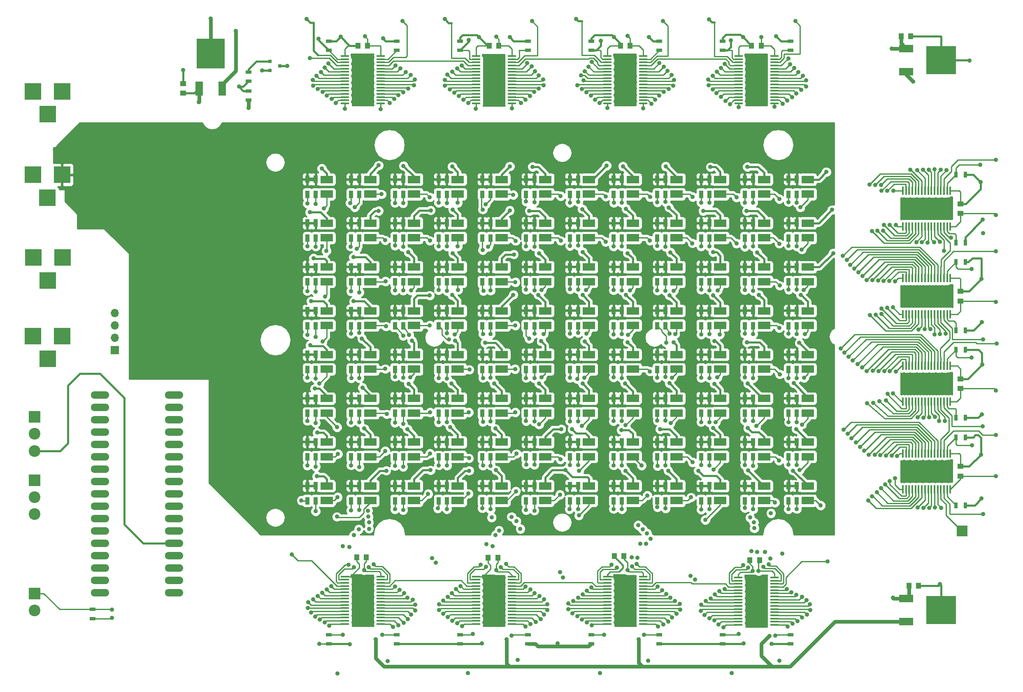
<source format=gbr>
G04 #@! TF.FileFunction,Copper,L1,Top,Mixed*
%FSLAX46Y46*%
G04 Gerber Fmt 4.6, Leading zero omitted, Abs format (unit mm)*
G04 Created by KiCad (PCBNEW 4.0.2-stable) date Monday, November 12, 2018 'PMt' 10:07:05 PM*
%MOMM*%
G01*
G04 APERTURE LIST*
%ADD10C,0.100000*%
%ADD11R,1.000000X1.250000*%
%ADD12R,1.250000X1.000000*%
%ADD13R,3.500120X3.500120*%
%ADD14R,2.600000X1.500000*%
%ADD15R,0.900000X1.500000*%
%ADD16R,1.300000X0.700000*%
%ADD17R,0.700000X1.300000*%
%ADD18O,3.810000X1.524000*%
%ADD19R,4.110000X4.360000*%
%ADD20R,1.800000X0.300000*%
%ADD21R,4.360000X4.110000*%
%ADD22R,0.300000X1.800000*%
%ADD23R,5.800000X6.200000*%
%ADD24R,1.600000X3.000000*%
%ADD25R,6.200000X5.800000*%
%ADD26R,3.000000X1.600000*%
%ADD27R,2.235200X2.235200*%
%ADD28R,0.800100X0.800100*%
%ADD29R,3.500000X3.500000*%
%ADD30C,2.400000*%
%ADD31R,2.400000X2.400000*%
%ADD32R,1.700000X1.700000*%
%ADD33O,1.700000X1.700000*%
%ADD34C,0.889000*%
%ADD35C,0.400000*%
%ADD36C,0.254000*%
%ADD37C,0.800000*%
G04 APERTURE END LIST*
D10*
D11*
X136790000Y-176270000D03*
X134790000Y-176270000D03*
X164000000Y-71000000D03*
X162000000Y-71000000D03*
X137000000Y-71000000D03*
X135000000Y-71000000D03*
X109740000Y-176190000D03*
X107740000Y-176190000D03*
X191000000Y-71000000D03*
X189000000Y-71000000D03*
X110000000Y-71000000D03*
X108000000Y-71000000D03*
D12*
X72025000Y-80775000D03*
X72025000Y-78775000D03*
X232000000Y-105500000D03*
X232000000Y-103500000D03*
D11*
X190620000Y-176730000D03*
X188620000Y-176730000D03*
X162750000Y-175940000D03*
X160750000Y-175940000D03*
D12*
X232000000Y-123500000D03*
X232000000Y-121500000D03*
X232000000Y-159500000D03*
X232000000Y-157500000D03*
X232000000Y-141500000D03*
X232000000Y-139500000D03*
D13*
X47120140Y-97550000D03*
X41120660Y-97550000D03*
X44120400Y-102249000D03*
D14*
X101550000Y-101500000D03*
X101550000Y-98500000D03*
D15*
X99300000Y-101550000D03*
X99300000Y-98450000D03*
X97600000Y-98450000D03*
X97600000Y-101550000D03*
D14*
X101550000Y-110500000D03*
X101550000Y-107500000D03*
D15*
X99300000Y-110550000D03*
X99300000Y-107450000D03*
X97600000Y-107450000D03*
X97600000Y-110550000D03*
D14*
X101550000Y-119500000D03*
X101550000Y-116500000D03*
D15*
X99300000Y-119550000D03*
X99300000Y-116450000D03*
X97600000Y-116450000D03*
X97600000Y-119550000D03*
D14*
X101550000Y-128500000D03*
X101550000Y-125500000D03*
D15*
X99300000Y-128550000D03*
X99300000Y-125450000D03*
X97600000Y-125450000D03*
X97600000Y-128550000D03*
D14*
X101550000Y-137500000D03*
X101550000Y-134500000D03*
D15*
X99300000Y-137550000D03*
X99300000Y-134450000D03*
X97600000Y-134450000D03*
X97600000Y-137550000D03*
D14*
X101550000Y-146500000D03*
X101550000Y-143500000D03*
D15*
X99300000Y-146550000D03*
X99300000Y-143450000D03*
X97600000Y-143450000D03*
X97600000Y-146550000D03*
D14*
X101550000Y-155500000D03*
X101550000Y-152500000D03*
D15*
X99300000Y-155550000D03*
X99300000Y-152450000D03*
X97600000Y-152450000D03*
X97600000Y-155550000D03*
D14*
X101550000Y-164500000D03*
X101550000Y-161500000D03*
D15*
X99300000Y-164550000D03*
X99300000Y-161450000D03*
X97600000Y-161450000D03*
X97600000Y-164550000D03*
D14*
X110550000Y-101525000D03*
X110550000Y-98525000D03*
D15*
X108300000Y-101550000D03*
X108300000Y-98450000D03*
X106600000Y-98450000D03*
X106600000Y-101550000D03*
D14*
X110550000Y-110500000D03*
X110550000Y-107500000D03*
D15*
X108300000Y-110550000D03*
X108300000Y-107450000D03*
X106600000Y-107450000D03*
X106600000Y-110550000D03*
D14*
X110550000Y-119500000D03*
X110550000Y-116500000D03*
D15*
X108300000Y-119550000D03*
X108300000Y-116450000D03*
X106600000Y-116450000D03*
X106600000Y-119550000D03*
D14*
X110550000Y-128500000D03*
X110550000Y-125500000D03*
D15*
X108300000Y-128550000D03*
X108300000Y-125450000D03*
X106600000Y-125450000D03*
X106600000Y-128550000D03*
D14*
X110550000Y-137500000D03*
X110550000Y-134500000D03*
D15*
X108300000Y-137550000D03*
X108300000Y-134450000D03*
X106600000Y-134450000D03*
X106600000Y-137550000D03*
D14*
X110550000Y-146500000D03*
X110550000Y-143500000D03*
D15*
X108300000Y-146550000D03*
X108300000Y-143450000D03*
X106600000Y-143450000D03*
X106600000Y-146550000D03*
D14*
X110550000Y-155500000D03*
X110550000Y-152500000D03*
D15*
X108300000Y-155550000D03*
X108300000Y-152450000D03*
X106600000Y-152450000D03*
X106600000Y-155550000D03*
D14*
X110550000Y-164500000D03*
X110550000Y-161500000D03*
D15*
X108300000Y-164550000D03*
X108300000Y-161450000D03*
X106600000Y-161450000D03*
X106600000Y-164550000D03*
D14*
X119550000Y-101500000D03*
X119550000Y-98500000D03*
D15*
X117300000Y-101550000D03*
X117300000Y-98450000D03*
X115600000Y-98450000D03*
X115600000Y-101550000D03*
D14*
X119550000Y-110500000D03*
X119550000Y-107500000D03*
D15*
X117300000Y-110550000D03*
X117300000Y-107450000D03*
X115600000Y-107450000D03*
X115600000Y-110550000D03*
D14*
X119550000Y-119500000D03*
X119550000Y-116500000D03*
D15*
X117300000Y-119550000D03*
X117300000Y-116450000D03*
X115600000Y-116450000D03*
X115600000Y-119550000D03*
D14*
X119550000Y-128500000D03*
X119550000Y-125500000D03*
D15*
X117300000Y-128550000D03*
X117300000Y-125450000D03*
X115600000Y-125450000D03*
X115600000Y-128550000D03*
D14*
X119550000Y-137500000D03*
X119550000Y-134500000D03*
D15*
X117300000Y-137550000D03*
X117300000Y-134450000D03*
X115600000Y-134450000D03*
X115600000Y-137550000D03*
D14*
X119550000Y-146500000D03*
X119550000Y-143500000D03*
D15*
X117300000Y-146550000D03*
X117300000Y-143450000D03*
X115600000Y-143450000D03*
X115600000Y-146550000D03*
D14*
X119550000Y-155500000D03*
X119550000Y-152500000D03*
D15*
X117300000Y-155550000D03*
X117300000Y-152450000D03*
X115600000Y-152450000D03*
X115600000Y-155550000D03*
D14*
X119550000Y-164500000D03*
X119550000Y-161500000D03*
D15*
X117300000Y-164550000D03*
X117300000Y-161450000D03*
X115600000Y-161450000D03*
X115600000Y-164550000D03*
D14*
X128550000Y-101500000D03*
X128550000Y-98500000D03*
D15*
X126300000Y-101550000D03*
X126300000Y-98450000D03*
X124600000Y-98450000D03*
X124600000Y-101550000D03*
D14*
X128550000Y-110500000D03*
X128550000Y-107500000D03*
D15*
X126300000Y-110550000D03*
X126300000Y-107450000D03*
X124600000Y-107450000D03*
X124600000Y-110550000D03*
D14*
X128550000Y-119500000D03*
X128550000Y-116500000D03*
D15*
X126300000Y-119550000D03*
X126300000Y-116450000D03*
X124600000Y-116450000D03*
X124600000Y-119550000D03*
D14*
X128550000Y-128500000D03*
X128550000Y-125500000D03*
D15*
X126300000Y-128550000D03*
X126300000Y-125450000D03*
X124600000Y-125450000D03*
X124600000Y-128550000D03*
D14*
X128550000Y-137500000D03*
X128550000Y-134500000D03*
D15*
X126300000Y-137550000D03*
X126300000Y-134450000D03*
X124600000Y-134450000D03*
X124600000Y-137550000D03*
D14*
X128550000Y-146500000D03*
X128550000Y-143500000D03*
D15*
X126300000Y-146550000D03*
X126300000Y-143450000D03*
X124600000Y-143450000D03*
X124600000Y-146550000D03*
D14*
X128550000Y-155500000D03*
X128550000Y-152500000D03*
D15*
X126300000Y-155550000D03*
X126300000Y-152450000D03*
X124600000Y-152450000D03*
X124600000Y-155550000D03*
D14*
X128550000Y-164500000D03*
X128550000Y-161500000D03*
D15*
X126300000Y-164550000D03*
X126300000Y-161450000D03*
X124600000Y-161450000D03*
X124600000Y-164550000D03*
D14*
X137550000Y-101500000D03*
X137550000Y-98500000D03*
D15*
X135300000Y-101550000D03*
X135300000Y-98450000D03*
X133600000Y-98450000D03*
X133600000Y-101550000D03*
D14*
X137550000Y-110500000D03*
X137550000Y-107500000D03*
D15*
X135300000Y-110550000D03*
X135300000Y-107450000D03*
X133600000Y-107450000D03*
X133600000Y-110550000D03*
D14*
X137550000Y-119500000D03*
X137550000Y-116500000D03*
D15*
X135300000Y-119550000D03*
X135300000Y-116450000D03*
X133600000Y-116450000D03*
X133600000Y-119550000D03*
D14*
X137550000Y-128500000D03*
X137550000Y-125500000D03*
D15*
X135300000Y-128550000D03*
X135300000Y-125450000D03*
X133600000Y-125450000D03*
X133600000Y-128550000D03*
D14*
X137550000Y-137500000D03*
X137550000Y-134500000D03*
D15*
X135300000Y-137550000D03*
X135300000Y-134450000D03*
X133600000Y-134450000D03*
X133600000Y-137550000D03*
D14*
X137550000Y-146500000D03*
X137550000Y-143500000D03*
D15*
X135300000Y-146550000D03*
X135300000Y-143450000D03*
X133600000Y-143450000D03*
X133600000Y-146550000D03*
D14*
X137550000Y-155500000D03*
X137550000Y-152500000D03*
D15*
X135300000Y-155550000D03*
X135300000Y-152450000D03*
X133600000Y-152450000D03*
X133600000Y-155550000D03*
D14*
X137550000Y-164500000D03*
X137550000Y-161500000D03*
D15*
X135300000Y-164550000D03*
X135300000Y-161450000D03*
X133600000Y-161450000D03*
X133600000Y-164550000D03*
D14*
X146550000Y-101500000D03*
X146550000Y-98500000D03*
D15*
X144300000Y-101550000D03*
X144300000Y-98450000D03*
X142600000Y-98450000D03*
X142600000Y-101550000D03*
D14*
X146550000Y-110500000D03*
X146550000Y-107500000D03*
D15*
X144300000Y-110550000D03*
X144300000Y-107450000D03*
X142600000Y-107450000D03*
X142600000Y-110550000D03*
D14*
X146550000Y-119500000D03*
X146550000Y-116500000D03*
D15*
X144300000Y-119550000D03*
X144300000Y-116450000D03*
X142600000Y-116450000D03*
X142600000Y-119550000D03*
D14*
X146550000Y-128500000D03*
X146550000Y-125500000D03*
D15*
X144300000Y-128550000D03*
X144300000Y-125450000D03*
X142600000Y-125450000D03*
X142600000Y-128550000D03*
D14*
X146550000Y-137500000D03*
X146550000Y-134500000D03*
D15*
X144300000Y-137550000D03*
X144300000Y-134450000D03*
X142600000Y-134450000D03*
X142600000Y-137550000D03*
D14*
X146550000Y-146500000D03*
X146550000Y-143500000D03*
D15*
X144300000Y-146550000D03*
X144300000Y-143450000D03*
X142600000Y-143450000D03*
X142600000Y-146550000D03*
D14*
X146550000Y-155500000D03*
X146550000Y-152500000D03*
D15*
X144300000Y-155550000D03*
X144300000Y-152450000D03*
X142600000Y-152450000D03*
X142600000Y-155550000D03*
D14*
X146550000Y-164500000D03*
X146550000Y-161500000D03*
D15*
X144300000Y-164550000D03*
X144300000Y-161450000D03*
X142600000Y-161450000D03*
X142600000Y-164550000D03*
D14*
X155550000Y-101500000D03*
X155550000Y-98500000D03*
D15*
X153300000Y-101550000D03*
X153300000Y-98450000D03*
X151600000Y-98450000D03*
X151600000Y-101550000D03*
D14*
X155550000Y-110500000D03*
X155550000Y-107500000D03*
D15*
X153300000Y-110550000D03*
X153300000Y-107450000D03*
X151600000Y-107450000D03*
X151600000Y-110550000D03*
D14*
X155550000Y-119500000D03*
X155550000Y-116500000D03*
D15*
X153300000Y-119550000D03*
X153300000Y-116450000D03*
X151600000Y-116450000D03*
X151600000Y-119550000D03*
D14*
X155550000Y-128500000D03*
X155550000Y-125500000D03*
D15*
X153300000Y-128550000D03*
X153300000Y-125450000D03*
X151600000Y-125450000D03*
X151600000Y-128550000D03*
D14*
X155550000Y-137500000D03*
X155550000Y-134500000D03*
D15*
X153300000Y-137550000D03*
X153300000Y-134450000D03*
X151600000Y-134450000D03*
X151600000Y-137550000D03*
D14*
X155550000Y-146500000D03*
X155550000Y-143500000D03*
D15*
X153300000Y-146550000D03*
X153300000Y-143450000D03*
X151600000Y-143450000D03*
X151600000Y-146550000D03*
D14*
X155550000Y-155500000D03*
X155550000Y-152500000D03*
D15*
X153300000Y-155550000D03*
X153300000Y-152450000D03*
X151600000Y-152450000D03*
X151600000Y-155550000D03*
D14*
X155550000Y-164500000D03*
X155550000Y-161500000D03*
D15*
X153300000Y-164550000D03*
X153300000Y-161450000D03*
X151600000Y-161450000D03*
X151600000Y-164550000D03*
D14*
X164550000Y-101500000D03*
X164550000Y-98500000D03*
D15*
X162300000Y-101550000D03*
X162300000Y-98450000D03*
X160600000Y-98450000D03*
X160600000Y-101550000D03*
D14*
X164550000Y-110500000D03*
X164550000Y-107500000D03*
D15*
X162300000Y-110550000D03*
X162300000Y-107450000D03*
X160600000Y-107450000D03*
X160600000Y-110550000D03*
D14*
X164550000Y-119500000D03*
X164550000Y-116500000D03*
D15*
X162300000Y-119550000D03*
X162300000Y-116450000D03*
X160600000Y-116450000D03*
X160600000Y-119550000D03*
D14*
X164550000Y-128500000D03*
X164550000Y-125500000D03*
D15*
X162300000Y-128550000D03*
X162300000Y-125450000D03*
X160600000Y-125450000D03*
X160600000Y-128550000D03*
D14*
X164550000Y-137500000D03*
X164550000Y-134500000D03*
D15*
X162300000Y-137550000D03*
X162300000Y-134450000D03*
X160600000Y-134450000D03*
X160600000Y-137550000D03*
D14*
X164550000Y-146500000D03*
X164550000Y-143500000D03*
D15*
X162300000Y-146550000D03*
X162300000Y-143450000D03*
X160600000Y-143450000D03*
X160600000Y-146550000D03*
D14*
X164550000Y-155500000D03*
X164550000Y-152500000D03*
D15*
X162300000Y-155550000D03*
X162300000Y-152450000D03*
X160600000Y-152450000D03*
X160600000Y-155550000D03*
D14*
X164550000Y-164500000D03*
X164550000Y-161500000D03*
D15*
X162300000Y-164550000D03*
X162300000Y-161450000D03*
X160600000Y-161450000D03*
X160600000Y-164550000D03*
D14*
X173550000Y-101500000D03*
X173550000Y-98500000D03*
D15*
X171300000Y-101550000D03*
X171300000Y-98450000D03*
X169600000Y-98450000D03*
X169600000Y-101550000D03*
D14*
X173550000Y-110500000D03*
X173550000Y-107500000D03*
D15*
X171300000Y-110550000D03*
X171300000Y-107450000D03*
X169600000Y-107450000D03*
X169600000Y-110550000D03*
D14*
X173550000Y-119500000D03*
X173550000Y-116500000D03*
D15*
X171300000Y-119550000D03*
X171300000Y-116450000D03*
X169600000Y-116450000D03*
X169600000Y-119550000D03*
D14*
X173550000Y-128500000D03*
X173550000Y-125500000D03*
D15*
X171300000Y-128550000D03*
X171300000Y-125450000D03*
X169600000Y-125450000D03*
X169600000Y-128550000D03*
D14*
X173550000Y-137500000D03*
X173550000Y-134500000D03*
D15*
X171300000Y-137550000D03*
X171300000Y-134450000D03*
X169600000Y-134450000D03*
X169600000Y-137550000D03*
D14*
X173550000Y-146500000D03*
X173550000Y-143500000D03*
D15*
X171300000Y-146550000D03*
X171300000Y-143450000D03*
X169600000Y-143450000D03*
X169600000Y-146550000D03*
D14*
X173550000Y-155500000D03*
X173550000Y-152500000D03*
D15*
X171300000Y-155550000D03*
X171300000Y-152450000D03*
X169600000Y-152450000D03*
X169600000Y-155550000D03*
D14*
X173550000Y-164500000D03*
X173550000Y-161500000D03*
D15*
X171300000Y-164550000D03*
X171300000Y-161450000D03*
X169600000Y-161450000D03*
X169600000Y-164550000D03*
D14*
X182550000Y-101500000D03*
X182550000Y-98500000D03*
D15*
X180300000Y-101550000D03*
X180300000Y-98450000D03*
X178600000Y-98450000D03*
X178600000Y-101550000D03*
D14*
X182550000Y-110500000D03*
X182550000Y-107500000D03*
D15*
X180300000Y-110550000D03*
X180300000Y-107450000D03*
X178600000Y-107450000D03*
X178600000Y-110550000D03*
D14*
X182550000Y-119500000D03*
X182550000Y-116500000D03*
D15*
X180300000Y-119550000D03*
X180300000Y-116450000D03*
X178600000Y-116450000D03*
X178600000Y-119550000D03*
D14*
X182550000Y-128500000D03*
X182550000Y-125500000D03*
D15*
X180300000Y-128550000D03*
X180300000Y-125450000D03*
X178600000Y-125450000D03*
X178600000Y-128550000D03*
D14*
X182550000Y-137500000D03*
X182550000Y-134500000D03*
D15*
X180300000Y-137550000D03*
X180300000Y-134450000D03*
X178600000Y-134450000D03*
X178600000Y-137550000D03*
D14*
X182550000Y-146500000D03*
X182550000Y-143500000D03*
D15*
X180300000Y-146550000D03*
X180300000Y-143450000D03*
X178600000Y-143450000D03*
X178600000Y-146550000D03*
D14*
X182550000Y-155500000D03*
X182550000Y-152500000D03*
D15*
X180300000Y-155550000D03*
X180300000Y-152450000D03*
X178600000Y-152450000D03*
X178600000Y-155550000D03*
D14*
X182550000Y-164500000D03*
X182550000Y-161500000D03*
D15*
X180300000Y-164550000D03*
X180300000Y-161450000D03*
X178600000Y-161450000D03*
X178600000Y-164550000D03*
D14*
X191550000Y-101500000D03*
X191550000Y-98500000D03*
D15*
X189300000Y-101550000D03*
X189300000Y-98450000D03*
X187600000Y-98450000D03*
X187600000Y-101550000D03*
D14*
X191550000Y-110500000D03*
X191550000Y-107500000D03*
D15*
X189300000Y-110550000D03*
X189300000Y-107450000D03*
X187600000Y-107450000D03*
X187600000Y-110550000D03*
D14*
X191550000Y-119500000D03*
X191550000Y-116500000D03*
D15*
X189300000Y-119550000D03*
X189300000Y-116450000D03*
X187600000Y-116450000D03*
X187600000Y-119550000D03*
D14*
X191550000Y-128500000D03*
X191550000Y-125500000D03*
D15*
X189300000Y-128550000D03*
X189300000Y-125450000D03*
X187600000Y-125450000D03*
X187600000Y-128550000D03*
D14*
X191550000Y-137500000D03*
X191550000Y-134500000D03*
D15*
X189300000Y-137550000D03*
X189300000Y-134450000D03*
X187600000Y-134450000D03*
X187600000Y-137550000D03*
D14*
X191550000Y-146500000D03*
X191550000Y-143500000D03*
D15*
X189300000Y-146550000D03*
X189300000Y-143450000D03*
X187600000Y-143450000D03*
X187600000Y-146550000D03*
D14*
X191550000Y-155500000D03*
X191550000Y-152500000D03*
D15*
X189300000Y-155550000D03*
X189300000Y-152450000D03*
X187600000Y-152450000D03*
X187600000Y-155550000D03*
D14*
X191550000Y-164500000D03*
X191550000Y-161500000D03*
D15*
X189300000Y-164550000D03*
X189300000Y-161450000D03*
X187600000Y-161450000D03*
X187600000Y-164550000D03*
D14*
X200550000Y-101500000D03*
X200550000Y-98500000D03*
D15*
X198300000Y-101550000D03*
X198300000Y-98450000D03*
X196600000Y-98450000D03*
X196600000Y-101550000D03*
D14*
X200550000Y-110500000D03*
X200550000Y-107500000D03*
D15*
X198300000Y-110550000D03*
X198300000Y-107450000D03*
X196600000Y-107450000D03*
X196600000Y-110550000D03*
D14*
X200550000Y-119500000D03*
X200550000Y-116500000D03*
D15*
X198300000Y-119550000D03*
X198300000Y-116450000D03*
X196600000Y-116450000D03*
X196600000Y-119550000D03*
D14*
X200550000Y-128500000D03*
X200550000Y-125500000D03*
D15*
X198300000Y-128550000D03*
X198300000Y-125450000D03*
X196600000Y-125450000D03*
X196600000Y-128550000D03*
D14*
X200550000Y-137500000D03*
X200550000Y-134500000D03*
D15*
X198300000Y-137550000D03*
X198300000Y-134450000D03*
X196600000Y-134450000D03*
X196600000Y-137550000D03*
D14*
X200550000Y-146500000D03*
X200550000Y-143500000D03*
D15*
X198300000Y-146550000D03*
X198300000Y-143450000D03*
X196600000Y-143450000D03*
X196600000Y-146550000D03*
D14*
X200550000Y-155500000D03*
X200550000Y-152500000D03*
D15*
X198300000Y-155550000D03*
X198300000Y-152450000D03*
X196600000Y-152450000D03*
X196600000Y-155550000D03*
D14*
X200550000Y-164500000D03*
X200550000Y-161500000D03*
D15*
X198300000Y-164550000D03*
X198300000Y-161450000D03*
X196600000Y-161450000D03*
X196600000Y-164550000D03*
D16*
X85525000Y-82200000D03*
X85525000Y-80300000D03*
X85525000Y-78300000D03*
X85525000Y-76400000D03*
X102000000Y-70050000D03*
X102000000Y-71950000D03*
X116000000Y-70050000D03*
X116000000Y-71950000D03*
X129000000Y-70050000D03*
X129000000Y-71950000D03*
X143000000Y-70050000D03*
X143000000Y-71950000D03*
X156000000Y-70050000D03*
X156000000Y-71950000D03*
X170000000Y-70050000D03*
X170000000Y-71950000D03*
X183000000Y-70050000D03*
X183000000Y-71950000D03*
X197000000Y-70050000D03*
X197000000Y-71950000D03*
X102000000Y-193950000D03*
X102000000Y-192050000D03*
X116000000Y-193950000D03*
X116000000Y-192050000D03*
X129000000Y-193950000D03*
X129000000Y-192050000D03*
X143000000Y-193950000D03*
X143000000Y-192050000D03*
X156000000Y-193950000D03*
X156000000Y-192050000D03*
X170000000Y-193950000D03*
X170000000Y-192050000D03*
X183000000Y-193950000D03*
X183000000Y-192050000D03*
X197000000Y-193950000D03*
X197000000Y-192050000D03*
D17*
X232950000Y-97500000D03*
X231050000Y-97500000D03*
X232950000Y-111500000D03*
X231050000Y-111500000D03*
X232950000Y-115500000D03*
X231050000Y-115500000D03*
X232950000Y-129500000D03*
X231050000Y-129500000D03*
X232950000Y-133500000D03*
X231050000Y-133500000D03*
X232950000Y-147500000D03*
X231050000Y-147500000D03*
X232950000Y-151500000D03*
X231050000Y-151500000D03*
X232950000Y-165500000D03*
X231050000Y-165500000D03*
D18*
X54970000Y-142790000D03*
X54970000Y-145330000D03*
X54970000Y-147870000D03*
X54970000Y-150410000D03*
X54970000Y-152950000D03*
X54970000Y-155490000D03*
X54970000Y-158030000D03*
X54970000Y-160570000D03*
X54970000Y-163110000D03*
X54970000Y-165650000D03*
X54970000Y-168190000D03*
X54970000Y-170730000D03*
X54970000Y-173270000D03*
X54970000Y-175810000D03*
X54970000Y-178350000D03*
X54970000Y-180890000D03*
X54970000Y-183430000D03*
X70210000Y-142790000D03*
X70210000Y-145330000D03*
X70210000Y-147870000D03*
X70210000Y-150410000D03*
X70210000Y-152950000D03*
X70210000Y-155490000D03*
X70210000Y-158030000D03*
X70210000Y-160570000D03*
X70210000Y-163110000D03*
X70210000Y-165650000D03*
X70210000Y-168190000D03*
X70210000Y-170730000D03*
X70210000Y-173270000D03*
X70210000Y-175810000D03*
X70210000Y-178350000D03*
X70210000Y-180890000D03*
X70210000Y-183430000D03*
D19*
X109000000Y-78000000D03*
D20*
X105300000Y-73125000D03*
X105300000Y-73775000D03*
X105300000Y-74425000D03*
X105300000Y-75075000D03*
X105300000Y-75725000D03*
X105300000Y-76375000D03*
X105300000Y-77025000D03*
X105300000Y-77675000D03*
X105300000Y-78325000D03*
X105300000Y-78975000D03*
X105300000Y-79625000D03*
X105300000Y-80275000D03*
X105300000Y-80925000D03*
X105300000Y-81575000D03*
X105300000Y-82225000D03*
X105300000Y-82875000D03*
X112700000Y-73125000D03*
X112700000Y-73775000D03*
X112700000Y-74425000D03*
X112700000Y-75075000D03*
X112700000Y-75725000D03*
X112700000Y-76375000D03*
X112700000Y-77025000D03*
X112700000Y-77675000D03*
X112700000Y-78325000D03*
X112700000Y-78975000D03*
X112700000Y-79625000D03*
X112700000Y-80275000D03*
X112700000Y-80925000D03*
X112700000Y-81575000D03*
X112700000Y-82225000D03*
X112700000Y-82875000D03*
D19*
X136000000Y-78000000D03*
D20*
X132300000Y-73125000D03*
X132300000Y-73775000D03*
X132300000Y-74425000D03*
X132300000Y-75075000D03*
X132300000Y-75725000D03*
X132300000Y-76375000D03*
X132300000Y-77025000D03*
X132300000Y-77675000D03*
X132300000Y-78325000D03*
X132300000Y-78975000D03*
X132300000Y-79625000D03*
X132300000Y-80275000D03*
X132300000Y-80925000D03*
X132300000Y-81575000D03*
X132300000Y-82225000D03*
X132300000Y-82875000D03*
X139700000Y-73125000D03*
X139700000Y-73775000D03*
X139700000Y-74425000D03*
X139700000Y-75075000D03*
X139700000Y-75725000D03*
X139700000Y-76375000D03*
X139700000Y-77025000D03*
X139700000Y-77675000D03*
X139700000Y-78325000D03*
X139700000Y-78975000D03*
X139700000Y-79625000D03*
X139700000Y-80275000D03*
X139700000Y-80925000D03*
X139700000Y-81575000D03*
X139700000Y-82225000D03*
X139700000Y-82875000D03*
D19*
X163000000Y-78000000D03*
D20*
X159300000Y-73125000D03*
X159300000Y-73775000D03*
X159300000Y-74425000D03*
X159300000Y-75075000D03*
X159300000Y-75725000D03*
X159300000Y-76375000D03*
X159300000Y-77025000D03*
X159300000Y-77675000D03*
X159300000Y-78325000D03*
X159300000Y-78975000D03*
X159300000Y-79625000D03*
X159300000Y-80275000D03*
X159300000Y-80925000D03*
X159300000Y-81575000D03*
X159300000Y-82225000D03*
X159300000Y-82875000D03*
X166700000Y-73125000D03*
X166700000Y-73775000D03*
X166700000Y-74425000D03*
X166700000Y-75075000D03*
X166700000Y-75725000D03*
X166700000Y-76375000D03*
X166700000Y-77025000D03*
X166700000Y-77675000D03*
X166700000Y-78325000D03*
X166700000Y-78975000D03*
X166700000Y-79625000D03*
X166700000Y-80275000D03*
X166700000Y-80925000D03*
X166700000Y-81575000D03*
X166700000Y-82225000D03*
X166700000Y-82875000D03*
D19*
X190000000Y-78000000D03*
D20*
X186300000Y-73125000D03*
X186300000Y-73775000D03*
X186300000Y-74425000D03*
X186300000Y-75075000D03*
X186300000Y-75725000D03*
X186300000Y-76375000D03*
X186300000Y-77025000D03*
X186300000Y-77675000D03*
X186300000Y-78325000D03*
X186300000Y-78975000D03*
X186300000Y-79625000D03*
X186300000Y-80275000D03*
X186300000Y-80925000D03*
X186300000Y-81575000D03*
X186300000Y-82225000D03*
X186300000Y-82875000D03*
X193700000Y-73125000D03*
X193700000Y-73775000D03*
X193700000Y-74425000D03*
X193700000Y-75075000D03*
X193700000Y-75725000D03*
X193700000Y-76375000D03*
X193700000Y-77025000D03*
X193700000Y-77675000D03*
X193700000Y-78325000D03*
X193700000Y-78975000D03*
X193700000Y-79625000D03*
X193700000Y-80275000D03*
X193700000Y-80925000D03*
X193700000Y-81575000D03*
X193700000Y-82225000D03*
X193700000Y-82875000D03*
D19*
X109000000Y-185000000D03*
D20*
X105300000Y-180125000D03*
X105300000Y-180775000D03*
X105300000Y-181425000D03*
X105300000Y-182075000D03*
X105300000Y-182725000D03*
X105300000Y-183375000D03*
X105300000Y-184025000D03*
X105300000Y-184675000D03*
X105300000Y-185325000D03*
X105300000Y-185975000D03*
X105300000Y-186625000D03*
X105300000Y-187275000D03*
X105300000Y-187925000D03*
X105300000Y-188575000D03*
X105300000Y-189225000D03*
X105300000Y-189875000D03*
X112700000Y-180125000D03*
X112700000Y-180775000D03*
X112700000Y-181425000D03*
X112700000Y-182075000D03*
X112700000Y-182725000D03*
X112700000Y-183375000D03*
X112700000Y-184025000D03*
X112700000Y-184675000D03*
X112700000Y-185325000D03*
X112700000Y-185975000D03*
X112700000Y-186625000D03*
X112700000Y-187275000D03*
X112700000Y-187925000D03*
X112700000Y-188575000D03*
X112700000Y-189225000D03*
X112700000Y-189875000D03*
D19*
X136000000Y-185005000D03*
D20*
X132300000Y-180130000D03*
X132300000Y-180780000D03*
X132300000Y-181430000D03*
X132300000Y-182080000D03*
X132300000Y-182730000D03*
X132300000Y-183380000D03*
X132300000Y-184030000D03*
X132300000Y-184680000D03*
X132300000Y-185330000D03*
X132300000Y-185980000D03*
X132300000Y-186630000D03*
X132300000Y-187280000D03*
X132300000Y-187930000D03*
X132300000Y-188580000D03*
X132300000Y-189230000D03*
X132300000Y-189880000D03*
X139700000Y-180130000D03*
X139700000Y-180780000D03*
X139700000Y-181430000D03*
X139700000Y-182080000D03*
X139700000Y-182730000D03*
X139700000Y-183380000D03*
X139700000Y-184030000D03*
X139700000Y-184680000D03*
X139700000Y-185330000D03*
X139700000Y-185980000D03*
X139700000Y-186630000D03*
X139700000Y-187280000D03*
X139700000Y-187930000D03*
X139700000Y-188580000D03*
X139700000Y-189230000D03*
X139700000Y-189880000D03*
D19*
X163010000Y-185005000D03*
D20*
X159310000Y-180130000D03*
X159310000Y-180780000D03*
X159310000Y-181430000D03*
X159310000Y-182080000D03*
X159310000Y-182730000D03*
X159310000Y-183380000D03*
X159310000Y-184030000D03*
X159310000Y-184680000D03*
X159310000Y-185330000D03*
X159310000Y-185980000D03*
X159310000Y-186630000D03*
X159310000Y-187280000D03*
X159310000Y-187930000D03*
X159310000Y-188580000D03*
X159310000Y-189230000D03*
X159310000Y-189880000D03*
X166710000Y-180130000D03*
X166710000Y-180780000D03*
X166710000Y-181430000D03*
X166710000Y-182080000D03*
X166710000Y-182730000D03*
X166710000Y-183380000D03*
X166710000Y-184030000D03*
X166710000Y-184680000D03*
X166710000Y-185330000D03*
X166710000Y-185980000D03*
X166710000Y-186630000D03*
X166710000Y-187280000D03*
X166710000Y-187930000D03*
X166710000Y-188580000D03*
X166710000Y-189230000D03*
X166710000Y-189880000D03*
D19*
X189990000Y-185185000D03*
D20*
X186290000Y-180310000D03*
X186290000Y-180960000D03*
X186290000Y-181610000D03*
X186290000Y-182260000D03*
X186290000Y-182910000D03*
X186290000Y-183560000D03*
X186290000Y-184210000D03*
X186290000Y-184860000D03*
X186290000Y-185510000D03*
X186290000Y-186160000D03*
X186290000Y-186810000D03*
X186290000Y-187460000D03*
X186290000Y-188110000D03*
X186290000Y-188760000D03*
X186290000Y-189410000D03*
X186290000Y-190060000D03*
X193690000Y-180310000D03*
X193690000Y-180960000D03*
X193690000Y-181610000D03*
X193690000Y-182260000D03*
X193690000Y-182910000D03*
X193690000Y-183560000D03*
X193690000Y-184210000D03*
X193690000Y-184860000D03*
X193690000Y-185510000D03*
X193690000Y-186160000D03*
X193690000Y-186810000D03*
X193690000Y-187460000D03*
X193690000Y-188110000D03*
X193690000Y-188760000D03*
X193690000Y-189410000D03*
X193690000Y-190060000D03*
D21*
X225000000Y-104500000D03*
D22*
X229875000Y-100800000D03*
X229225000Y-100800000D03*
X228575000Y-100800000D03*
X227925000Y-100800000D03*
X227275000Y-100800000D03*
X226625000Y-100800000D03*
X225975000Y-100800000D03*
X225325000Y-100800000D03*
X224675000Y-100800000D03*
X224025000Y-100800000D03*
X223375000Y-100800000D03*
X222725000Y-100800000D03*
X222075000Y-100800000D03*
X221425000Y-100800000D03*
X220775000Y-100800000D03*
X220125000Y-100800000D03*
X229875000Y-108200000D03*
X229225000Y-108200000D03*
X228575000Y-108200000D03*
X227925000Y-108200000D03*
X227275000Y-108200000D03*
X226625000Y-108200000D03*
X225975000Y-108200000D03*
X225325000Y-108200000D03*
X224675000Y-108200000D03*
X224025000Y-108200000D03*
X223375000Y-108200000D03*
X222725000Y-108200000D03*
X222075000Y-108200000D03*
X221425000Y-108200000D03*
X220775000Y-108200000D03*
X220125000Y-108200000D03*
D21*
X225000000Y-122500000D03*
D22*
X229875000Y-118800000D03*
X229225000Y-118800000D03*
X228575000Y-118800000D03*
X227925000Y-118800000D03*
X227275000Y-118800000D03*
X226625000Y-118800000D03*
X225975000Y-118800000D03*
X225325000Y-118800000D03*
X224675000Y-118800000D03*
X224025000Y-118800000D03*
X223375000Y-118800000D03*
X222725000Y-118800000D03*
X222075000Y-118800000D03*
X221425000Y-118800000D03*
X220775000Y-118800000D03*
X220125000Y-118800000D03*
X229875000Y-126200000D03*
X229225000Y-126200000D03*
X228575000Y-126200000D03*
X227925000Y-126200000D03*
X227275000Y-126200000D03*
X226625000Y-126200000D03*
X225975000Y-126200000D03*
X225325000Y-126200000D03*
X224675000Y-126200000D03*
X224025000Y-126200000D03*
X223375000Y-126200000D03*
X222725000Y-126200000D03*
X222075000Y-126200000D03*
X221425000Y-126200000D03*
X220775000Y-126200000D03*
X220125000Y-126200000D03*
D21*
X225000000Y-140500000D03*
D22*
X229875000Y-136800000D03*
X229225000Y-136800000D03*
X228575000Y-136800000D03*
X227925000Y-136800000D03*
X227275000Y-136800000D03*
X226625000Y-136800000D03*
X225975000Y-136800000D03*
X225325000Y-136800000D03*
X224675000Y-136800000D03*
X224025000Y-136800000D03*
X223375000Y-136800000D03*
X222725000Y-136800000D03*
X222075000Y-136800000D03*
X221425000Y-136800000D03*
X220775000Y-136800000D03*
X220125000Y-136800000D03*
X229875000Y-144200000D03*
X229225000Y-144200000D03*
X228575000Y-144200000D03*
X227925000Y-144200000D03*
X227275000Y-144200000D03*
X226625000Y-144200000D03*
X225975000Y-144200000D03*
X225325000Y-144200000D03*
X224675000Y-144200000D03*
X224025000Y-144200000D03*
X223375000Y-144200000D03*
X222725000Y-144200000D03*
X222075000Y-144200000D03*
X221425000Y-144200000D03*
X220775000Y-144200000D03*
X220125000Y-144200000D03*
D21*
X225000000Y-158500000D03*
D22*
X229875000Y-154800000D03*
X229225000Y-154800000D03*
X228575000Y-154800000D03*
X227925000Y-154800000D03*
X227275000Y-154800000D03*
X226625000Y-154800000D03*
X225975000Y-154800000D03*
X225325000Y-154800000D03*
X224675000Y-154800000D03*
X224025000Y-154800000D03*
X223375000Y-154800000D03*
X222725000Y-154800000D03*
X222075000Y-154800000D03*
X221425000Y-154800000D03*
X220775000Y-154800000D03*
X220125000Y-154800000D03*
X229875000Y-162200000D03*
X229225000Y-162200000D03*
X228575000Y-162200000D03*
X227925000Y-162200000D03*
X227275000Y-162200000D03*
X226625000Y-162200000D03*
X225975000Y-162200000D03*
X225325000Y-162200000D03*
X224675000Y-162200000D03*
X224025000Y-162200000D03*
X223375000Y-162200000D03*
X222725000Y-162200000D03*
X222075000Y-162200000D03*
X221425000Y-162200000D03*
X220775000Y-162200000D03*
X220125000Y-162200000D03*
D23*
X77700000Y-72625000D03*
D24*
X80085000Y-79805000D03*
X75315000Y-79805000D03*
D11*
X221350000Y-182020000D03*
X223350000Y-182020000D03*
D25*
X228000000Y-74000000D03*
D26*
X220820000Y-76385000D03*
X220820000Y-71615000D03*
D25*
X228000000Y-187000000D03*
D26*
X220820000Y-189385000D03*
X220820000Y-184615000D03*
D11*
X219750000Y-69040000D03*
X221750000Y-69040000D03*
D27*
X232310000Y-170790000D03*
D28*
X89924240Y-74225000D03*
X89924240Y-76125000D03*
X91923220Y-75175000D03*
D13*
X47170140Y-80400000D03*
X41170660Y-80400000D03*
X44170400Y-85099000D03*
D29*
X47170000Y-130700000D03*
X41170000Y-130700000D03*
X44170000Y-135400000D03*
D30*
X41470000Y-163800000D03*
X41470000Y-167300000D03*
D31*
X41470000Y-160300000D03*
D32*
X57970000Y-133600000D03*
D33*
X57970000Y-131060000D03*
X57970000Y-128520000D03*
X57970000Y-125980000D03*
D30*
X41470000Y-187100000D03*
D31*
X41470000Y-183600000D03*
D30*
X41470000Y-150800000D03*
X41470000Y-154300000D03*
D31*
X41470000Y-147300000D03*
D16*
X53370000Y-186850000D03*
X53370000Y-188750000D03*
D29*
X47220000Y-114550000D03*
X41220000Y-114550000D03*
X44220000Y-119250000D03*
D34*
X106350000Y-194025000D03*
X133475000Y-193900000D03*
X149075000Y-193825000D03*
X193075000Y-193975000D03*
X227770000Y-181700000D03*
X236325000Y-164100000D03*
X236175000Y-155100000D03*
X236375000Y-146775000D03*
X236425000Y-136550000D03*
X236275000Y-118975000D03*
X236525000Y-106775000D03*
X236100000Y-99000000D03*
X233870000Y-74050000D03*
X194070000Y-69040000D03*
X187240000Y-69240000D03*
X167880000Y-69200000D03*
X160640000Y-69220000D03*
X139220000Y-69210000D03*
X132910000Y-69210000D03*
X113180000Y-69520000D03*
X104440000Y-69160000D03*
X72020000Y-76000000D03*
X161050000Y-180460000D03*
X162350000Y-180460000D03*
X161050000Y-181760000D03*
X162350000Y-181760000D03*
X163650000Y-181760000D03*
X164950000Y-181760000D03*
X164950000Y-180460000D03*
X163650000Y-180460000D03*
X85500000Y-83780000D03*
X225830000Y-188870000D03*
X230140000Y-188930000D03*
X230270000Y-185040000D03*
X225730000Y-185090000D03*
X225840000Y-76100000D03*
X230260000Y-76140000D03*
X230390000Y-71970000D03*
X225730000Y-71960000D03*
X75760000Y-74920000D03*
X79780000Y-74920000D03*
X79780000Y-70440000D03*
X75690000Y-70440000D03*
X188020000Y-188430000D03*
X189320000Y-188430000D03*
X190620000Y-188430000D03*
X191920000Y-188430000D03*
X188020000Y-189730000D03*
X189320000Y-189730000D03*
X190620000Y-189730000D03*
X191920000Y-189730000D03*
X188020000Y-180630000D03*
X189320000Y-180630000D03*
X190620000Y-180630000D03*
X191920000Y-180630000D03*
X191920000Y-181930000D03*
X190620000Y-181930000D03*
X189320000Y-181930000D03*
X188020000Y-181930000D03*
X161050000Y-189560000D03*
X162350000Y-189560000D03*
X163650000Y-189560000D03*
X164950000Y-189560000D03*
X164950000Y-188260000D03*
X163650000Y-188260000D03*
X162350000Y-188260000D03*
X161050000Y-188260000D03*
X134050000Y-189530000D03*
X135350000Y-189530000D03*
X136650000Y-189530000D03*
X137950000Y-189530000D03*
X137950000Y-188230000D03*
X136650000Y-188230000D03*
X135350000Y-188230000D03*
X134050000Y-188230000D03*
X137950000Y-181730000D03*
X136650000Y-181730000D03*
X135350000Y-181730000D03*
X134050000Y-181730000D03*
X135350000Y-180430000D03*
X136650000Y-180430000D03*
X137950000Y-180430000D03*
X110970000Y-189520000D03*
X109670000Y-189520000D03*
X108370000Y-189520000D03*
X107070000Y-188220000D03*
X108370000Y-188220000D03*
X109670000Y-188220000D03*
X110970000Y-188220000D03*
X107070000Y-189520000D03*
X110970000Y-180420000D03*
X109670000Y-180420000D03*
X108370000Y-180420000D03*
X107070000Y-180420000D03*
X109670000Y-181720000D03*
X110970000Y-181720000D03*
X108370000Y-181720000D03*
X107070000Y-181720000D03*
X221640000Y-160470000D03*
X221640000Y-159170000D03*
X221640000Y-157870000D03*
X221640000Y-156570000D03*
X220340000Y-156570000D03*
X220340000Y-157870000D03*
X220340000Y-159170000D03*
X220340000Y-160470000D03*
X229440000Y-160470000D03*
X229440000Y-159170000D03*
X229440000Y-157870000D03*
X229440000Y-156570000D03*
X228140000Y-160470000D03*
X228140000Y-159170000D03*
X228140000Y-157870000D03*
X228140000Y-156570000D03*
X221670000Y-138610000D03*
X221670000Y-139910000D03*
X221670000Y-141210000D03*
X221670000Y-142420000D03*
X220370000Y-142420000D03*
X220370000Y-141210000D03*
X220370000Y-139910000D03*
X220370000Y-138610000D03*
X229470000Y-138610000D03*
X229470000Y-139910000D03*
X229470000Y-141210000D03*
X229470000Y-142420000D03*
X228150000Y-142420000D03*
X228170000Y-141210000D03*
X228170000Y-139910000D03*
X228170000Y-138610000D03*
X220360000Y-120620000D03*
X220360000Y-121920000D03*
X220360000Y-123220000D03*
X220360000Y-124410000D03*
X221660000Y-124410000D03*
X221660000Y-123220000D03*
X221660000Y-121920000D03*
X221660000Y-120620000D03*
X229460000Y-121920000D03*
X229460000Y-120620000D03*
X229460000Y-123220000D03*
X229460000Y-124410000D03*
X228160000Y-124410000D03*
X228160000Y-123220000D03*
X228160000Y-121920000D03*
X228160000Y-120620000D03*
X220370000Y-103930000D03*
X220360000Y-102630000D03*
X220370000Y-106410000D03*
X220370000Y-105230000D03*
X221670000Y-102630000D03*
X221670000Y-106410000D03*
X221670000Y-105230000D03*
X221670000Y-103930000D03*
X229470000Y-105230000D03*
X229470000Y-103930000D03*
X229470000Y-102630000D03*
X229470000Y-106410000D03*
X228170000Y-106410000D03*
X228170000Y-105230000D03*
X228170000Y-103930000D03*
X228170000Y-102630000D03*
X188040000Y-81150000D03*
X189360000Y-81150000D03*
X190660000Y-81150000D03*
X191960000Y-81150000D03*
X188060000Y-82450000D03*
X189360000Y-82450000D03*
X190660000Y-82450000D03*
X191960000Y-82450000D03*
X188060000Y-74650000D03*
X189360000Y-74650000D03*
X190660000Y-74650000D03*
X191960000Y-74650000D03*
X188060000Y-73350000D03*
X189360000Y-73350000D03*
X190660000Y-73350000D03*
X191960000Y-73350000D03*
X164960000Y-82450000D03*
X163660000Y-82450000D03*
X162360000Y-82450000D03*
X161060000Y-82450000D03*
X164960000Y-81150000D03*
X163660000Y-81150000D03*
X162360000Y-81150000D03*
X161060000Y-81150000D03*
X164960000Y-73350000D03*
X163660000Y-73350000D03*
X162360000Y-73350000D03*
X161060000Y-74650000D03*
X162360000Y-74650000D03*
X163660000Y-74650000D03*
X164960000Y-74650000D03*
X161060000Y-73350000D03*
X137900000Y-82540000D03*
X136770000Y-82530000D03*
X135470000Y-82530000D03*
X134170000Y-82530000D03*
X136770000Y-81230000D03*
X135470000Y-81230000D03*
X134170000Y-81230000D03*
X137900000Y-81240000D03*
X134170000Y-73430000D03*
X135470000Y-73430000D03*
X136770000Y-73430000D03*
X137890000Y-73430000D03*
X137890000Y-74750000D03*
X136770000Y-74730000D03*
X135470000Y-74730000D03*
X134170000Y-74730000D03*
X107040000Y-82510000D03*
X108340000Y-82510000D03*
X109640000Y-82510000D03*
X110940000Y-82510000D03*
X110940000Y-81210000D03*
X109640000Y-81210000D03*
X108340000Y-81210000D03*
X107040000Y-81210000D03*
X107040000Y-74710000D03*
X108340000Y-74710000D03*
X109640000Y-74710000D03*
X110940000Y-74710000D03*
X110940000Y-73410000D03*
X109640000Y-73410000D03*
X108340000Y-73410000D03*
X107040000Y-73410000D03*
X107040000Y-79910000D03*
X108340000Y-79910000D03*
X109640000Y-79910000D03*
X110940000Y-79910000D03*
X110940000Y-78610000D03*
X109640000Y-78610000D03*
X108340000Y-78610000D03*
X107040000Y-78610000D03*
X107040000Y-77310000D03*
X108340000Y-77340000D03*
X109640000Y-77300000D03*
X110940000Y-77310000D03*
X110940000Y-76010000D03*
X109640000Y-76010000D03*
X108340000Y-76010000D03*
X107040000Y-76010000D03*
X188020000Y-187130000D03*
X189320000Y-187130000D03*
X190620000Y-187130000D03*
X191920000Y-187130000D03*
X191920000Y-185830000D03*
X190620000Y-185830000D03*
X189320000Y-185830000D03*
X188020000Y-185830000D03*
X188020000Y-184530000D03*
X189320000Y-184530000D03*
X190620000Y-184530000D03*
X191920000Y-184530000D03*
X191920000Y-183230000D03*
X190620000Y-183230000D03*
X189320000Y-183230000D03*
X188020000Y-183230000D03*
X161050000Y-186960000D03*
X162350000Y-186960000D03*
X163650000Y-186960000D03*
X164950000Y-186960000D03*
X164950000Y-185660000D03*
X163650000Y-185660000D03*
X162350000Y-185660000D03*
X161050000Y-185660000D03*
X161050000Y-184360000D03*
X162350000Y-184360000D03*
X163650000Y-184360000D03*
X164950000Y-184360000D03*
X164950000Y-183060000D03*
X163650000Y-183060000D03*
X162350000Y-183060000D03*
X161050000Y-183060000D03*
X134050000Y-186930000D03*
X135350000Y-186930000D03*
X136650000Y-186930000D03*
X137950000Y-186930000D03*
X137950000Y-185630000D03*
X136650000Y-185630000D03*
X135350000Y-185630000D03*
X134050000Y-185630000D03*
X134050000Y-184330000D03*
X135350000Y-184330000D03*
X136650000Y-184330000D03*
X137950000Y-184330000D03*
X137940000Y-183030000D03*
X136650000Y-183030000D03*
X135350000Y-183030000D03*
X134050000Y-183030000D03*
X107070000Y-186920000D03*
X108370000Y-186920000D03*
X109670000Y-186920000D03*
X110970000Y-186920000D03*
X110970000Y-185620000D03*
X109670000Y-185620000D03*
X108370000Y-185620000D03*
X107070000Y-185620000D03*
X107070000Y-184320000D03*
X108370000Y-184320000D03*
X109670000Y-184320000D03*
X110970000Y-184320000D03*
X110970000Y-183020000D03*
X109670000Y-183020000D03*
X108370000Y-183020000D03*
X107070000Y-183020000D03*
X222940000Y-160470000D03*
X224240000Y-160470000D03*
X225540000Y-160470000D03*
X226840000Y-160470000D03*
X226840000Y-159170000D03*
X225540000Y-159170000D03*
X224240000Y-159170000D03*
X222940000Y-159170000D03*
X222940000Y-157870000D03*
X224230000Y-157870000D03*
X225540000Y-157870000D03*
X226840000Y-157870000D03*
X226840000Y-156570000D03*
X225540000Y-156570000D03*
X224240000Y-156570000D03*
X222940000Y-156570000D03*
X222970000Y-142420000D03*
X224280000Y-142420000D03*
X225580000Y-142420000D03*
X226870000Y-142420000D03*
X226870000Y-141210000D03*
X225570000Y-141210000D03*
X224270000Y-141210000D03*
X222970000Y-141210000D03*
X222970000Y-139910000D03*
X224270000Y-139910000D03*
X225570000Y-139910000D03*
X226870000Y-139910000D03*
X226870000Y-138610000D03*
X225570000Y-138610000D03*
X224270000Y-138610000D03*
X222970000Y-138610000D03*
X222960000Y-124400000D03*
X224260000Y-124400000D03*
X225560000Y-124400000D03*
X226860000Y-124400000D03*
X226860000Y-123220000D03*
X225560000Y-123220000D03*
X224260000Y-123220000D03*
X222960000Y-123220000D03*
X222960000Y-121920000D03*
X224260000Y-121920000D03*
X225560000Y-121920000D03*
X226860000Y-121920000D03*
X226860000Y-120620000D03*
X225560000Y-120620000D03*
X224260000Y-120620000D03*
X222960000Y-120620000D03*
X226860000Y-106400000D03*
X225580000Y-106400000D03*
X224260000Y-106400000D03*
X222970000Y-106400000D03*
X222970000Y-105230000D03*
X224270000Y-105230000D03*
X225570000Y-105240000D03*
X226870000Y-105230000D03*
X226870000Y-103930000D03*
X225570000Y-103930000D03*
X224270000Y-103930000D03*
X222970000Y-103930000D03*
X226870000Y-102630000D03*
X225570000Y-102630000D03*
X224270000Y-102630000D03*
X222970000Y-102630000D03*
X191960000Y-79850000D03*
X190660000Y-79850000D03*
X189360000Y-79850000D03*
X188060000Y-79850000D03*
X188060000Y-78550000D03*
X189360000Y-78550000D03*
X190660000Y-78550000D03*
X191960000Y-78550000D03*
X191960000Y-77250000D03*
X190660000Y-77250000D03*
X189360000Y-77250000D03*
X188060000Y-77240000D03*
X191960000Y-75950000D03*
X190660000Y-75950000D03*
X189360000Y-75950000D03*
X188060000Y-75950000D03*
X161060000Y-79850000D03*
X162360000Y-79850000D03*
X163660000Y-79850000D03*
X164960000Y-79850000D03*
X164960000Y-78550000D03*
X163660000Y-78550000D03*
X162360000Y-78550000D03*
X161060000Y-78550000D03*
X161060000Y-77250000D03*
X162360000Y-77250000D03*
X163660000Y-77250000D03*
X164960000Y-77250000D03*
X164940000Y-75950000D03*
X163660000Y-75950000D03*
X162360000Y-75950000D03*
X161060000Y-75950000D03*
X137900000Y-79930000D03*
X137900000Y-78630000D03*
X137900000Y-76030000D03*
X137900000Y-77330000D03*
X136770000Y-79930000D03*
X136770000Y-78630000D03*
X136770000Y-77330000D03*
X135470000Y-79930000D03*
X135470000Y-78630000D03*
X135470000Y-77330000D03*
X136770000Y-76030000D03*
X135470000Y-76030000D03*
X134170000Y-79930000D03*
X134170000Y-78630000D03*
X134170000Y-77330000D03*
X134170000Y-76030000D03*
X236375000Y-127825000D03*
X187375000Y-193825000D03*
X100050000Y-193950000D03*
X77700000Y-65400000D03*
X189250000Y-178925000D03*
X134050000Y-180430000D03*
X109275000Y-178800000D03*
X136480000Y-178835000D03*
X192650000Y-192350000D03*
X190440000Y-178995000D03*
X163480000Y-178815000D03*
X111650000Y-193000000D03*
X138575000Y-193025000D03*
X165725000Y-193000000D03*
X227875000Y-96525000D03*
X101000000Y-104425000D03*
X101925000Y-74625000D03*
X99300000Y-103550000D03*
X102550000Y-182125000D03*
X97600000Y-103450000D03*
X101500000Y-113200000D03*
X218650000Y-107825000D03*
X101175000Y-75525000D03*
X99300000Y-112300000D03*
X101600000Y-182775000D03*
X97625000Y-112225000D03*
X207775000Y-114225000D03*
X101250000Y-122550000D03*
X100400000Y-76450000D03*
X99300000Y-121550000D03*
X100650000Y-183425000D03*
X97600000Y-121450000D03*
X100700000Y-131800000D03*
X218050000Y-124775000D03*
X99500000Y-77175000D03*
X99300000Y-130850000D03*
X99700000Y-184100000D03*
X97600000Y-130475000D03*
X100050000Y-140475000D03*
X207300000Y-133250000D03*
X98725000Y-78050000D03*
X99300000Y-139450000D03*
X98825000Y-184850000D03*
X97575000Y-139250000D03*
X103700000Y-149425000D03*
X218125000Y-142450000D03*
X98750000Y-79250000D03*
X99300000Y-148550000D03*
X97775000Y-185425000D03*
X97600000Y-148125000D03*
X103850000Y-154925000D03*
X207950000Y-149925000D03*
X99725000Y-79875000D03*
X99300000Y-157525000D03*
X97675000Y-186600000D03*
X97575000Y-157275000D03*
X103825000Y-163825000D03*
X218475000Y-159925000D03*
X100725000Y-80525000D03*
X99300000Y-166700000D03*
X98325000Y-187550000D03*
X96375000Y-164475000D03*
X112825000Y-101525000D03*
X226675000Y-96375000D03*
X101625000Y-81300000D03*
X107325000Y-104225000D03*
X110270000Y-170300000D03*
X106425000Y-103350000D03*
X99200000Y-188325000D03*
X217450000Y-107875000D03*
X113625000Y-111000000D03*
X102600000Y-81950000D03*
X107775000Y-112750000D03*
X110270000Y-169000000D03*
X106475000Y-112300000D03*
X100150000Y-188975000D03*
X208575000Y-115075000D03*
X113650000Y-119425000D03*
X103425000Y-82775000D03*
X108300000Y-121700000D03*
X101125000Y-189575000D03*
X110170000Y-167800000D03*
X106550000Y-121475000D03*
X113800000Y-128700000D03*
X216900000Y-124875000D03*
X108300000Y-130050000D03*
X105300000Y-84000000D03*
X106600000Y-130200000D03*
X110070000Y-166600000D03*
X102075000Y-190225000D03*
X113625000Y-137425000D03*
X208125000Y-134125000D03*
X108300000Y-139325000D03*
X112700000Y-84025000D03*
X115175000Y-190450000D03*
X104850000Y-173900000D03*
X106625000Y-139325000D03*
X113925000Y-146750000D03*
X216975000Y-142575000D03*
X114575000Y-82750000D03*
X108300000Y-148425000D03*
X106575000Y-148450000D03*
X106250000Y-174025000D03*
X116325000Y-190125000D03*
X113625000Y-154325000D03*
X208750000Y-150800000D03*
X115450000Y-81950000D03*
X108300000Y-157600000D03*
X107175000Y-171600000D03*
X124025000Y-177300000D03*
X117400000Y-189675000D03*
X106600000Y-157250000D03*
X217450000Y-160500000D03*
X103675000Y-167825000D03*
X116350000Y-81200000D03*
X108300000Y-166475000D03*
X108150000Y-170425000D03*
X118225000Y-188850000D03*
X123300000Y-176375000D03*
X106600000Y-166525000D03*
X122775000Y-102150000D03*
X225475000Y-96500000D03*
X117350000Y-80550000D03*
X117300000Y-103350000D03*
X118975000Y-187975000D03*
X115600000Y-103325000D03*
X122800000Y-111100000D03*
X216225000Y-107850000D03*
X118325000Y-79825000D03*
X117300000Y-112350000D03*
X119750000Y-187125000D03*
X115600000Y-112075000D03*
X209275000Y-116025000D03*
X118900000Y-121325000D03*
X119500000Y-79175000D03*
X117300000Y-121325000D03*
X119775000Y-185950000D03*
X115600000Y-121325000D03*
X122775000Y-128525000D03*
X215750000Y-125000000D03*
X119725000Y-77950000D03*
X118530000Y-130450000D03*
X119275000Y-184900000D03*
X117290000Y-130640000D03*
X118750000Y-139200000D03*
X208950000Y-134950000D03*
X118875000Y-77050000D03*
X117300000Y-139225000D03*
X118200000Y-184450000D03*
X115600000Y-139050000D03*
X122850000Y-146375000D03*
X216675000Y-143950000D03*
X117800000Y-76400000D03*
X117300000Y-148725000D03*
X117500000Y-183525000D03*
X115600000Y-148500000D03*
X122825000Y-154850000D03*
X209550000Y-151675000D03*
X116700000Y-75700000D03*
X117300000Y-157550000D03*
X116550000Y-182825000D03*
X115600000Y-157375000D03*
X122450000Y-163150000D03*
X216500000Y-161200000D03*
X115725000Y-75050000D03*
X117300000Y-166450000D03*
X115600000Y-182175000D03*
X115600000Y-166275000D03*
X128550000Y-103275000D03*
X224275000Y-96525000D03*
X129375000Y-75075000D03*
X126300000Y-103350000D03*
X124600000Y-103295000D03*
X129140000Y-182075000D03*
X128550000Y-112250000D03*
X216075000Y-109050000D03*
X128400000Y-75700000D03*
X126300000Y-112275000D03*
X124600000Y-112235000D03*
X128170000Y-182715000D03*
X210125000Y-116825000D03*
X128575000Y-121200000D03*
X127400000Y-76375000D03*
X126300000Y-121375000D03*
X124590000Y-121245000D03*
X127350000Y-183515000D03*
X127950000Y-130325000D03*
X215725000Y-126175000D03*
X126425000Y-76975000D03*
X126300000Y-130140000D03*
X126480000Y-184275000D03*
X126750000Y-131410000D03*
X130925000Y-137600000D03*
X209825000Y-135725000D03*
X125925000Y-78025000D03*
X126300000Y-139400000D03*
X125570000Y-185055000D03*
X124620000Y-139335000D03*
X130800000Y-146375000D03*
X215250000Y-144050000D03*
X125925000Y-79200000D03*
X126300000Y-148375000D03*
X124590000Y-148385000D03*
X124690000Y-185855000D03*
X130850000Y-155800000D03*
X210425000Y-152550000D03*
X126875000Y-79975000D03*
X126300000Y-157325000D03*
X124620000Y-157265000D03*
X124690000Y-187025000D03*
X130750000Y-163075000D03*
X215600000Y-161950000D03*
X127850000Y-80650000D03*
X126300000Y-166250000D03*
X124420000Y-166085000D03*
X125570000Y-187785000D03*
X139950000Y-101675000D03*
X223050000Y-96625000D03*
X128800000Y-81350000D03*
X134300000Y-103575000D03*
X133680000Y-104675000D03*
X126510000Y-188465000D03*
X141410000Y-170325000D03*
X140425000Y-111125000D03*
X214900000Y-109050000D03*
X129700000Y-82125000D03*
X134800000Y-112350000D03*
X133690000Y-113025000D03*
X127430000Y-189175000D03*
X140590000Y-168745000D03*
X210975000Y-117600000D03*
X140400000Y-119625000D03*
X130675000Y-82800000D03*
X135275000Y-121350000D03*
X133800000Y-121385000D03*
X128450000Y-189725000D03*
X139620000Y-167845000D03*
X140400000Y-128500000D03*
X214525000Y-126275000D03*
X132275000Y-83975000D03*
X135300000Y-130275000D03*
X133740000Y-130305000D03*
X129460000Y-190295000D03*
X135510000Y-167975000D03*
X140325000Y-137500000D03*
X210775000Y-136425000D03*
X139700000Y-83925000D03*
X135300000Y-139275000D03*
X133740000Y-139305000D03*
X142480000Y-190355000D03*
X134460000Y-173485000D03*
X214000000Y-144400000D03*
X140375000Y-146375000D03*
X141550000Y-82750000D03*
X135300000Y-148225000D03*
X135710000Y-173885000D03*
X143530000Y-189885000D03*
X133720000Y-148335000D03*
X140625000Y-154875000D03*
X211325000Y-153475000D03*
X142475000Y-82075000D03*
X135300000Y-157350000D03*
X136320000Y-171625000D03*
X144600000Y-189445000D03*
X150170000Y-180285000D03*
X133760000Y-157325000D03*
X140500000Y-162600000D03*
X214750000Y-162825000D03*
X143400000Y-81325000D03*
X135300000Y-166300000D03*
X137030000Y-170685000D03*
X145620000Y-188895000D03*
X149570000Y-179215000D03*
X133600000Y-166075000D03*
X149700000Y-101925000D03*
X221625000Y-96500000D03*
X144225000Y-80500000D03*
X144300000Y-103150000D03*
X142600000Y-103055000D03*
X146290000Y-187925000D03*
X149725000Y-111100000D03*
X213725000Y-109100000D03*
X145200000Y-79825000D03*
X144300000Y-112300000D03*
X142600000Y-112275000D03*
X146980000Y-186975000D03*
X211825000Y-118375000D03*
X145800000Y-121250000D03*
X146200000Y-79150000D03*
X144300000Y-121275000D03*
X142600000Y-121165000D03*
X146930000Y-185805000D03*
X146200000Y-130275000D03*
X213375000Y-126350000D03*
X146125000Y-77925000D03*
X144300000Y-130200000D03*
X146320000Y-184835000D03*
X143230000Y-131250000D03*
X145800000Y-139200000D03*
X211775000Y-137125000D03*
X145225000Y-77150000D03*
X144300000Y-139325000D03*
X142600000Y-139305000D03*
X145380000Y-184115000D03*
X145275000Y-148850000D03*
X212750000Y-144475000D03*
X144400000Y-76250000D03*
X144300000Y-148225000D03*
X142600000Y-148155000D03*
X144370000Y-183505000D03*
X149650000Y-156025000D03*
X212175000Y-154275000D03*
X143750000Y-75275000D03*
X144300000Y-157150000D03*
X142610000Y-157085000D03*
X143500000Y-182745000D03*
X149550000Y-163300000D03*
X213750000Y-163600000D03*
X142800000Y-74600000D03*
X144300000Y-166575000D03*
X142600000Y-166445000D03*
X142510000Y-182165000D03*
X158975000Y-102025000D03*
X213275000Y-99550000D03*
X156075000Y-74350000D03*
X153300000Y-103100000D03*
X151600000Y-103275000D03*
X156050000Y-182385000D03*
X222875000Y-111400000D03*
X158950000Y-111325000D03*
X155425000Y-75300000D03*
X153300000Y-112100000D03*
X151600000Y-112185000D03*
X155060000Y-182995000D03*
X212625000Y-119225000D03*
X154950000Y-121200000D03*
X153300000Y-121100000D03*
X154700000Y-76250000D03*
X151660000Y-121055000D03*
X154270000Y-183825000D03*
X155025000Y-130200000D03*
X223350000Y-129350000D03*
X153300000Y-130050000D03*
X153875000Y-77075000D03*
X151600000Y-130205000D03*
X153310000Y-184465000D03*
X212675000Y-137875000D03*
X154550000Y-139250000D03*
X154440000Y-78120000D03*
X153150000Y-139540000D03*
X151590000Y-139275000D03*
X152340000Y-185125000D03*
X154100000Y-149150000D03*
X223175000Y-147425000D03*
X153170000Y-79180000D03*
X153300000Y-148225000D03*
X151630000Y-148195000D03*
X151310000Y-185625000D03*
X153500000Y-158400000D03*
X213100000Y-155100000D03*
X154100000Y-79875000D03*
X153300000Y-157200000D03*
X151290000Y-186805000D03*
X151620000Y-157215000D03*
X153450000Y-167575000D03*
X212975000Y-164450000D03*
X155025000Y-80575000D03*
X153300000Y-166275000D03*
X151510000Y-166245000D03*
X152130000Y-187655000D03*
X168100000Y-102100000D03*
X214450000Y-99675000D03*
X155925000Y-81300000D03*
X162300000Y-103300000D03*
X153120000Y-188295000D03*
X160660000Y-103305000D03*
X168230000Y-172345000D03*
X224050000Y-111400000D03*
X168075000Y-111050000D03*
X156775000Y-82100000D03*
X162300000Y-112275000D03*
X154100000Y-188915000D03*
X160600000Y-112275000D03*
X167490000Y-171255000D03*
X213850000Y-119225000D03*
X164000000Y-121275000D03*
X157700000Y-82800000D03*
X162300000Y-121300000D03*
X160600000Y-121255000D03*
X155090000Y-189555000D03*
X166600000Y-170435000D03*
X163575000Y-130425000D03*
X224600000Y-129275000D03*
X159300000Y-83775000D03*
X162300000Y-130300000D03*
X160600000Y-130355000D03*
X156090000Y-190145000D03*
X165670000Y-169565000D03*
X168050000Y-137950000D03*
X213925000Y-137850000D03*
X166700000Y-83900000D03*
X162300000Y-139350000D03*
X169740000Y-190435000D03*
X160580000Y-139185000D03*
X164310000Y-176130000D03*
X163050000Y-149025000D03*
X224375000Y-147450000D03*
X168375000Y-82925000D03*
X162300000Y-148150000D03*
X170810000Y-189965000D03*
X160600000Y-148185000D03*
X165530000Y-176290000D03*
X166375000Y-157300000D03*
X214325000Y-155100000D03*
X169175000Y-82075000D03*
X162300000Y-157300000D03*
X160600000Y-157265000D03*
X166080000Y-173360000D03*
X171860000Y-189375000D03*
X177360000Y-180715000D03*
X167525000Y-163450000D03*
X223175000Y-165925000D03*
X170025000Y-81275000D03*
X162300000Y-166275000D03*
X160610000Y-166225000D03*
X167260000Y-173390000D03*
X176430000Y-179955000D03*
X172660000Y-188515000D03*
X176875000Y-102100000D03*
X215625000Y-99675000D03*
X170900000Y-80525000D03*
X171300000Y-103100000D03*
X169600000Y-103195000D03*
X173540000Y-187765000D03*
X225225000Y-111500000D03*
X176800000Y-111625000D03*
X171900000Y-79925000D03*
X171300000Y-112325000D03*
X169600000Y-112185000D03*
X174280000Y-186885000D03*
X215025000Y-119300000D03*
X172950000Y-121400000D03*
X172850000Y-79225000D03*
X171300000Y-121425000D03*
X169610000Y-121335000D03*
X174220000Y-185725000D03*
X173275000Y-130250000D03*
X225750000Y-129300000D03*
X173050000Y-78075000D03*
X172110000Y-130230000D03*
X173230000Y-185135000D03*
X171430000Y-132030000D03*
X172600000Y-139250000D03*
X215100000Y-137875000D03*
X172575000Y-77000000D03*
X171300000Y-139100000D03*
X169600000Y-139275000D03*
X172290000Y-184455000D03*
X172325000Y-148550000D03*
X225550000Y-147375000D03*
X171725000Y-76175000D03*
X171300000Y-148025000D03*
X169610000Y-148045000D03*
X171420000Y-183695000D03*
X215500000Y-155175000D03*
X176825000Y-156600000D03*
X170950000Y-75300000D03*
X171300000Y-157250000D03*
X169620000Y-157415000D03*
X170580000Y-182905000D03*
X176525000Y-163850000D03*
X224325000Y-166025000D03*
X170025000Y-74600000D03*
X171300000Y-166125000D03*
X169610000Y-165825000D03*
X169660000Y-182175000D03*
X185900000Y-102200000D03*
X215725000Y-100850000D03*
X180300000Y-103275000D03*
X183475000Y-74700000D03*
X178610000Y-103235000D03*
X183450000Y-182665000D03*
X226525000Y-111425000D03*
X185875000Y-111650000D03*
X180300000Y-112250000D03*
X182725000Y-75575000D03*
X178600000Y-112285000D03*
X182380000Y-183145000D03*
X216175000Y-119375000D03*
X182000000Y-121300000D03*
X180300000Y-121275000D03*
X181875000Y-76375000D03*
X178610000Y-121165000D03*
X181430000Y-183825000D03*
X182425000Y-130350000D03*
X226600000Y-130325000D03*
X180300000Y-130250000D03*
X180975000Y-77225000D03*
X178620000Y-130375000D03*
X180580000Y-184615000D03*
X181925000Y-139200000D03*
X216275000Y-137875000D03*
X180075000Y-78000000D03*
X180300000Y-139300000D03*
X178610000Y-139295000D03*
X179530000Y-185165000D03*
X181575000Y-148400000D03*
X226725000Y-147325000D03*
X180300000Y-148400000D03*
X180125000Y-79175000D03*
X178600000Y-148365000D03*
X178620000Y-185945000D03*
X216650000Y-155225000D03*
X181150000Y-158125000D03*
X180300000Y-157325000D03*
X180975000Y-79950000D03*
X178610000Y-157175000D03*
X178530000Y-187145000D03*
X179475000Y-168475000D03*
X225500000Y-166025000D03*
X180300000Y-166300000D03*
X181775000Y-80775000D03*
X178610000Y-166355000D03*
X179290000Y-188015000D03*
X194700000Y-102525000D03*
X216925000Y-100825000D03*
X189300000Y-103275000D03*
X182700000Y-81550000D03*
X192970000Y-167100000D03*
X187600000Y-103255000D03*
X180310000Y-188685000D03*
X194675000Y-111700000D03*
X227700000Y-111325000D03*
X189300000Y-112250000D03*
X183600000Y-82325000D03*
X189570000Y-170200000D03*
X187600000Y-112315000D03*
X181360000Y-189165000D03*
X217325000Y-119400000D03*
X194775000Y-120325000D03*
X189300000Y-121400000D03*
X184575000Y-83000000D03*
X189470000Y-169000000D03*
X182200000Y-189985000D03*
X187600000Y-121255000D03*
X194675000Y-129050000D03*
X227750000Y-130250000D03*
X186300000Y-83625000D03*
X189300000Y-130275000D03*
X188670000Y-168000000D03*
X183230000Y-190535000D03*
X187600000Y-130235000D03*
X217425000Y-137900000D03*
X194775000Y-138550000D03*
X189300000Y-139350000D03*
X193700000Y-83550000D03*
X195270000Y-175400000D03*
X187600000Y-139205000D03*
X188920000Y-174935000D03*
X196370000Y-190385000D03*
X189950000Y-149175000D03*
X227600000Y-148150000D03*
X195375000Y-82925000D03*
X189300000Y-148150000D03*
X187620000Y-148085000D03*
X197400000Y-189845000D03*
X190150000Y-175055000D03*
X217800000Y-155300000D03*
X194650000Y-156275000D03*
X189300000Y-157375000D03*
X196350000Y-82250000D03*
X191770000Y-175100000D03*
X198450000Y-189285000D03*
X187600000Y-157195000D03*
X193775000Y-164925000D03*
X226750000Y-165950000D03*
X197300000Y-81575000D03*
X189300000Y-166300000D03*
X192870000Y-176400000D03*
X199370000Y-188565000D03*
X187620000Y-166025000D03*
X199010000Y-104240000D03*
X218175000Y-100800000D03*
X198300000Y-103250000D03*
X198175000Y-80800000D03*
X196600000Y-103155000D03*
X200390000Y-187975000D03*
X228575000Y-113175000D03*
X199330000Y-112890000D03*
X198300000Y-112275000D03*
X199200000Y-80075000D03*
X201030000Y-187025000D03*
X196620000Y-112125000D03*
X218475000Y-119475000D03*
X199750000Y-121200000D03*
X198300000Y-121125000D03*
X200250000Y-79425000D03*
X201020000Y-185855000D03*
X196620000Y-121125000D03*
X200000000Y-130275000D03*
X228900000Y-130225000D03*
X198300000Y-130250000D03*
X200200000Y-78150000D03*
X200300000Y-184965000D03*
X196590000Y-130205000D03*
X199800000Y-139275000D03*
X218650000Y-138000000D03*
X198300000Y-139325000D03*
X199525000Y-77200000D03*
X199340000Y-184295000D03*
X196620000Y-139365000D03*
X199350000Y-148875000D03*
X228775000Y-148125000D03*
X198300000Y-148400000D03*
X198625000Y-76450000D03*
X198230000Y-183905000D03*
X196620000Y-148375000D03*
X218950000Y-155350000D03*
X198870000Y-158200000D03*
X198300000Y-157200000D03*
X197775000Y-75625000D03*
X197210000Y-183335000D03*
X196600000Y-157105000D03*
X203200000Y-165500000D03*
X227975000Y-165975000D03*
X198300000Y-166225000D03*
X196925000Y-74825000D03*
X196580000Y-166275000D03*
X196200000Y-182705000D03*
X97460000Y-65530000D03*
X103825000Y-200025000D03*
X106100000Y-177675000D03*
X133280000Y-177685000D03*
X130625000Y-199950000D03*
X160170000Y-177735000D03*
X157825000Y-199975000D03*
X187260000Y-177775000D03*
X184875000Y-199950000D03*
X239250000Y-94500000D03*
X239260000Y-113300000D03*
X239390000Y-132200000D03*
X239280000Y-151000000D03*
X125860000Y-65550000D03*
X152930000Y-65540000D03*
X180200000Y-65570000D03*
X165380000Y-177525000D03*
X138460000Y-177565000D03*
X111275000Y-177650000D03*
X114150000Y-197475000D03*
X140850000Y-197250000D03*
X167750000Y-197425000D03*
X192520000Y-177645000D03*
X194750000Y-197400000D03*
X230000000Y-110475000D03*
X236650000Y-109500000D03*
X236600000Y-131350000D03*
X236575000Y-149275000D03*
X236600000Y-167250000D03*
X198000000Y-65960000D03*
X170740000Y-65910000D03*
X143800000Y-65940000D03*
X117150000Y-65930000D03*
X93450000Y-75175000D03*
X186325000Y-191925000D03*
X188270000Y-178315000D03*
X161250000Y-178265000D03*
X158675000Y-192050000D03*
X131650000Y-191900000D03*
X134340000Y-178145000D03*
X104850000Y-192075000D03*
X107175000Y-178200000D03*
X234325000Y-153150000D03*
X234250000Y-135125000D03*
X234225000Y-135125000D03*
X234275000Y-116875000D03*
X99870000Y-69540000D03*
X130770000Y-69820000D03*
X157930000Y-69960000D03*
X184750000Y-69890000D03*
X236040000Y-95510000D03*
X110250000Y-178200000D03*
X113000000Y-192050000D03*
X139600000Y-192250000D03*
X137440000Y-178175000D03*
X166825000Y-192050000D03*
X164370000Y-178075000D03*
X193900000Y-192300000D03*
X191380000Y-178125000D03*
X196550000Y-73600000D03*
X94375000Y-175575000D03*
X229125000Y-96625000D03*
X204600000Y-177050000D03*
X98150000Y-73575000D03*
X222250000Y-78360000D03*
X239290000Y-159510000D03*
X239270000Y-141850000D03*
X239230000Y-123680000D03*
X239260000Y-105820000D03*
X163490000Y-68950000D03*
X136430000Y-69180000D03*
X191000000Y-69200000D03*
X109470000Y-69090000D03*
X82875000Y-68000000D03*
X88290000Y-76120000D03*
X57370000Y-188600000D03*
X218070000Y-184500000D03*
X217870000Y-71600000D03*
X75270000Y-82600000D03*
X57370000Y-186900000D03*
X83550000Y-79425000D03*
X99620000Y-150550000D03*
X99570000Y-159500000D03*
X112270000Y-95600000D03*
X112270000Y-104950000D03*
X107070000Y-114450000D03*
X98370000Y-123500000D03*
X98170000Y-132550000D03*
X107120000Y-123550000D03*
X108820000Y-131200000D03*
X119120000Y-131650000D03*
X128020000Y-131600000D03*
X134170000Y-132100000D03*
X145720000Y-131750000D03*
X99120000Y-141500000D03*
X108920000Y-141300000D03*
X109270000Y-149700000D03*
X113820000Y-158350000D03*
X118420000Y-140500000D03*
X118170000Y-149800000D03*
X122920000Y-158250000D03*
X130870000Y-158350000D03*
X126970000Y-149400000D03*
X127270000Y-140450000D03*
X136020000Y-140450000D03*
X136270000Y-149700000D03*
X136420000Y-158250000D03*
X150670000Y-158250000D03*
X149820000Y-149800000D03*
X145270000Y-140450000D03*
X122770000Y-122350000D03*
X118370000Y-113450000D03*
X122970000Y-104850000D03*
X117370000Y-95700000D03*
X127520000Y-104700000D03*
X145070000Y-122200000D03*
X139970000Y-122200000D03*
X127370000Y-122250000D03*
X127420000Y-95850000D03*
X127520000Y-113700000D03*
X140070000Y-113900000D03*
X139220000Y-104900000D03*
X139270000Y-95800000D03*
X145270000Y-113650000D03*
X143270000Y-104950000D03*
X143920000Y-95900000D03*
X163470000Y-113650000D03*
X163170000Y-104550000D03*
X171320000Y-95800000D03*
X162520000Y-95800000D03*
X159170000Y-95650000D03*
X154170000Y-104600000D03*
X154220000Y-113400000D03*
X154220000Y-122250000D03*
X154670000Y-131800000D03*
X154220000Y-140450000D03*
X152070000Y-149850000D03*
X163020000Y-158350000D03*
X162170000Y-150000000D03*
X162970000Y-140450000D03*
X163470000Y-131950000D03*
X163170000Y-122250000D03*
X172970000Y-132000000D03*
X171970000Y-104250000D03*
X172320000Y-113500000D03*
X172120000Y-122350000D03*
X172070000Y-140400000D03*
X170170000Y-149850000D03*
X171820000Y-158350000D03*
X178020000Y-158350000D03*
X181120000Y-149550000D03*
X181320000Y-140500000D03*
X181370000Y-131700000D03*
X181120000Y-122300000D03*
X181070000Y-113450000D03*
X179020000Y-104950000D03*
X180520000Y-95950000D03*
X188120000Y-95900000D03*
X187970000Y-104950000D03*
X190170000Y-113500000D03*
X190520000Y-122250000D03*
X188020000Y-132000000D03*
X188220000Y-140450000D03*
X188220000Y-149600000D03*
X188270000Y-158300000D03*
X197670000Y-140400000D03*
X198170000Y-149800000D03*
X197520000Y-158350000D03*
X198820000Y-132100000D03*
X199120000Y-122250000D03*
X205770000Y-113650000D03*
X205570000Y-104750000D03*
X204370000Y-96950000D03*
X98870000Y-114700000D03*
X98120000Y-105250000D03*
X100570000Y-96250000D03*
D35*
X189000000Y-71000000D02*
X187240000Y-69240000D01*
X162000000Y-71000000D02*
X162000000Y-70580000D01*
X162000000Y-70580000D02*
X160640000Y-69220000D01*
X135000000Y-71000000D02*
X134700000Y-71000000D01*
X134700000Y-71000000D02*
X132910000Y-69210000D01*
X108000000Y-71000000D02*
X106280000Y-71000000D01*
X106280000Y-71000000D02*
X104440000Y-69160000D01*
X102000000Y-193950000D02*
X106275000Y-193950000D01*
X106275000Y-193950000D02*
X106350000Y-194025000D01*
X116000000Y-193950000D02*
X129000000Y-193950000D01*
X129000000Y-193950000D02*
X133425000Y-193950000D01*
X133425000Y-193950000D02*
X133475000Y-193900000D01*
X149075000Y-193825000D02*
X149075000Y-194500000D01*
X149070000Y-194450000D02*
X149070000Y-194500000D01*
X149070000Y-194495000D02*
X149070000Y-194450000D01*
X149075000Y-194500000D02*
X149070000Y-194495000D01*
X170000000Y-193950000D02*
X183000000Y-193950000D01*
X183000000Y-193950000D02*
X187250000Y-193950000D01*
X187250000Y-193950000D02*
X187375000Y-193825000D01*
X197000000Y-193950000D02*
X193100000Y-193950000D01*
X193100000Y-193950000D02*
X193075000Y-193975000D01*
X223350000Y-182020000D02*
X227450000Y-182020000D01*
X227450000Y-182020000D02*
X227770000Y-181700000D01*
X228000000Y-187000000D02*
X228000000Y-181930000D01*
X228000000Y-181930000D02*
X227770000Y-181700000D01*
X232950000Y-165500000D02*
X234925000Y-165500000D01*
X234925000Y-165500000D02*
X236325000Y-164100000D01*
X232000000Y-157500000D02*
X233775000Y-157500000D01*
X233775000Y-157500000D02*
X236175000Y-155100000D01*
X232950000Y-151500000D02*
X234570000Y-151500000D01*
X234570000Y-151500000D02*
X235020000Y-151050000D01*
X235020000Y-151050000D02*
X235570000Y-151050000D01*
X235570000Y-151050000D02*
X236175000Y-151655000D01*
X236175000Y-151655000D02*
X236175000Y-155100000D01*
X232950000Y-147500000D02*
X235650000Y-147500000D01*
X235650000Y-147500000D02*
X236375000Y-146775000D01*
X232000000Y-139500000D02*
X233475000Y-139500000D01*
X233475000Y-139500000D02*
X236425000Y-136550000D01*
X232950000Y-133500000D02*
X235670000Y-133500000D01*
X235670000Y-133500000D02*
X236370000Y-134200000D01*
X236370000Y-134200000D02*
X236370000Y-136495000D01*
X236370000Y-136495000D02*
X236425000Y-136550000D01*
X232950000Y-129500000D02*
X234700000Y-129500000D01*
X234700000Y-129500000D02*
X236375000Y-127825000D01*
X232000000Y-121500000D02*
X233750000Y-121500000D01*
X233750000Y-121500000D02*
X236275000Y-118975000D01*
X232950000Y-115500000D02*
X233620000Y-115500000D01*
X233620000Y-115500000D02*
X234420000Y-114700000D01*
X234420000Y-114700000D02*
X236220000Y-114700000D01*
X236220000Y-114700000D02*
X236275000Y-114755000D01*
X236275000Y-114755000D02*
X236275000Y-118975000D01*
X232950000Y-111500000D02*
X232950000Y-110350000D01*
X232950000Y-110350000D02*
X236525000Y-106775000D01*
X236100000Y-99000000D02*
X236100000Y-100470000D01*
X233070000Y-103500000D02*
X232000000Y-103500000D01*
X236100000Y-100470000D02*
X233070000Y-103500000D01*
X232950000Y-97500000D02*
X234600000Y-97500000D01*
X234600000Y-97500000D02*
X236100000Y-99000000D01*
X233820000Y-74000000D02*
X233870000Y-74050000D01*
X228000000Y-74000000D02*
X233820000Y-74000000D01*
X221750000Y-69040000D02*
X227920000Y-69040000D01*
X227920000Y-69040000D02*
X228000000Y-69120000D01*
X228000000Y-69120000D02*
X228000000Y-74000000D01*
X197000000Y-70050000D02*
X195080000Y-70050000D01*
X195080000Y-70050000D02*
X194070000Y-69040000D01*
X183000000Y-70050000D02*
X183000000Y-69420000D01*
X183000000Y-69420000D02*
X183720000Y-68700000D01*
X183720000Y-68700000D02*
X186700000Y-68700000D01*
X186700000Y-68700000D02*
X187240000Y-69240000D01*
X170000000Y-70050000D02*
X168730000Y-70050000D01*
X168730000Y-70050000D02*
X167880000Y-69200000D01*
X156000000Y-70050000D02*
X156000000Y-69520000D01*
X160270000Y-68850000D02*
X160640000Y-69220000D01*
X156670000Y-68850000D02*
X160270000Y-68850000D01*
X156000000Y-69520000D02*
X156670000Y-68850000D01*
X143000000Y-70050000D02*
X140060000Y-70050000D01*
X140060000Y-70050000D02*
X139220000Y-69210000D01*
X129000000Y-70050000D02*
X129000000Y-69320000D01*
X132500000Y-68800000D02*
X132910000Y-69210000D01*
X129520000Y-68800000D02*
X132500000Y-68800000D01*
X129000000Y-69320000D02*
X129520000Y-68800000D01*
X116000000Y-70050000D02*
X113710000Y-70050000D01*
X113710000Y-70050000D02*
X113180000Y-69520000D01*
X102000000Y-70050000D02*
X103550000Y-70050000D01*
X103550000Y-70050000D02*
X104440000Y-69160000D01*
X72025000Y-78775000D02*
X72025000Y-76005000D01*
X72025000Y-76005000D02*
X72020000Y-76000000D01*
X100045000Y-193945000D02*
X100050000Y-193950000D01*
D36*
X105300000Y-180125000D02*
X106775000Y-180125000D01*
X106775000Y-180125000D02*
X108370000Y-181720000D01*
X108370000Y-181720000D02*
X108370000Y-184370000D01*
X108370000Y-184370000D02*
X109000000Y-185000000D01*
X105300000Y-180125000D02*
X108075000Y-180125000D01*
X109000000Y-181050000D02*
X109000000Y-185000000D01*
X108075000Y-180125000D02*
X109000000Y-181050000D01*
X159310000Y-180130000D02*
X163320000Y-180130000D01*
X163010000Y-180440000D02*
X163010000Y-185005000D01*
X163320000Y-180130000D02*
X163010000Y-180440000D01*
X159310000Y-180130000D02*
X159310000Y-179725000D01*
X159310000Y-179725000D02*
X159910000Y-179125000D01*
X159910000Y-179125000D02*
X161735000Y-179125000D01*
X161735000Y-179125000D02*
X162480000Y-178380000D01*
X162480000Y-178380000D02*
X162480000Y-177840000D01*
X162480000Y-177840000D02*
X160750000Y-176110000D01*
X160750000Y-176110000D02*
X160750000Y-175940000D01*
X160750000Y-175940000D02*
X160750000Y-175950000D01*
X160750000Y-175950000D02*
X162560000Y-177760000D01*
X159910000Y-179125000D02*
X159310000Y-179725000D01*
X161735000Y-179125000D02*
X159910000Y-179125000D01*
X162560000Y-178300000D02*
X161735000Y-179125000D01*
X162560000Y-177760000D02*
X162560000Y-178300000D01*
X159310000Y-179725000D02*
X159310000Y-179760000D01*
X159430000Y-179880000D02*
X159310000Y-179880000D01*
X159310000Y-179760000D02*
X159430000Y-179880000D01*
X159310000Y-180130000D02*
X160720000Y-180130000D01*
X160720000Y-180130000D02*
X161050000Y-180460000D01*
D35*
X163650000Y-180460000D02*
X162350000Y-180460000D01*
X161050000Y-181760000D02*
X162350000Y-181760000D01*
X163650000Y-181760000D02*
X164950000Y-181760000D01*
X164950000Y-180460000D02*
X163650000Y-180460000D01*
D37*
X85525000Y-82200000D02*
X85525000Y-83755000D01*
X85525000Y-83755000D02*
X85500000Y-83780000D01*
X225830000Y-188870000D02*
X227700000Y-187000000D01*
X227700000Y-187000000D02*
X228000000Y-187000000D01*
X230140000Y-188930000D02*
X228210000Y-187000000D01*
X228210000Y-187000000D02*
X228000000Y-187000000D01*
X230270000Y-185040000D02*
X228310000Y-187000000D01*
X228310000Y-187000000D02*
X228000000Y-187000000D01*
X225730000Y-185090000D02*
X227640000Y-187000000D01*
X227640000Y-187000000D02*
X228000000Y-187000000D01*
X225840000Y-76100000D02*
X227940000Y-74000000D01*
X227940000Y-74000000D02*
X228000000Y-74000000D01*
X230260000Y-76140000D02*
X228030000Y-74000000D01*
X228030000Y-74000000D02*
X228000000Y-74000000D01*
X230390000Y-71970000D02*
X228360000Y-74000000D01*
X228360000Y-74000000D02*
X228000000Y-74000000D01*
X225730000Y-71960000D02*
X227770000Y-74000000D01*
X227770000Y-74000000D02*
X228000000Y-74000000D01*
D35*
X75760000Y-74920000D02*
X77700000Y-72980000D01*
X77700000Y-72980000D02*
X77700000Y-72625000D01*
X79780000Y-74920000D02*
X77700000Y-72840000D01*
X77700000Y-72840000D02*
X77700000Y-72625000D01*
X79780000Y-70440000D02*
X77700000Y-72520000D01*
X77700000Y-72520000D02*
X77700000Y-72625000D01*
X75690000Y-70440000D02*
X77700000Y-72450000D01*
X77700000Y-72450000D02*
X77700000Y-72625000D01*
X188020000Y-188430000D02*
X189320000Y-188430000D01*
X190620000Y-188430000D02*
X191920000Y-188430000D01*
X189320000Y-189730000D02*
X188020000Y-189730000D01*
X191920000Y-189730000D02*
X190620000Y-189730000D01*
X189320000Y-180630000D02*
X188020000Y-180630000D01*
X191920000Y-180630000D02*
X190620000Y-180630000D01*
X190620000Y-181930000D02*
X191920000Y-181930000D01*
X188020000Y-181930000D02*
X189320000Y-181930000D01*
X162350000Y-189560000D02*
X161050000Y-189560000D01*
X164950000Y-189560000D02*
X163650000Y-189560000D01*
X163650000Y-188260000D02*
X164950000Y-188260000D01*
X161050000Y-188260000D02*
X162350000Y-188260000D01*
X135350000Y-189530000D02*
X134050000Y-189530000D01*
X137950000Y-189530000D02*
X136650000Y-189530000D01*
X136650000Y-188230000D02*
X137950000Y-188230000D01*
X134050000Y-188230000D02*
X135350000Y-188230000D01*
X134050000Y-181730000D02*
X135350000Y-181730000D01*
X135350000Y-180430000D02*
X134050000Y-180430000D01*
X137950000Y-180430000D02*
X136650000Y-180430000D01*
X107070000Y-189520000D02*
X108370000Y-189520000D01*
X110970000Y-189520000D02*
X109670000Y-189520000D01*
X107070000Y-188220000D02*
X108370000Y-188220000D01*
X109670000Y-180420000D02*
X110970000Y-180420000D01*
X107070000Y-180420000D02*
X108370000Y-180420000D01*
X109670000Y-181720000D02*
X110970000Y-181720000D01*
X107070000Y-181720000D02*
X108370000Y-181720000D01*
X221640000Y-160470000D02*
X220340000Y-160470000D01*
X221640000Y-156570000D02*
X221640000Y-157870000D01*
X221640000Y-160470000D02*
X221640000Y-159170000D01*
X220340000Y-159170000D02*
X220340000Y-157870000D01*
X229440000Y-159170000D02*
X229440000Y-160470000D01*
X229440000Y-156570000D02*
X229440000Y-157870000D01*
X228140000Y-159170000D02*
X228140000Y-160470000D01*
X228140000Y-156570000D02*
X228140000Y-157870000D01*
X221670000Y-138610000D02*
X221670000Y-139910000D01*
X221670000Y-141210000D02*
X221670000Y-142420000D01*
X220370000Y-142420000D02*
X220370000Y-141210000D01*
X229470000Y-139910000D02*
X229470000Y-138610000D01*
X229470000Y-142420000D02*
X229470000Y-141210000D01*
X228150000Y-142490000D02*
X228150000Y-142420000D01*
X228170000Y-142510000D02*
X228150000Y-142490000D01*
X228170000Y-141210000D02*
X228170000Y-142510000D01*
X228170000Y-138610000D02*
X228170000Y-139910000D01*
X220360000Y-121920000D02*
X220360000Y-120620000D01*
X220360000Y-124410000D02*
X220360000Y-123220000D01*
X221660000Y-123220000D02*
X221660000Y-124410000D01*
X221660000Y-120620000D02*
X221660000Y-121920000D01*
X229460000Y-120620000D02*
X229460000Y-121920000D01*
X229460000Y-124410000D02*
X229460000Y-123220000D01*
X228160000Y-123220000D02*
X228160000Y-124410000D01*
X228160000Y-120620000D02*
X228160000Y-121920000D01*
X220360000Y-102630000D02*
X220360000Y-103920000D01*
X220360000Y-103920000D02*
X220370000Y-103930000D01*
X220360000Y-102630000D02*
X220370000Y-102640000D01*
X220370000Y-106410000D02*
X220370000Y-105230000D01*
X221670000Y-103930000D02*
X221670000Y-105230000D01*
X228170000Y-102630000D02*
X229470000Y-102630000D01*
X229470000Y-103930000D02*
X229470000Y-105230000D01*
X228170000Y-105230000D02*
X228170000Y-106410000D01*
X228170000Y-102630000D02*
X228170000Y-103930000D01*
X188040000Y-81150000D02*
X189360000Y-81150000D01*
X190660000Y-81150000D02*
X191960000Y-81150000D01*
X189360000Y-82450000D02*
X188060000Y-82450000D01*
X191960000Y-82450000D02*
X190660000Y-82450000D01*
X191960000Y-74650000D02*
X191960000Y-73350000D01*
X188060000Y-74650000D02*
X189360000Y-74650000D01*
X190660000Y-74650000D02*
X191960000Y-74650000D01*
X190660000Y-73350000D02*
X189360000Y-73350000D01*
X161060000Y-81150000D02*
X161060000Y-82450000D01*
X162360000Y-82450000D02*
X163660000Y-82450000D01*
X163660000Y-81150000D02*
X164960000Y-81150000D01*
X161060000Y-81150000D02*
X162360000Y-81150000D01*
X161060000Y-73350000D02*
X162360000Y-73350000D01*
X163660000Y-73350000D02*
X162360000Y-73350000D01*
X161060000Y-74650000D02*
X162360000Y-74650000D01*
X164960000Y-74650000D02*
X164960000Y-73350000D01*
X134170000Y-82530000D02*
X135470000Y-82530000D01*
X134170000Y-81230000D02*
X135470000Y-81230000D01*
X137900000Y-81230000D02*
X136770000Y-81230000D01*
X137900000Y-81240000D02*
X137900000Y-81230000D01*
X135470000Y-73430000D02*
X134170000Y-73430000D01*
X137890000Y-73430000D02*
X136770000Y-73430000D01*
X136770000Y-74730000D02*
X137890000Y-74750000D01*
X134170000Y-74730000D02*
X135470000Y-74730000D01*
X108340000Y-82510000D02*
X107040000Y-82510000D01*
X110940000Y-82510000D02*
X109640000Y-82510000D01*
X109640000Y-81210000D02*
X110940000Y-81210000D01*
X107040000Y-81210000D02*
X108340000Y-81210000D01*
X107040000Y-73410000D02*
X108340000Y-73410000D01*
X107040000Y-74710000D02*
X108340000Y-74710000D01*
X109640000Y-74710000D02*
X110940000Y-74710000D01*
X110940000Y-73410000D02*
X109640000Y-73410000D01*
X107040000Y-79910000D02*
X108950000Y-78000000D01*
X108950000Y-78000000D02*
X109000000Y-78000000D01*
X108340000Y-79910000D02*
X109000000Y-79250000D01*
X109000000Y-79250000D02*
X109000000Y-78000000D01*
X109640000Y-79910000D02*
X109000000Y-79270000D01*
X109000000Y-79270000D02*
X109000000Y-78000000D01*
X110940000Y-79910000D02*
X109030000Y-78000000D01*
X109030000Y-78000000D02*
X109000000Y-78000000D01*
X110940000Y-78610000D02*
X110330000Y-78000000D01*
X110330000Y-78000000D02*
X109000000Y-78000000D01*
X109640000Y-78610000D02*
X109030000Y-78000000D01*
X109030000Y-78000000D02*
X109000000Y-78000000D01*
X108340000Y-78610000D02*
X108950000Y-78000000D01*
X108950000Y-78000000D02*
X109000000Y-78000000D01*
X107040000Y-78610000D02*
X107650000Y-78000000D01*
X107650000Y-78000000D02*
X109000000Y-78000000D01*
X107040000Y-77310000D02*
X107730000Y-78000000D01*
X107730000Y-78000000D02*
X109000000Y-78000000D01*
X108340000Y-77340000D02*
X109000000Y-78000000D01*
X109640000Y-77300000D02*
X109000000Y-77940000D01*
X109000000Y-77940000D02*
X109000000Y-78000000D01*
X110940000Y-77310000D02*
X110250000Y-78000000D01*
X110250000Y-78000000D02*
X109000000Y-78000000D01*
X110940000Y-76010000D02*
X109000000Y-77950000D01*
X109000000Y-77950000D02*
X109000000Y-78000000D01*
X109640000Y-76010000D02*
X109000000Y-76650000D01*
X109000000Y-76650000D02*
X109000000Y-78000000D01*
X108340000Y-76010000D02*
X109000000Y-76670000D01*
X109000000Y-76670000D02*
X109000000Y-78000000D01*
X107040000Y-76010000D02*
X109000000Y-77970000D01*
X109000000Y-77970000D02*
X109000000Y-78000000D01*
X188020000Y-187130000D02*
X189965000Y-185185000D01*
X189965000Y-185185000D02*
X189990000Y-185185000D01*
X189320000Y-187130000D02*
X189990000Y-186460000D01*
X189990000Y-186460000D02*
X189990000Y-185185000D01*
X190620000Y-187130000D02*
X189990000Y-186500000D01*
X189990000Y-186500000D02*
X189990000Y-185185000D01*
X191920000Y-187130000D02*
X189990000Y-185200000D01*
X189990000Y-185200000D02*
X189990000Y-185185000D01*
X191920000Y-185830000D02*
X191275000Y-185185000D01*
X191275000Y-185185000D02*
X189990000Y-185185000D01*
X190620000Y-185830000D02*
X189990000Y-185200000D01*
X189990000Y-185200000D02*
X189990000Y-185185000D01*
X189320000Y-185830000D02*
X189965000Y-185185000D01*
X189965000Y-185185000D02*
X189990000Y-185185000D01*
X188020000Y-185830000D02*
X188665000Y-185185000D01*
X188665000Y-185185000D02*
X189990000Y-185185000D01*
X188020000Y-184530000D02*
X188675000Y-185185000D01*
X188675000Y-185185000D02*
X189990000Y-185185000D01*
X189320000Y-184530000D02*
X189975000Y-185185000D01*
X189975000Y-185185000D02*
X189990000Y-185185000D01*
X190620000Y-184530000D02*
X189990000Y-185160000D01*
X189990000Y-185160000D02*
X189990000Y-185185000D01*
X191920000Y-184530000D02*
X191265000Y-185185000D01*
X191265000Y-185185000D02*
X189990000Y-185185000D01*
X191920000Y-183230000D02*
X189990000Y-185160000D01*
X189990000Y-185160000D02*
X189990000Y-185185000D01*
X190620000Y-183230000D02*
X189990000Y-183860000D01*
X189990000Y-183860000D02*
X189990000Y-185185000D01*
X189320000Y-183230000D02*
X189990000Y-183900000D01*
X189990000Y-183900000D02*
X189990000Y-185185000D01*
X188020000Y-183230000D02*
X189975000Y-185185000D01*
X189975000Y-185185000D02*
X189990000Y-185185000D01*
X161050000Y-186960000D02*
X163005000Y-185005000D01*
X163005000Y-185005000D02*
X163010000Y-185005000D01*
X162350000Y-186960000D02*
X163010000Y-186300000D01*
X163010000Y-186300000D02*
X163010000Y-185005000D01*
X163650000Y-186960000D02*
X163010000Y-186320000D01*
X163010000Y-186320000D02*
X163010000Y-185005000D01*
X164950000Y-186960000D02*
X163010000Y-185020000D01*
X163010000Y-185020000D02*
X163010000Y-185005000D01*
X164950000Y-185660000D02*
X164295000Y-185005000D01*
X164295000Y-185005000D02*
X163010000Y-185005000D01*
X163650000Y-185660000D02*
X163010000Y-185020000D01*
X163010000Y-185020000D02*
X163010000Y-185005000D01*
X162350000Y-185660000D02*
X163005000Y-185005000D01*
X163005000Y-185005000D02*
X163010000Y-185005000D01*
X161050000Y-185660000D02*
X161705000Y-185005000D01*
X161705000Y-185005000D02*
X163010000Y-185005000D01*
X161050000Y-184360000D02*
X161695000Y-185005000D01*
X161695000Y-185005000D02*
X163010000Y-185005000D01*
X162350000Y-184360000D02*
X162995000Y-185005000D01*
X162995000Y-185005000D02*
X163010000Y-185005000D01*
X163650000Y-184360000D02*
X163010000Y-185000000D01*
X163010000Y-185000000D02*
X163010000Y-185005000D01*
X164950000Y-184360000D02*
X164305000Y-185005000D01*
X164305000Y-185005000D02*
X163010000Y-185005000D01*
X164950000Y-183060000D02*
X163010000Y-185000000D01*
X163010000Y-185000000D02*
X163010000Y-185005000D01*
X163650000Y-183060000D02*
X163010000Y-183700000D01*
X163010000Y-183700000D02*
X163010000Y-185005000D01*
X162350000Y-183060000D02*
X163010000Y-183720000D01*
X163010000Y-183720000D02*
X163010000Y-185005000D01*
X161050000Y-183060000D02*
X162995000Y-185005000D01*
X162995000Y-185005000D02*
X163010000Y-185005000D01*
X134050000Y-186930000D02*
X135975000Y-185005000D01*
X135975000Y-185005000D02*
X136000000Y-185005000D01*
X135350000Y-186930000D02*
X136000000Y-186280000D01*
X136000000Y-186280000D02*
X136000000Y-185005000D01*
X136000000Y-186280000D02*
X136000000Y-185005000D01*
X137950000Y-186930000D02*
X136025000Y-185005000D01*
X136025000Y-185005000D02*
X136000000Y-185005000D01*
X137950000Y-185630000D02*
X137325000Y-185005000D01*
X137325000Y-185005000D02*
X136000000Y-185005000D01*
X136650000Y-185630000D02*
X136025000Y-185005000D01*
X136025000Y-185005000D02*
X136000000Y-185005000D01*
X135350000Y-185630000D02*
X135975000Y-185005000D01*
X135975000Y-185005000D02*
X136000000Y-185005000D01*
X134050000Y-185630000D02*
X134675000Y-185005000D01*
X134675000Y-185005000D02*
X136000000Y-185005000D01*
X134050000Y-184330000D02*
X134725000Y-185005000D01*
X134725000Y-185005000D02*
X136000000Y-185005000D01*
X135350000Y-184330000D02*
X136000000Y-184980000D01*
X136000000Y-184980000D02*
X136000000Y-185005000D01*
X136000000Y-184980000D02*
X136000000Y-185005000D01*
X137950000Y-184330000D02*
X137275000Y-185005000D01*
X137275000Y-185005000D02*
X136000000Y-185005000D01*
X137940000Y-183030000D02*
X136000000Y-184970000D01*
X136000000Y-184970000D02*
X136000000Y-185005000D01*
X136650000Y-183030000D02*
X136000000Y-183680000D01*
X136000000Y-183680000D02*
X136000000Y-185005000D01*
X136000000Y-183680000D02*
X136000000Y-185005000D01*
X134050000Y-183030000D02*
X136000000Y-184980000D01*
X136000000Y-184980000D02*
X136000000Y-185005000D01*
X107070000Y-186920000D02*
X108990000Y-185000000D01*
X108990000Y-185000000D02*
X109000000Y-185000000D01*
X108370000Y-186920000D02*
X109000000Y-186290000D01*
X109000000Y-186290000D02*
X109000000Y-185000000D01*
X109670000Y-186920000D02*
X109000000Y-186250000D01*
X109000000Y-186250000D02*
X109000000Y-185000000D01*
X110970000Y-186920000D02*
X109050000Y-185000000D01*
X109050000Y-185000000D02*
X109000000Y-185000000D01*
X110970000Y-185620000D02*
X110350000Y-185000000D01*
X110350000Y-185000000D02*
X109000000Y-185000000D01*
X109670000Y-185620000D02*
X109050000Y-185000000D01*
X109050000Y-185000000D02*
X109000000Y-185000000D01*
X108370000Y-185620000D02*
X108990000Y-185000000D01*
X108990000Y-185000000D02*
X109000000Y-185000000D01*
X107070000Y-185620000D02*
X107690000Y-185000000D01*
X107690000Y-185000000D02*
X109000000Y-185000000D01*
X107070000Y-184320000D02*
X107750000Y-185000000D01*
X107750000Y-185000000D02*
X109000000Y-185000000D01*
X108370000Y-184320000D02*
X109000000Y-184950000D01*
X109000000Y-184950000D02*
X109000000Y-185000000D01*
X109670000Y-184320000D02*
X109000000Y-184990000D01*
X109000000Y-184990000D02*
X109000000Y-185000000D01*
X110970000Y-184320000D02*
X110290000Y-185000000D01*
X110290000Y-185000000D02*
X109000000Y-185000000D01*
X110970000Y-183020000D02*
X109000000Y-184990000D01*
X109000000Y-184990000D02*
X109000000Y-185000000D01*
X109670000Y-183020000D02*
X109000000Y-183690000D01*
X109000000Y-183690000D02*
X109000000Y-185000000D01*
X108370000Y-183020000D02*
X109000000Y-183650000D01*
X109000000Y-183650000D02*
X109000000Y-185000000D01*
X107070000Y-183020000D02*
X109000000Y-184950000D01*
X109000000Y-184950000D02*
X109000000Y-185000000D01*
X222940000Y-160470000D02*
X224910000Y-158500000D01*
X224910000Y-158500000D02*
X225000000Y-158500000D01*
X224240000Y-160470000D02*
X225000000Y-159710000D01*
X225000000Y-159710000D02*
X225000000Y-158500000D01*
X225540000Y-160470000D02*
X225000000Y-159930000D01*
X225000000Y-159930000D02*
X225000000Y-158500000D01*
X226840000Y-160470000D02*
X225000000Y-158630000D01*
X225000000Y-158630000D02*
X225000000Y-158500000D01*
X226840000Y-159170000D02*
X226170000Y-158500000D01*
X226170000Y-158500000D02*
X225000000Y-158500000D01*
X225540000Y-159170000D02*
X225000000Y-158630000D01*
X225000000Y-158630000D02*
X225000000Y-158500000D01*
X224240000Y-159170000D02*
X224910000Y-158500000D01*
X224910000Y-158500000D02*
X225000000Y-158500000D01*
X222940000Y-159170000D02*
X223610000Y-158500000D01*
X223610000Y-158500000D02*
X225000000Y-158500000D01*
X222940000Y-157870000D02*
X223570000Y-158500000D01*
X223570000Y-158500000D02*
X225000000Y-158500000D01*
X224230000Y-157870000D02*
X224860000Y-158500000D01*
X224860000Y-158500000D02*
X225000000Y-158500000D01*
X225540000Y-157870000D02*
X225000000Y-158410000D01*
X225000000Y-158410000D02*
X225000000Y-158500000D01*
X226840000Y-157870000D02*
X226210000Y-158500000D01*
X226210000Y-158500000D02*
X225000000Y-158500000D01*
X226840000Y-156570000D02*
X225000000Y-158410000D01*
X225000000Y-158410000D02*
X225000000Y-158500000D01*
X225540000Y-156570000D02*
X225000000Y-157110000D01*
X225000000Y-157110000D02*
X225000000Y-158500000D01*
X224240000Y-156570000D02*
X225000000Y-157330000D01*
X225000000Y-157330000D02*
X225000000Y-158500000D01*
X222940000Y-156570000D02*
X224870000Y-158500000D01*
X224870000Y-158500000D02*
X225000000Y-158500000D01*
X222970000Y-142420000D02*
X224890000Y-140500000D01*
X224890000Y-140500000D02*
X225000000Y-140500000D01*
X224280000Y-142420000D02*
X225000000Y-141700000D01*
X225000000Y-141700000D02*
X225000000Y-140500000D01*
X225580000Y-142420000D02*
X225000000Y-141840000D01*
X225000000Y-141840000D02*
X225000000Y-140500000D01*
X226870000Y-142420000D02*
X225000000Y-140550000D01*
X225000000Y-140550000D02*
X225000000Y-140500000D01*
X226870000Y-141210000D02*
X226160000Y-140500000D01*
X226160000Y-140500000D02*
X225000000Y-140500000D01*
X225570000Y-141210000D02*
X225000000Y-140640000D01*
X225000000Y-140640000D02*
X225000000Y-140500000D01*
X224270000Y-141210000D02*
X224980000Y-140500000D01*
X224980000Y-140500000D02*
X225000000Y-140500000D01*
X222970000Y-141210000D02*
X223680000Y-140500000D01*
X223680000Y-140500000D02*
X225000000Y-140500000D01*
X222970000Y-139910000D02*
X223560000Y-140500000D01*
X223560000Y-140500000D02*
X225000000Y-140500000D01*
X224270000Y-139910000D02*
X224860000Y-140500000D01*
X224860000Y-140500000D02*
X225000000Y-140500000D01*
X225570000Y-139910000D02*
X225000000Y-140480000D01*
X225000000Y-140480000D02*
X225000000Y-140500000D01*
X226870000Y-139910000D02*
X226280000Y-140500000D01*
X226280000Y-140500000D02*
X225000000Y-140500000D01*
X226870000Y-138610000D02*
X225000000Y-140480000D01*
X225000000Y-140480000D02*
X225000000Y-140500000D01*
X225570000Y-138610000D02*
X225000000Y-139180000D01*
X225000000Y-139180000D02*
X225000000Y-140500000D01*
X224270000Y-138610000D02*
X225000000Y-139340000D01*
X225000000Y-139340000D02*
X225000000Y-140500000D01*
X224270000Y-138590000D02*
X225000000Y-139320000D01*
X225000000Y-139320000D02*
X225000000Y-140500000D01*
X222970000Y-138610000D02*
X224860000Y-140500000D01*
X224860000Y-140500000D02*
X225000000Y-140500000D01*
X222960000Y-124400000D02*
X224860000Y-122500000D01*
X224860000Y-122500000D02*
X225000000Y-122500000D01*
X224260000Y-124400000D02*
X225000000Y-123660000D01*
X225000000Y-123660000D02*
X225000000Y-122500000D01*
X225560000Y-124400000D02*
X225000000Y-123840000D01*
X225000000Y-123840000D02*
X225000000Y-122500000D01*
X226860000Y-124400000D02*
X225000000Y-122540000D01*
X225000000Y-122540000D02*
X225000000Y-122500000D01*
X226860000Y-123220000D02*
X226140000Y-122500000D01*
X226140000Y-122500000D02*
X225000000Y-122500000D01*
X225560000Y-123220000D02*
X225000000Y-122660000D01*
X225000000Y-122660000D02*
X225000000Y-122500000D01*
X224260000Y-123220000D02*
X224980000Y-122500000D01*
X224980000Y-122500000D02*
X225000000Y-122500000D01*
X222960000Y-123220000D02*
X223680000Y-122500000D01*
X223680000Y-122500000D02*
X225000000Y-122500000D01*
X222960000Y-121920000D02*
X223540000Y-122500000D01*
X223540000Y-122500000D02*
X225000000Y-122500000D01*
X224260000Y-121920000D02*
X224840000Y-122500000D01*
X224840000Y-122500000D02*
X225000000Y-122500000D01*
X225560000Y-121920000D02*
X225000000Y-122480000D01*
X225000000Y-122480000D02*
X225000000Y-122500000D01*
X226860000Y-121920000D02*
X226280000Y-122500000D01*
X226280000Y-122500000D02*
X225000000Y-122500000D01*
X226860000Y-120620000D02*
X225000000Y-122480000D01*
X225000000Y-122480000D02*
X225000000Y-122500000D01*
X225560000Y-120620000D02*
X225000000Y-121180000D01*
X225000000Y-121180000D02*
X225000000Y-122500000D01*
X224260000Y-120620000D02*
X225000000Y-121360000D01*
X225000000Y-121360000D02*
X225000000Y-122500000D01*
X222960000Y-120620000D02*
X224840000Y-122500000D01*
X224840000Y-122500000D02*
X225000000Y-122500000D01*
X226860000Y-106400000D02*
X225000000Y-104660000D01*
X225000000Y-104660000D02*
X225000000Y-104500000D01*
X225580000Y-106400000D02*
X225000000Y-105950000D01*
X225000000Y-105950000D02*
X225000000Y-104500000D01*
X224260000Y-106400000D02*
X225000000Y-105800000D01*
X225000000Y-105800000D02*
X225000000Y-104500000D01*
X222970000Y-106400000D02*
X225000000Y-104500000D01*
X222970000Y-105230000D02*
X223700000Y-104500000D01*
X223700000Y-104500000D02*
X225000000Y-104500000D01*
X224270000Y-105230000D02*
X225000000Y-104500000D01*
X225570000Y-105240000D02*
X225000000Y-104670000D01*
X225000000Y-104670000D02*
X225000000Y-104500000D01*
X226870000Y-105230000D02*
X226140000Y-104500000D01*
X226140000Y-104500000D02*
X225000000Y-104500000D01*
X226870000Y-103930000D02*
X226300000Y-104500000D01*
X226300000Y-104500000D02*
X225000000Y-104500000D01*
X225570000Y-103930000D02*
X225000000Y-104500000D01*
X224270000Y-103930000D02*
X224840000Y-104500000D01*
X224840000Y-104500000D02*
X225000000Y-104500000D01*
X222970000Y-103930000D02*
X223540000Y-104500000D01*
X223540000Y-104500000D02*
X225000000Y-104500000D01*
X226870000Y-102630000D02*
X225000000Y-104500000D01*
X225570000Y-102630000D02*
X225000000Y-103200000D01*
X225000000Y-103200000D02*
X225000000Y-104500000D01*
X224270000Y-102630000D02*
X225000000Y-103360000D01*
X225000000Y-103360000D02*
X225000000Y-104500000D01*
X222970000Y-102630000D02*
X224840000Y-104500000D01*
X224840000Y-104500000D02*
X225000000Y-104500000D01*
X191960000Y-79850000D02*
X190110000Y-78000000D01*
X190110000Y-78000000D02*
X190000000Y-78000000D01*
X190660000Y-79850000D02*
X190000000Y-79190000D01*
X190000000Y-79190000D02*
X190000000Y-78000000D01*
X189360000Y-79850000D02*
X190000000Y-79210000D01*
X190000000Y-79210000D02*
X190000000Y-78000000D01*
X188060000Y-79850000D02*
X189910000Y-78000000D01*
X189910000Y-78000000D02*
X190000000Y-78000000D01*
X188060000Y-78550000D02*
X188610000Y-78000000D01*
X188610000Y-78000000D02*
X190000000Y-78000000D01*
X189360000Y-78550000D02*
X189910000Y-78000000D01*
X189910000Y-78000000D02*
X190000000Y-78000000D01*
X190660000Y-78550000D02*
X190110000Y-78000000D01*
X190110000Y-78000000D02*
X190000000Y-78000000D01*
X191960000Y-78550000D02*
X191410000Y-78000000D01*
X191410000Y-78000000D02*
X190000000Y-78000000D01*
X191960000Y-77250000D02*
X191210000Y-78000000D01*
X191210000Y-78000000D02*
X190000000Y-78000000D01*
X190660000Y-77250000D02*
X190000000Y-77910000D01*
X190000000Y-77910000D02*
X190000000Y-78000000D01*
X189360000Y-77250000D02*
X190000000Y-77890000D01*
X190000000Y-77890000D02*
X190000000Y-78000000D01*
X188060000Y-77240000D02*
X188820000Y-78000000D01*
X188820000Y-78000000D02*
X190000000Y-78000000D01*
X191960000Y-75950000D02*
X190000000Y-77910000D01*
X190000000Y-77910000D02*
X190000000Y-78000000D01*
X190660000Y-75950000D02*
X190000000Y-76610000D01*
X190000000Y-76610000D02*
X190000000Y-78000000D01*
X189360000Y-75950000D02*
X190000000Y-76590000D01*
X190000000Y-76590000D02*
X190000000Y-78000000D01*
X188060000Y-75950000D02*
X190000000Y-77890000D01*
X190000000Y-77890000D02*
X190000000Y-78000000D01*
X190000000Y-77880000D02*
X190000000Y-78000000D01*
X161060000Y-79850000D02*
X162910000Y-78000000D01*
X162910000Y-78000000D02*
X163000000Y-78000000D01*
X162360000Y-79850000D02*
X163000000Y-79210000D01*
X163000000Y-79210000D02*
X163000000Y-78000000D01*
X163660000Y-79850000D02*
X163000000Y-79190000D01*
X163000000Y-79190000D02*
X163000000Y-78000000D01*
X164960000Y-79850000D02*
X163110000Y-78000000D01*
X163110000Y-78000000D02*
X163000000Y-78000000D01*
X164960000Y-78550000D02*
X164410000Y-78000000D01*
X164410000Y-78000000D02*
X163000000Y-78000000D01*
X163660000Y-78550000D02*
X163110000Y-78000000D01*
X163110000Y-78000000D02*
X163000000Y-78000000D01*
X162360000Y-78550000D02*
X162910000Y-78000000D01*
X162910000Y-78000000D02*
X163000000Y-78000000D01*
X161060000Y-78550000D02*
X161610000Y-78000000D01*
X161610000Y-78000000D02*
X163000000Y-78000000D01*
X161060000Y-77250000D02*
X161810000Y-78000000D01*
X161810000Y-78000000D02*
X163000000Y-78000000D01*
X162360000Y-77250000D02*
X163000000Y-77890000D01*
X163000000Y-77890000D02*
X163000000Y-78000000D01*
X163660000Y-77250000D02*
X163000000Y-77910000D01*
X163000000Y-77910000D02*
X163000000Y-78000000D01*
X164960000Y-77250000D02*
X164210000Y-78000000D01*
X164210000Y-78000000D02*
X163000000Y-78000000D01*
X164940000Y-75950000D02*
X163000000Y-77890000D01*
X163000000Y-77890000D02*
X163000000Y-78000000D01*
X163660000Y-75950000D02*
X163000000Y-76610000D01*
X163000000Y-76610000D02*
X163000000Y-78000000D01*
X162360000Y-75950000D02*
X163000000Y-76590000D01*
X163000000Y-76590000D02*
X163000000Y-78000000D01*
X161060000Y-75950000D02*
X163000000Y-77890000D01*
X163000000Y-77890000D02*
X163000000Y-78000000D01*
X137900000Y-79930000D02*
X136000000Y-78030000D01*
X136000000Y-78030000D02*
X136000000Y-78000000D01*
X137900000Y-78630000D02*
X137270000Y-78000000D01*
X137270000Y-78000000D02*
X136000000Y-78000000D01*
X137900000Y-77330000D02*
X137230000Y-78000000D01*
X137230000Y-78000000D02*
X136000000Y-78000000D01*
X136770000Y-79930000D02*
X136000000Y-79160000D01*
X136000000Y-79160000D02*
X136000000Y-78000000D01*
X136770000Y-78630000D02*
X136140000Y-78000000D01*
X136140000Y-78000000D02*
X136000000Y-78000000D01*
X136770000Y-77330000D02*
X136100000Y-78000000D01*
X136100000Y-78000000D02*
X136000000Y-78000000D01*
X135470000Y-79930000D02*
X136000000Y-79400000D01*
X136000000Y-79400000D02*
X136000000Y-78000000D01*
X135470000Y-78630000D02*
X136000000Y-78100000D01*
X136000000Y-78100000D02*
X136000000Y-78000000D01*
X135470000Y-77330000D02*
X136000000Y-77860000D01*
X136000000Y-77860000D02*
X136000000Y-78000000D01*
X136770000Y-76030000D02*
X136000000Y-76800000D01*
X136000000Y-76800000D02*
X136000000Y-78000000D01*
X135470000Y-76030000D02*
X136000000Y-76560000D01*
X136000000Y-76560000D02*
X136000000Y-78000000D01*
X134170000Y-79930000D02*
X136000000Y-78390000D01*
X136000000Y-78390000D02*
X136000000Y-78000000D01*
X134170000Y-78630000D02*
X135080000Y-78000000D01*
X135080000Y-78000000D02*
X136000000Y-78000000D01*
X134170000Y-77330000D02*
X134800000Y-78000000D01*
X134800000Y-78000000D02*
X136000000Y-78000000D01*
X134170000Y-76030000D02*
X136000000Y-77900000D01*
X136000000Y-77900000D02*
X136000000Y-78000000D01*
X110940000Y-78980000D02*
X109960000Y-78000000D01*
X109960000Y-78000000D02*
X109000000Y-78000000D01*
X109640000Y-78980000D02*
X109000000Y-78340000D01*
X109000000Y-78340000D02*
X109000000Y-78000000D01*
X108340000Y-78980000D02*
X109000000Y-78320000D01*
X109000000Y-78320000D02*
X109000000Y-78000000D01*
X107040000Y-78980000D02*
X108020000Y-78000000D01*
X108020000Y-78000000D02*
X109000000Y-78000000D01*
X110940000Y-77680000D02*
X110620000Y-78000000D01*
X110620000Y-78000000D02*
X109000000Y-78000000D01*
X109640000Y-77680000D02*
X109320000Y-78000000D01*
X109320000Y-78000000D02*
X109000000Y-78000000D01*
X108340000Y-77680000D02*
X108660000Y-78000000D01*
X108660000Y-78000000D02*
X109000000Y-78000000D01*
X107040000Y-77680000D02*
X107360000Y-78000000D01*
X107360000Y-78000000D02*
X109000000Y-78000000D01*
X110940000Y-76380000D02*
X109320000Y-78000000D01*
X109320000Y-78000000D02*
X109000000Y-78000000D01*
X109640000Y-76380000D02*
X109000000Y-77020000D01*
X109000000Y-77020000D02*
X109000000Y-78000000D01*
X108340000Y-76380000D02*
X109000000Y-77040000D01*
X109000000Y-77040000D02*
X109000000Y-78000000D01*
X108660000Y-78000000D02*
X109000000Y-78000000D01*
D37*
X77700000Y-72625000D02*
X77700000Y-65400000D01*
D36*
X236325000Y-127775000D02*
X236375000Y-127825000D01*
X187325000Y-193875000D02*
X187375000Y-193825000D01*
X102000000Y-193950000D02*
X100050000Y-193950000D01*
X232000000Y-101050000D02*
X231750000Y-100800000D01*
X232000000Y-103500000D02*
X232000000Y-101050000D01*
X231750000Y-100800000D02*
X229875000Y-100800000D01*
X231810000Y-118800000D02*
X232000000Y-118990000D01*
X232000000Y-118990000D02*
X232000000Y-121500000D01*
X229875000Y-118800000D02*
X231810000Y-118800000D01*
X231750000Y-154800000D02*
X232000000Y-155050000D01*
X232000000Y-155050000D02*
X232000000Y-157500000D01*
X229875000Y-154800000D02*
X231750000Y-154800000D01*
X231350000Y-136800000D02*
X232000000Y-137450000D01*
X232000000Y-137450000D02*
X232000000Y-139500000D01*
X229875000Y-136800000D02*
X231350000Y-136800000D01*
X105300000Y-71660000D02*
X105960000Y-71000000D01*
X105960000Y-71000000D02*
X108000000Y-71000000D01*
X105300000Y-73125000D02*
X105300000Y-71660000D01*
X132300000Y-71370000D02*
X132670000Y-71000000D01*
X132670000Y-71000000D02*
X135000000Y-71000000D01*
X132300000Y-73125000D02*
X132300000Y-71370000D01*
X159300000Y-71640000D02*
X159940000Y-71000000D01*
X159940000Y-71000000D02*
X162000000Y-71000000D01*
X159300000Y-73125000D02*
X159300000Y-71640000D01*
X186300000Y-71380000D02*
X186680000Y-71000000D01*
X186680000Y-71000000D02*
X189000000Y-71000000D01*
X186300000Y-73125000D02*
X186300000Y-71380000D01*
X159310000Y-179725000D02*
X159865000Y-179170000D01*
X162560000Y-177750000D02*
X160750000Y-175940000D01*
X162560000Y-178380000D02*
X162560000Y-177750000D01*
X161770000Y-179170000D02*
X162560000Y-178380000D01*
X159865000Y-179170000D02*
X161770000Y-179170000D01*
X159310000Y-180130000D02*
X159310000Y-179880000D01*
X159310000Y-179880000D02*
X159310000Y-179725000D01*
X189250000Y-178080000D02*
X188620000Y-177450000D01*
X188620000Y-177450000D02*
X188620000Y-176730000D01*
X186290000Y-180310000D02*
X186290000Y-179665000D01*
X188980000Y-179195000D02*
X189250000Y-178925000D01*
X186760000Y-179195000D02*
X188980000Y-179195000D01*
X186290000Y-179665000D02*
X186760000Y-179195000D01*
X189250000Y-178925000D02*
X189250000Y-178080000D01*
X133740000Y-180130000D02*
X135310000Y-178560000D01*
X135310000Y-178560000D02*
X135310000Y-177830000D01*
X135310000Y-177830000D02*
X134790000Y-177310000D01*
X134790000Y-177310000D02*
X134790000Y-176270000D01*
X132300000Y-180130000D02*
X133740000Y-180130000D01*
X106455000Y-180125000D02*
X108270000Y-178310000D01*
X108270000Y-178310000D02*
X108270000Y-177540000D01*
X108270000Y-177540000D02*
X107740000Y-177010000D01*
X107740000Y-177010000D02*
X107740000Y-176190000D01*
X105300000Y-180125000D02*
X106455000Y-180125000D01*
D37*
X144490000Y-193950000D02*
X145040000Y-194500000D01*
X145040000Y-194500000D02*
X149070000Y-194500000D01*
X143000000Y-193950000D02*
X144490000Y-193950000D01*
X149070000Y-194500000D02*
X155450000Y-194500000D01*
X155450000Y-194500000D02*
X156000000Y-193950000D01*
X97600000Y-98450000D02*
X99300000Y-98450000D01*
X220820000Y-189385000D02*
X206175000Y-189385000D01*
X196920000Y-198640000D02*
X193220000Y-198640000D01*
X206175000Y-189385000D02*
X196920000Y-198640000D01*
X191000000Y-194030000D02*
X191000000Y-196420000D01*
X191000000Y-196420000D02*
X193220000Y-198640000D01*
X139160000Y-198640000D02*
X113340000Y-198640000D01*
X193220000Y-198640000D02*
X166510000Y-198640000D01*
X166510000Y-198640000D02*
X139160000Y-198640000D01*
D36*
X112700000Y-179375000D02*
X112375000Y-179050000D01*
X112375000Y-179050000D02*
X109525000Y-179050000D01*
X109525000Y-179050000D02*
X109275000Y-178800000D01*
X112700000Y-180125000D02*
X112700000Y-179375000D01*
X136540000Y-178895000D02*
X136480000Y-178835000D01*
X136620000Y-179105000D02*
X136540000Y-179025000D01*
X138960000Y-179105000D02*
X136620000Y-179105000D01*
X136540000Y-179025000D02*
X136540000Y-178895000D01*
X139700000Y-179845000D02*
X138960000Y-179105000D01*
X139700000Y-180130000D02*
X139700000Y-179845000D01*
X193690000Y-180310000D02*
X193690000Y-179515000D01*
X193170000Y-178995000D02*
X190440000Y-178995000D01*
X193690000Y-179515000D02*
X193170000Y-178995000D01*
X166710000Y-180130000D02*
X166710000Y-179505000D01*
X163780000Y-179115000D02*
X163480000Y-178815000D01*
X166320000Y-179115000D02*
X163780000Y-179115000D01*
X166710000Y-179505000D02*
X166320000Y-179115000D01*
X163480000Y-177260000D02*
X163480000Y-178815000D01*
X162750000Y-176530000D02*
X163480000Y-177260000D01*
X162750000Y-175940000D02*
X162750000Y-176530000D01*
X190440000Y-177390000D02*
X190440000Y-178995000D01*
X190620000Y-177210000D02*
X190440000Y-177390000D01*
X190620000Y-176730000D02*
X190620000Y-177210000D01*
X136790000Y-177310000D02*
X136480000Y-177620000D01*
X136480000Y-177620000D02*
X136480000Y-178835000D01*
X136790000Y-176270000D02*
X136790000Y-177310000D01*
X109740000Y-177000000D02*
X109275000Y-177465000D01*
X109740000Y-176190000D02*
X109740000Y-177000000D01*
X109275000Y-177465000D02*
X109275000Y-178800000D01*
D37*
X111650000Y-196950000D02*
X113340000Y-198640000D01*
X111650000Y-193000000D02*
X111650000Y-196950000D01*
X138575000Y-198055000D02*
X139160000Y-198640000D01*
X138575000Y-193025000D02*
X138575000Y-198055000D01*
X165725000Y-197855000D02*
X166510000Y-198640000D01*
X165725000Y-193000000D02*
X165725000Y-197855000D01*
X192630000Y-192350000D02*
X191000000Y-193980000D01*
X191000000Y-193980000D02*
X191000000Y-194010000D01*
X191000000Y-194010000D02*
X190980000Y-194030000D01*
X190980000Y-194030000D02*
X191000000Y-194030000D01*
X192650000Y-192350000D02*
X192630000Y-192350000D01*
D36*
X227275000Y-100800000D02*
X227275000Y-97125000D01*
X227275000Y-97125000D02*
X227875000Y-96525000D01*
X101000000Y-104425000D02*
X101550000Y-103875000D01*
X101550000Y-103875000D02*
X101550000Y-101500000D01*
X103025000Y-75725000D02*
X101925000Y-74625000D01*
X105300000Y-75725000D02*
X103025000Y-75725000D01*
X99300000Y-103550000D02*
X99300000Y-101550000D01*
X103150000Y-182725000D02*
X102550000Y-182125000D01*
X105300000Y-182725000D02*
X103150000Y-182725000D01*
X97600000Y-103450000D02*
X97600000Y-101550000D01*
X220125000Y-108200000D02*
X219025000Y-108200000D01*
X101550000Y-113150000D02*
X101550000Y-110500000D01*
X101500000Y-113200000D02*
X101550000Y-113150000D01*
X219025000Y-108200000D02*
X218650000Y-107825000D01*
X102025000Y-76375000D02*
X101175000Y-75525000D01*
X105300000Y-76375000D02*
X102025000Y-76375000D01*
X99300000Y-112300000D02*
X99300000Y-110550000D01*
X102200000Y-183375000D02*
X101600000Y-182775000D01*
X105300000Y-183375000D02*
X102200000Y-183375000D01*
X97600000Y-112200000D02*
X97600000Y-110550000D01*
X97625000Y-112225000D02*
X97600000Y-112200000D01*
X227275000Y-116089456D02*
X223605524Y-112419980D01*
X223605524Y-112419980D02*
X209580020Y-112419980D01*
X209580020Y-112419980D02*
X207775000Y-114225000D01*
X227275000Y-118800000D02*
X227275000Y-116089456D01*
X101550000Y-122250000D02*
X101550000Y-119500000D01*
X101250000Y-122550000D02*
X101550000Y-122250000D01*
X100975000Y-77025000D02*
X100400000Y-76450000D01*
X105300000Y-77025000D02*
X100975000Y-77025000D01*
X99300000Y-121550000D02*
X99300000Y-119550000D01*
X101250000Y-184025000D02*
X100650000Y-183425000D01*
X105300000Y-184025000D02*
X101250000Y-184025000D01*
X97600000Y-121450000D02*
X97600000Y-119550000D01*
X100700000Y-131800000D02*
X101550000Y-130950000D01*
X101550000Y-130950000D02*
X101550000Y-128500000D01*
X220125000Y-126200000D02*
X219475000Y-126200000D01*
X219475000Y-126200000D02*
X218050000Y-124775000D01*
X100000000Y-77675000D02*
X99500000Y-77175000D01*
X105300000Y-77675000D02*
X100000000Y-77675000D01*
X99300000Y-130850000D02*
X99300000Y-128550000D01*
X100275000Y-184675000D02*
X99700000Y-184100000D01*
X105300000Y-184675000D02*
X100275000Y-184675000D01*
X97600000Y-130475000D02*
X97600000Y-128550000D01*
X100050000Y-140475000D02*
X101550000Y-138975000D01*
X101550000Y-138975000D02*
X101550000Y-137500000D01*
X227275000Y-136800000D02*
X227275000Y-133732880D01*
X210215010Y-130334990D02*
X207300000Y-133250000D01*
X223877110Y-130334990D02*
X210215010Y-130334990D01*
X227275000Y-133732880D02*
X223877110Y-130334990D01*
X99000000Y-78325000D02*
X98725000Y-78050000D01*
X105300000Y-78325000D02*
X99000000Y-78325000D01*
X99300000Y-139450000D02*
X99300000Y-137550000D01*
X99300000Y-185325000D02*
X98825000Y-184850000D01*
X105300000Y-185325000D02*
X99300000Y-185325000D01*
X97600000Y-139225000D02*
X97600000Y-137550000D01*
X97575000Y-139250000D02*
X97600000Y-139225000D01*
X103700000Y-149425000D02*
X101550000Y-147275000D01*
X101550000Y-147275000D02*
X101550000Y-146500000D01*
X219875000Y-144200000D02*
X218125000Y-142450000D01*
X220125000Y-144200000D02*
X219875000Y-144200000D01*
X99025000Y-78975000D02*
X98750000Y-79250000D01*
X105300000Y-78975000D02*
X99025000Y-78975000D01*
X99300000Y-148550000D02*
X99300000Y-146550000D01*
X98325000Y-185975000D02*
X97775000Y-185425000D01*
X105300000Y-185975000D02*
X98325000Y-185975000D01*
X97600000Y-148125000D02*
X97600000Y-146550000D01*
X103850000Y-154925000D02*
X103275000Y-155500000D01*
X103275000Y-155500000D02*
X101550000Y-155500000D01*
X227275000Y-154800000D02*
X227275000Y-152213152D01*
X209480020Y-148394980D02*
X207950000Y-149925000D01*
X223456828Y-148394980D02*
X209480020Y-148394980D01*
X227275000Y-152213152D02*
X223456828Y-148394980D01*
X99975000Y-79625000D02*
X99725000Y-79875000D01*
X105300000Y-79625000D02*
X99975000Y-79625000D01*
X99300000Y-157525000D02*
X99300000Y-155550000D01*
X97700000Y-186625000D02*
X97675000Y-186600000D01*
X105300000Y-186625000D02*
X97700000Y-186625000D01*
X97600000Y-157250000D02*
X97600000Y-155550000D01*
X97575000Y-157275000D02*
X97600000Y-157250000D01*
X103825000Y-163825000D02*
X103150000Y-164500000D01*
X103150000Y-164500000D02*
X101550000Y-164500000D01*
X219400000Y-162200000D02*
X218475000Y-161275000D01*
X218475000Y-161275000D02*
X218475000Y-159925000D01*
X220125000Y-162200000D02*
X219400000Y-162200000D01*
X100975000Y-80275000D02*
X100725000Y-80525000D01*
X105300000Y-80275000D02*
X100975000Y-80275000D01*
X99300000Y-166700000D02*
X99300000Y-164550000D01*
X105300000Y-187275000D02*
X98600000Y-187275000D01*
X98600000Y-187275000D02*
X98325000Y-187550000D01*
X96450000Y-164550000D02*
X97600000Y-164550000D01*
X96375000Y-164475000D02*
X96450000Y-164550000D01*
X226625000Y-100800000D02*
X226625000Y-96425000D01*
X112825000Y-101525000D02*
X110550000Y-101525000D01*
X226625000Y-96425000D02*
X226675000Y-96375000D01*
X102000000Y-80925000D02*
X101625000Y-81300000D01*
X105300000Y-80925000D02*
X102000000Y-80925000D01*
X108300000Y-103250000D02*
X108300000Y-101550000D01*
X107325000Y-104225000D02*
X108300000Y-103250000D01*
X106600000Y-103175000D02*
X106600000Y-101550000D01*
X106425000Y-103350000D02*
X106600000Y-103175000D01*
X105300000Y-187925000D02*
X99600000Y-187925000D01*
X99600000Y-187925000D02*
X99200000Y-188325000D01*
X220625000Y-109525000D02*
X219100000Y-109525000D01*
X219100000Y-109525000D02*
X217450000Y-107875000D01*
X113625000Y-111000000D02*
X113125000Y-110500000D01*
X110550000Y-110500000D02*
X113125000Y-110500000D01*
X220775000Y-109375000D02*
X220625000Y-109525000D01*
X220775000Y-109375000D02*
X220775000Y-108200000D01*
X103025000Y-81575000D02*
X102650000Y-81950000D01*
X102650000Y-81950000D02*
X102600000Y-81950000D01*
X105300000Y-81575000D02*
X103025000Y-81575000D01*
X108300000Y-112225000D02*
X108300000Y-110550000D01*
X107775000Y-112750000D02*
X108300000Y-112225000D01*
X106600000Y-112175000D02*
X106600000Y-110550000D01*
X106475000Y-112300000D02*
X106600000Y-112175000D01*
X100550000Y-188575000D02*
X105300000Y-188575000D01*
X100550000Y-188575000D02*
X100150000Y-188975000D01*
X226625000Y-116157880D02*
X223395102Y-112927982D01*
X223395102Y-112927982D02*
X210722018Y-112927982D01*
X210722018Y-112927982D02*
X208575000Y-115075000D01*
X226625000Y-118800000D02*
X226625000Y-116157880D01*
X113575000Y-119500000D02*
X110550000Y-119500000D01*
X113650000Y-119425000D02*
X113575000Y-119500000D01*
X103975000Y-82225000D02*
X103425000Y-82775000D01*
X105300000Y-82225000D02*
X103975000Y-82225000D01*
X108300000Y-121700000D02*
X108300000Y-119550000D01*
X101475000Y-189225000D02*
X101125000Y-189575000D01*
X105300000Y-189225000D02*
X101475000Y-189225000D01*
X106600000Y-121425000D02*
X106600000Y-119550000D01*
X106550000Y-121475000D02*
X106600000Y-121425000D01*
X113800000Y-128700000D02*
X113600000Y-128500000D01*
X113600000Y-128500000D02*
X110550000Y-128500000D01*
X220775000Y-126200000D02*
X220775000Y-127525000D01*
X216900000Y-124950000D02*
X216900000Y-124875000D01*
X219475000Y-127525000D02*
X216900000Y-124950000D01*
X220775000Y-127525000D02*
X219475000Y-127525000D01*
X108300000Y-130050000D02*
X108300000Y-128550000D01*
X105300000Y-82875000D02*
X105300000Y-84000000D01*
X106600000Y-128550000D02*
X106600000Y-130200000D01*
X102425000Y-189875000D02*
X102075000Y-190225000D01*
X105300000Y-189875000D02*
X102425000Y-189875000D01*
X113625000Y-137425000D02*
X113550000Y-137500000D01*
X113550000Y-137500000D02*
X110550000Y-137500000D01*
X226625000Y-136800000D02*
X226625000Y-133801304D01*
X211407008Y-130842992D02*
X208125000Y-134125000D01*
X223666688Y-130842992D02*
X211407008Y-130842992D01*
X226625000Y-133801304D02*
X223666688Y-130842992D01*
X108300000Y-139325000D02*
X108300000Y-137550000D01*
X112700000Y-82875000D02*
X112700000Y-84025000D01*
X112700000Y-189875000D02*
X114600000Y-189875000D01*
X114600000Y-189875000D02*
X115175000Y-190450000D01*
X106600000Y-139300000D02*
X106600000Y-137550000D01*
X106625000Y-139325000D02*
X106600000Y-139300000D01*
X113925000Y-146750000D02*
X113675000Y-146500000D01*
X113675000Y-146500000D02*
X110550000Y-146500000D01*
X220775000Y-145575000D02*
X219900000Y-145575000D01*
X219900000Y-145575000D02*
X216975000Y-142650000D01*
X216975000Y-142650000D02*
X216975000Y-142575000D01*
X220775000Y-144200000D02*
X220775000Y-145575000D01*
X114050000Y-82225000D02*
X114575000Y-82750000D01*
X112700000Y-82225000D02*
X114050000Y-82225000D01*
X108300000Y-148425000D02*
X108300000Y-146550000D01*
X106575000Y-148450000D02*
X106600000Y-148425000D01*
X106600000Y-148425000D02*
X106600000Y-146550000D01*
X112700000Y-189225000D02*
X115500000Y-189225000D01*
X116325000Y-190050000D02*
X116325000Y-190125000D01*
X115500000Y-189225000D02*
X116325000Y-190050000D01*
X113625000Y-154325000D02*
X112450000Y-155500000D01*
X112450000Y-155500000D02*
X110550000Y-155500000D01*
X226625000Y-154800000D02*
X226625000Y-152281576D01*
X210647018Y-148902982D02*
X208750000Y-150800000D01*
X223246406Y-148902982D02*
X210647018Y-148902982D01*
X226625000Y-152281576D02*
X223246406Y-148902982D01*
X115075000Y-81575000D02*
X115450000Y-81950000D01*
X112700000Y-81575000D02*
X115075000Y-81575000D01*
X108300000Y-157600000D02*
X108300000Y-155550000D01*
X112700000Y-188575000D02*
X116300000Y-188575000D01*
X116300000Y-188575000D02*
X117400000Y-189675000D01*
X106600000Y-157250000D02*
X106600000Y-155550000D01*
X107945000Y-167925000D02*
X108245000Y-167925000D01*
X109170000Y-167000000D02*
X109170000Y-166800000D01*
X108245000Y-167925000D02*
X109170000Y-167000000D01*
X110550000Y-164500000D02*
X110550000Y-164920000D01*
X110550000Y-164920000D02*
X109170000Y-166300000D01*
X109170000Y-166300000D02*
X109170000Y-166800000D01*
X220775000Y-163500000D02*
X220750000Y-163525000D01*
X220750000Y-163525000D02*
X219825000Y-163525000D01*
X219825000Y-163525000D02*
X217450000Y-161150000D01*
X217450000Y-161150000D02*
X217450000Y-160500000D01*
X220775000Y-162200000D02*
X220775000Y-163500000D01*
X103675000Y-167825000D02*
X103775000Y-167925000D01*
X103775000Y-167925000D02*
X106145000Y-167925000D01*
X106145000Y-167925000D02*
X107945000Y-167925000D01*
X116075000Y-80925000D02*
X116350000Y-81200000D01*
X112700000Y-80925000D02*
X116075000Y-80925000D01*
X108300000Y-166475000D02*
X108300000Y-164550000D01*
X117300000Y-187925000D02*
X118225000Y-188850000D01*
X112700000Y-187925000D02*
X117300000Y-187925000D01*
X106600000Y-166525000D02*
X106600000Y-164550000D01*
X225975000Y-100800000D02*
X225975000Y-97000000D01*
X122125000Y-101500000D02*
X119550000Y-101500000D01*
X122775000Y-102150000D02*
X122125000Y-101500000D01*
X225975000Y-97000000D02*
X225475000Y-96500000D01*
X117075000Y-80275000D02*
X117350000Y-80550000D01*
X112700000Y-80275000D02*
X117075000Y-80275000D01*
X117300000Y-103350000D02*
X117300000Y-101550000D01*
X118275000Y-187275000D02*
X118975000Y-187975000D01*
X112700000Y-187275000D02*
X118275000Y-187275000D01*
X115600000Y-103325000D02*
X115600000Y-101550000D01*
X220841998Y-110033002D02*
X218408002Y-110033002D01*
X221425000Y-108200000D02*
X221425000Y-109450000D01*
X221425000Y-109450000D02*
X220841998Y-110033002D01*
X122200000Y-110500000D02*
X119550000Y-110500000D01*
X122800000Y-111100000D02*
X122200000Y-110500000D01*
X218408002Y-110033002D02*
X216225000Y-107850000D01*
X118125000Y-79625000D02*
X118325000Y-79825000D01*
X112700000Y-79625000D02*
X118125000Y-79625000D01*
X117300000Y-112350000D02*
X117300000Y-110550000D01*
X119250000Y-186625000D02*
X119750000Y-187125000D01*
X112700000Y-186625000D02*
X119250000Y-186625000D01*
X115600000Y-112075000D02*
X115600000Y-110550000D01*
X225975000Y-116226304D02*
X223184680Y-113435984D01*
X223184680Y-113435984D02*
X211914016Y-113435984D01*
X211914016Y-113435984D02*
X209325000Y-116025000D01*
X209325000Y-116025000D02*
X209275000Y-116025000D01*
X225975000Y-118800000D02*
X225975000Y-116226304D01*
X119550000Y-120675000D02*
X119550000Y-119500000D01*
X118900000Y-121325000D02*
X119550000Y-120675000D01*
X119300000Y-78975000D02*
X119500000Y-79175000D01*
X112700000Y-78975000D02*
X119300000Y-78975000D01*
X117300000Y-121325000D02*
X117300000Y-119550000D01*
X119750000Y-185975000D02*
X119775000Y-185950000D01*
X112700000Y-185975000D02*
X119750000Y-185975000D01*
X115600000Y-121325000D02*
X115600000Y-119550000D01*
X221400000Y-126225000D02*
X221425000Y-126200000D01*
X122775000Y-128525000D02*
X122750000Y-128500000D01*
X122750000Y-128500000D02*
X119550000Y-128500000D01*
X218800000Y-128050000D02*
X221025000Y-128050000D01*
X221025000Y-128050000D02*
X221400000Y-127675000D01*
X221400000Y-126225000D02*
X221400000Y-127675000D01*
X218800000Y-128050000D02*
X215750000Y-125000000D01*
X119350000Y-78325000D02*
X119725000Y-77950000D01*
X112700000Y-78325000D02*
X119350000Y-78325000D01*
X118530000Y-130450000D02*
X117300000Y-128550000D01*
X118850000Y-185325000D02*
X119275000Y-184900000D01*
X112700000Y-185325000D02*
X118850000Y-185325000D01*
X117315000Y-130615000D02*
X115600000Y-128550000D01*
X117290000Y-130640000D02*
X117315000Y-130615000D01*
X118750000Y-139200000D02*
X119550000Y-138400000D01*
X119550000Y-138400000D02*
X119550000Y-137500000D01*
X225975000Y-136800000D02*
X225975000Y-133869728D01*
X212549006Y-131350994D02*
X208950000Y-134950000D01*
X223456266Y-131350994D02*
X212549006Y-131350994D01*
X225975000Y-133869728D02*
X223456266Y-131350994D01*
X118250000Y-77675000D02*
X118875000Y-77050000D01*
X112700000Y-77675000D02*
X118250000Y-77675000D01*
X117300000Y-139225000D02*
X117300000Y-137550000D01*
X117975000Y-184675000D02*
X118200000Y-184450000D01*
X112700000Y-184675000D02*
X117975000Y-184675000D01*
X115600000Y-139050000D02*
X115600000Y-137550000D01*
X122850000Y-146375000D02*
X122725000Y-146500000D01*
X122725000Y-146500000D02*
X119550000Y-146500000D01*
X221066998Y-146083002D02*
X221425000Y-145725000D01*
X221066998Y-146083002D02*
X218883002Y-146083002D01*
X221425000Y-144200000D02*
X221425000Y-145725000D01*
X218883002Y-146083002D02*
X216675000Y-143950000D01*
X117175000Y-77025000D02*
X117800000Y-76400000D01*
X112700000Y-77025000D02*
X117175000Y-77025000D01*
X117300000Y-148725000D02*
X117300000Y-146550000D01*
X117000000Y-184025000D02*
X117500000Y-183525000D01*
X112700000Y-184025000D02*
X117000000Y-184025000D01*
X115600000Y-148500000D02*
X115600000Y-146550000D01*
X122825000Y-154850000D02*
X122175000Y-155500000D01*
X122175000Y-155500000D02*
X119550000Y-155500000D01*
X225975000Y-154800000D02*
X225975000Y-152350000D01*
X211814016Y-149410984D02*
X209550000Y-151675000D01*
X223035984Y-149410984D02*
X211814016Y-149410984D01*
X225975000Y-152350000D02*
X223035984Y-149410984D01*
X116025000Y-76375000D02*
X116700000Y-75700000D01*
X112700000Y-76375000D02*
X116025000Y-76375000D01*
X117300000Y-157550000D02*
X117300000Y-155550000D01*
X116000000Y-183375000D02*
X116550000Y-182825000D01*
X112700000Y-183375000D02*
X116000000Y-183375000D01*
X115600000Y-157375000D02*
X115600000Y-155550000D01*
X122450000Y-163150000D02*
X121100000Y-164500000D01*
X121100000Y-164500000D02*
X119550000Y-164500000D01*
X220950000Y-164050000D02*
X219350000Y-164050000D01*
X221425000Y-163575000D02*
X220950000Y-164050000D01*
X221425000Y-162200000D02*
X221425000Y-163575000D01*
X219350000Y-164050000D02*
X216500000Y-161200000D01*
X115050000Y-75725000D02*
X115725000Y-75050000D01*
X112700000Y-75725000D02*
X115050000Y-75725000D01*
X117300000Y-166450000D02*
X117300000Y-164550000D01*
X115050000Y-182725000D02*
X115600000Y-182175000D01*
X112700000Y-182725000D02*
X115050000Y-182725000D01*
X115600000Y-166275000D02*
X115600000Y-164550000D01*
X225325000Y-100800000D02*
X225325000Y-97575000D01*
X128550000Y-103275000D02*
X128550000Y-101500000D01*
X225325000Y-97575000D02*
X224275000Y-96525000D01*
X132300000Y-75725000D02*
X130025000Y-75725000D01*
X130025000Y-75725000D02*
X129375000Y-75075000D01*
X126300000Y-103350000D02*
X126300000Y-101550000D01*
X124600000Y-103295000D02*
X124600000Y-101550000D01*
X132300000Y-182730000D02*
X129795000Y-182730000D01*
X129795000Y-182730000D02*
X129140000Y-182075000D01*
X221052420Y-110541004D02*
X217566004Y-110541004D01*
X128550000Y-112250000D02*
X128550000Y-110500000D01*
X217566004Y-110541004D02*
X216075000Y-109050000D01*
X222075000Y-109518424D02*
X221052420Y-110541004D01*
X222075000Y-108200000D02*
X222075000Y-109518424D01*
X132300000Y-76375000D02*
X129075000Y-76375000D01*
X129075000Y-76375000D02*
X128400000Y-75700000D01*
X126300000Y-112275000D02*
X126300000Y-110550000D01*
X124600000Y-112235000D02*
X124600000Y-110550000D01*
X132300000Y-183380000D02*
X128835000Y-183380000D01*
X128835000Y-183380000D02*
X128170000Y-182715000D01*
X225325000Y-116294728D02*
X222974258Y-113943986D01*
X222974258Y-113943986D02*
X213006014Y-113943986D01*
X213006014Y-113943986D02*
X210125000Y-116825000D01*
X225325000Y-118800000D02*
X225325000Y-116294728D01*
X128550000Y-121175000D02*
X128550000Y-119500000D01*
X128575000Y-121200000D02*
X128550000Y-121175000D01*
X132300000Y-77025000D02*
X128050000Y-77025000D01*
X128050000Y-77025000D02*
X127400000Y-76375000D01*
X126300000Y-121375000D02*
X126300000Y-119550000D01*
X124590000Y-121245000D02*
X124600000Y-121235000D01*
X124600000Y-121235000D02*
X124600000Y-119550000D01*
X132300000Y-184030000D02*
X127865000Y-184030000D01*
X127865000Y-184030000D02*
X127350000Y-183515000D01*
X127950000Y-130325000D02*
X128550000Y-129725000D01*
X128550000Y-129725000D02*
X128550000Y-128500000D01*
X218108002Y-128558002D02*
X221466998Y-128558002D01*
X221466998Y-128558002D02*
X222075000Y-127950000D01*
X222075000Y-126200000D02*
X222075000Y-127950000D01*
X218108002Y-128558002D02*
X215725000Y-126175000D01*
X127125000Y-77675000D02*
X126425000Y-76975000D01*
X132300000Y-77675000D02*
X127125000Y-77675000D01*
X126300000Y-130140000D02*
X126300000Y-128550000D01*
X126290000Y-131410000D02*
X125330000Y-130450000D01*
X125330000Y-130450000D02*
X125330000Y-129280000D01*
X125330000Y-129280000D02*
X124600000Y-128550000D01*
X126885000Y-184680000D02*
X126480000Y-184275000D01*
X132300000Y-184680000D02*
X126885000Y-184680000D01*
X126750000Y-131410000D02*
X126290000Y-131410000D01*
X130925000Y-137600000D02*
X130825000Y-137500000D01*
X130825000Y-137500000D02*
X128550000Y-137500000D01*
X225325000Y-136800000D02*
X225325000Y-133938152D01*
X213691004Y-131858996D02*
X209825000Y-135725000D01*
X223245844Y-131858996D02*
X213691004Y-131858996D01*
X225325000Y-133938152D02*
X223245844Y-131858996D01*
X126225000Y-78325000D02*
X125925000Y-78025000D01*
X132300000Y-78325000D02*
X126225000Y-78325000D01*
X126300000Y-139400000D02*
X126300000Y-137550000D01*
X132300000Y-185330000D02*
X125845000Y-185330000D01*
X125845000Y-185330000D02*
X125570000Y-185055000D01*
X124620000Y-139335000D02*
X124600000Y-139315000D01*
X124600000Y-139315000D02*
X124600000Y-137550000D01*
X130800000Y-146375000D02*
X130675000Y-146500000D01*
X130675000Y-146500000D02*
X128550000Y-146500000D01*
X218191004Y-146591004D02*
X221283996Y-146591004D01*
X221283996Y-146591004D02*
X222075000Y-145800000D01*
X222075000Y-144200000D02*
X222075000Y-145800000D01*
X218191004Y-146591004D02*
X215250000Y-144050000D01*
X126150000Y-78975000D02*
X125925000Y-79200000D01*
X132300000Y-78975000D02*
X126150000Y-78975000D01*
X126300000Y-148375000D02*
X126300000Y-146550000D01*
X124590000Y-148385000D02*
X124600000Y-148375000D01*
X124600000Y-148375000D02*
X124600000Y-146550000D01*
X132300000Y-185980000D02*
X124815000Y-185980000D01*
X124815000Y-185980000D02*
X124690000Y-185855000D01*
X130850000Y-155800000D02*
X130550000Y-155500000D01*
X130550000Y-155500000D02*
X128550000Y-155500000D01*
X210550000Y-152650000D02*
X210525000Y-152650000D01*
X225325000Y-152451304D02*
X222792682Y-149918986D01*
X222792682Y-149918986D02*
X213281014Y-149918986D01*
X213281014Y-149918986D02*
X210550000Y-152650000D01*
X225325000Y-154800000D02*
X225325000Y-152451304D01*
X210525000Y-152650000D02*
X210425000Y-152550000D01*
X127225000Y-79625000D02*
X126875000Y-79975000D01*
X132300000Y-79625000D02*
X127225000Y-79625000D01*
X126300000Y-157325000D02*
X126300000Y-155550000D01*
X124620000Y-157265000D02*
X124600000Y-157245000D01*
X124600000Y-157245000D02*
X124600000Y-155550000D01*
X132300000Y-186630000D02*
X125085000Y-186630000D01*
X125085000Y-186630000D02*
X124690000Y-187025000D01*
X129325000Y-164500000D02*
X128550000Y-164500000D01*
X130750000Y-163075000D02*
X129325000Y-164500000D01*
X221160422Y-164558002D02*
X218208002Y-164558002D01*
X222075000Y-163643424D02*
X221160422Y-164558002D01*
X222075000Y-162200000D02*
X222075000Y-163643424D01*
X218208002Y-164558002D02*
X215600000Y-161950000D01*
X128225000Y-80275000D02*
X127850000Y-80650000D01*
X132300000Y-80275000D02*
X128225000Y-80275000D01*
X126300000Y-166250000D02*
X126300000Y-164550000D01*
X124420000Y-166085000D02*
X124600000Y-165905000D01*
X124600000Y-165905000D02*
X124600000Y-164550000D01*
X132300000Y-187280000D02*
X126075000Y-187280000D01*
X126075000Y-187280000D02*
X125570000Y-187785000D01*
X224675000Y-100800000D02*
X224675000Y-98250000D01*
X139775000Y-101500000D02*
X137550000Y-101500000D01*
X139950000Y-101675000D02*
X139775000Y-101500000D01*
X224675000Y-98250000D02*
X223050000Y-96625000D01*
X129225000Y-80925000D02*
X128800000Y-81350000D01*
X132300000Y-80925000D02*
X129225000Y-80925000D01*
X135300000Y-102575000D02*
X135300000Y-101550000D01*
X134300000Y-103575000D02*
X135300000Y-102575000D01*
X133420000Y-101730000D02*
X133600000Y-101550000D01*
X133680000Y-104675000D02*
X133420000Y-104415000D01*
X133420000Y-104415000D02*
X133420000Y-101730000D01*
X132300000Y-187930000D02*
X127045000Y-187930000D01*
X127045000Y-187930000D02*
X126510000Y-188465000D01*
X221262842Y-111049006D02*
X216899006Y-111049006D01*
X222725000Y-108200000D02*
X222725000Y-109586848D01*
X222725000Y-109586848D02*
X221262842Y-111049006D01*
X139800000Y-110500000D02*
X137550000Y-110500000D01*
X140425000Y-111125000D02*
X139800000Y-110500000D01*
X216899006Y-111049006D02*
X214900000Y-109050000D01*
X130250000Y-81575000D02*
X129700000Y-82125000D01*
X132300000Y-81575000D02*
X130250000Y-81575000D01*
X135300000Y-111850000D02*
X135300000Y-110550000D01*
X134800000Y-112350000D02*
X135300000Y-111850000D01*
X133690000Y-113025000D02*
X133600000Y-112935000D01*
X133600000Y-112935000D02*
X133600000Y-110550000D01*
X132300000Y-188580000D02*
X128025000Y-188580000D01*
X128025000Y-188580000D02*
X127430000Y-189175000D01*
X224675000Y-116363152D02*
X222763836Y-114451988D01*
X222763836Y-114451988D02*
X214123012Y-114451988D01*
X214123012Y-114451988D02*
X210975000Y-117600000D01*
X224675000Y-118800000D02*
X224675000Y-116363152D01*
X140275000Y-119500000D02*
X137550000Y-119500000D01*
X140400000Y-119625000D02*
X140275000Y-119500000D01*
X131250000Y-82225000D02*
X130675000Y-82800000D01*
X132300000Y-82225000D02*
X131250000Y-82225000D01*
X135300000Y-121325000D02*
X135300000Y-119550000D01*
X135275000Y-121350000D02*
X135300000Y-121325000D01*
X133800000Y-121385000D02*
X133600000Y-121185000D01*
X133600000Y-121185000D02*
X133600000Y-119550000D01*
X132300000Y-189230000D02*
X128945000Y-189230000D01*
X128945000Y-189230000D02*
X128450000Y-189725000D01*
X222691004Y-126233996D02*
X222725000Y-126200000D01*
X140400000Y-128500000D02*
X137550000Y-128500000D01*
X217316004Y-129066004D02*
X221708996Y-129066004D01*
X221708996Y-129066004D02*
X222691004Y-128083996D01*
X222691004Y-126233996D02*
X222691004Y-128083996D01*
X217316004Y-129066004D02*
X214525000Y-126275000D01*
X132300000Y-83950000D02*
X132275000Y-83975000D01*
X132300000Y-82875000D02*
X132300000Y-83950000D01*
X135300000Y-130275000D02*
X135300000Y-128550000D01*
X133740000Y-130305000D02*
X133600000Y-130165000D01*
X133600000Y-130165000D02*
X133600000Y-128550000D01*
X129875000Y-189880000D02*
X129460000Y-190295000D01*
X132300000Y-189880000D02*
X129875000Y-189880000D01*
X140325000Y-137500000D02*
X137550000Y-137500000D01*
X210900000Y-136300000D02*
X210775000Y-136425000D01*
X224675000Y-136800000D02*
X224675000Y-134006576D01*
X214933002Y-132366998D02*
X211000000Y-136300000D01*
X223035422Y-132366998D02*
X214933002Y-132366998D01*
X224675000Y-134006576D02*
X223035422Y-132366998D01*
X211000000Y-136300000D02*
X210900000Y-136300000D01*
X139700000Y-82875000D02*
X139700000Y-83925000D01*
X135300000Y-139275000D02*
X135300000Y-137550000D01*
X133740000Y-139305000D02*
X133600000Y-139165000D01*
X133600000Y-139165000D02*
X133600000Y-137550000D01*
X142005000Y-189880000D02*
X142480000Y-190355000D01*
X139700000Y-189880000D02*
X142005000Y-189880000D01*
X221550994Y-147099006D02*
X217074006Y-147099006D01*
X217074006Y-147099006D02*
X214000000Y-144400000D01*
X222725000Y-144200000D02*
X222725000Y-145925000D01*
X221550994Y-147099006D02*
X222725000Y-145925000D01*
X140375000Y-146375000D02*
X140250000Y-146500000D01*
X140250000Y-146500000D02*
X137550000Y-146500000D01*
X141025000Y-82225000D02*
X141550000Y-82750000D01*
X139700000Y-82225000D02*
X141025000Y-82225000D01*
X135300000Y-148225000D02*
X135300000Y-146550000D01*
X139700000Y-189230000D02*
X142875000Y-189230000D01*
X142875000Y-189230000D02*
X143530000Y-189885000D01*
X133720000Y-148335000D02*
X133600000Y-148215000D01*
X133600000Y-148215000D02*
X133600000Y-146550000D01*
X140625000Y-154875000D02*
X140000000Y-155500000D01*
X140000000Y-155500000D02*
X137550000Y-155500000D01*
X224675000Y-154800000D02*
X224675000Y-152519728D01*
X214373012Y-150426988D02*
X211325000Y-153475000D01*
X222582260Y-150426988D02*
X214373012Y-150426988D01*
X224675000Y-152519728D02*
X222582260Y-150426988D01*
X141975000Y-81575000D02*
X142475000Y-82075000D01*
X139700000Y-81575000D02*
X141975000Y-81575000D01*
X135300000Y-157350000D02*
X135300000Y-155550000D01*
X143735000Y-188580000D02*
X144600000Y-189445000D01*
X139700000Y-188580000D02*
X143735000Y-188580000D01*
X133760000Y-157325000D02*
X133600000Y-157165000D01*
X133600000Y-157165000D02*
X133600000Y-155550000D01*
X138600000Y-164500000D02*
X137550000Y-164500000D01*
X140500000Y-162600000D02*
X138600000Y-164500000D01*
X222725000Y-162200000D02*
X222725000Y-163711848D01*
X216991004Y-165066004D02*
X214750000Y-162825000D01*
X221370844Y-165066004D02*
X216991004Y-165066004D01*
X222725000Y-163711848D02*
X221370844Y-165066004D01*
X143000000Y-80925000D02*
X143400000Y-81325000D01*
X139700000Y-80925000D02*
X143000000Y-80925000D01*
X135300000Y-166300000D02*
X135300000Y-164550000D01*
X144655000Y-187930000D02*
X145620000Y-188895000D01*
X139700000Y-187930000D02*
X144655000Y-187930000D01*
X133600000Y-166075000D02*
X133600000Y-164550000D01*
X224025000Y-100800000D02*
X224025000Y-98800000D01*
X149275000Y-101500000D02*
X146550000Y-101500000D01*
X149700000Y-101925000D02*
X149275000Y-101500000D01*
X221725000Y-96500000D02*
X221625000Y-96500000D01*
X224025000Y-98800000D02*
X221725000Y-96500000D01*
X144000000Y-80275000D02*
X144225000Y-80500000D01*
X139700000Y-80275000D02*
X144000000Y-80275000D01*
X144300000Y-103150000D02*
X144300000Y-101550000D01*
X142600000Y-103055000D02*
X142600000Y-101550000D01*
X139700000Y-187280000D02*
X145645000Y-187280000D01*
X145645000Y-187280000D02*
X146290000Y-187925000D01*
X221517992Y-111557008D02*
X216182008Y-111557008D01*
X149125000Y-110500000D02*
X146550000Y-110500000D01*
X149725000Y-111100000D02*
X149125000Y-110500000D01*
X216182008Y-111557008D02*
X213725000Y-109100000D01*
X223375000Y-109700000D02*
X221517992Y-111557008D01*
X223375000Y-108200000D02*
X223375000Y-109700000D01*
X145000000Y-79625000D02*
X145200000Y-79825000D01*
X139700000Y-79625000D02*
X145000000Y-79625000D01*
X144300000Y-112300000D02*
X144300000Y-110550000D01*
X142600000Y-112275000D02*
X142600000Y-110550000D01*
X139700000Y-186630000D02*
X146635000Y-186630000D01*
X146635000Y-186630000D02*
X146980000Y-186975000D01*
X224025000Y-116431576D02*
X222553414Y-114959990D01*
X222553414Y-114959990D02*
X215240010Y-114959990D01*
X215240010Y-114959990D02*
X211825000Y-118375000D01*
X224025000Y-118800000D02*
X224025000Y-116431576D01*
X146550000Y-120500000D02*
X146550000Y-119500000D01*
X145800000Y-121250000D02*
X146550000Y-120500000D01*
X146025000Y-78975000D02*
X146200000Y-79150000D01*
X139700000Y-78975000D02*
X146025000Y-78975000D01*
X144300000Y-121275000D02*
X144300000Y-119550000D01*
X142600000Y-121165000D02*
X142600000Y-119550000D01*
X139700000Y-185980000D02*
X146755000Y-185980000D01*
X146755000Y-185980000D02*
X146930000Y-185805000D01*
X146200000Y-130275000D02*
X146550000Y-129925000D01*
X146550000Y-129925000D02*
X146550000Y-128500000D01*
X216599006Y-129574006D02*
X221925994Y-129574006D01*
X221925994Y-129574006D02*
X223375000Y-128125000D01*
X223375000Y-126200000D02*
X223375000Y-128125000D01*
X216599006Y-129574006D02*
X213375000Y-126350000D01*
X145725000Y-78325000D02*
X146125000Y-77925000D01*
X139700000Y-78325000D02*
X145725000Y-78325000D01*
X144300000Y-130200000D02*
X144300000Y-128550000D01*
X139700000Y-185330000D02*
X145825000Y-185330000D01*
X145825000Y-185330000D02*
X146320000Y-184835000D01*
X143230000Y-131250000D02*
X142600000Y-130620000D01*
X142600000Y-130620000D02*
X142600000Y-128550000D01*
X145800000Y-139200000D02*
X146550000Y-138450000D01*
X146550000Y-138450000D02*
X146550000Y-137500000D01*
X224025000Y-134075000D02*
X222825000Y-132875000D01*
X222825000Y-132875000D02*
X216025000Y-132875000D01*
X216025000Y-132875000D02*
X211775000Y-137125000D01*
X224025000Y-136800000D02*
X224025000Y-134075000D01*
X144700000Y-77675000D02*
X145225000Y-77150000D01*
X139700000Y-77675000D02*
X144700000Y-77675000D01*
X144300000Y-139325000D02*
X144300000Y-137550000D01*
X142600000Y-139305000D02*
X142600000Y-137550000D01*
X145280000Y-184195000D02*
X145300000Y-184195000D01*
X144795000Y-184680000D02*
X145280000Y-184195000D01*
X139700000Y-184680000D02*
X144795000Y-184680000D01*
X145300000Y-184195000D02*
X145380000Y-184115000D01*
X145275000Y-148850000D02*
X146550000Y-147575000D01*
X146550000Y-147575000D02*
X146550000Y-146500000D01*
X216357008Y-147607008D02*
X221792992Y-147607008D01*
X221792992Y-147607008D02*
X223375000Y-146025000D01*
X223375000Y-144200000D02*
X223375000Y-146025000D01*
X216357008Y-147607008D02*
X212750000Y-144475000D01*
X143625000Y-77025000D02*
X144400000Y-76250000D01*
X139700000Y-77025000D02*
X143625000Y-77025000D01*
X144300000Y-148225000D02*
X144300000Y-146550000D01*
X142600000Y-148155000D02*
X142600000Y-146550000D01*
X139700000Y-184030000D02*
X143845000Y-184030000D01*
X143845000Y-184030000D02*
X144370000Y-183505000D01*
X149650000Y-156025000D02*
X149125000Y-155500000D01*
X149125000Y-155500000D02*
X146550000Y-155500000D01*
X212350000Y-154250000D02*
X212200000Y-154250000D01*
X224025000Y-152588152D02*
X222371838Y-150934990D01*
X222371838Y-150934990D02*
X215665010Y-150934990D01*
X215665010Y-150934990D02*
X212350000Y-154250000D01*
X224025000Y-154800000D02*
X224025000Y-152588152D01*
X212200000Y-154250000D02*
X212175000Y-154275000D01*
X139700000Y-76375000D02*
X142650000Y-76375000D01*
X143750000Y-75275000D02*
X142650000Y-76375000D01*
X144300000Y-157150000D02*
X144300000Y-155550000D01*
X142610000Y-157085000D02*
X142600000Y-157075000D01*
X142600000Y-157075000D02*
X142600000Y-155550000D01*
X139700000Y-183380000D02*
X142865000Y-183380000D01*
X142865000Y-183380000D02*
X143500000Y-182745000D01*
X149550000Y-163300000D02*
X148350000Y-164500000D01*
X148350000Y-164500000D02*
X146550000Y-164500000D01*
X213900000Y-163550000D02*
X213800000Y-163550000D01*
X223375000Y-163780272D02*
X221581266Y-165574006D01*
X221581266Y-165574006D02*
X215924006Y-165574006D01*
X215924006Y-165574006D02*
X213900000Y-163550000D01*
X223375000Y-162200000D02*
X223375000Y-163780272D01*
X213800000Y-163550000D02*
X213750000Y-163600000D01*
X142625000Y-74775000D02*
X142800000Y-74600000D01*
X139700000Y-75725000D02*
X141825000Y-75725000D01*
X141825000Y-75725000D02*
X142625000Y-74925000D01*
X142625000Y-74925000D02*
X142625000Y-74775000D01*
X144300000Y-166575000D02*
X144300000Y-164550000D01*
X142600000Y-166445000D02*
X142600000Y-164550000D01*
X139700000Y-182730000D02*
X141945000Y-182730000D01*
X141945000Y-182730000D02*
X142510000Y-182165000D01*
X223375000Y-100800000D02*
X223375000Y-98913152D01*
X158450000Y-101500000D02*
X155550000Y-101500000D01*
X158975000Y-102025000D02*
X158450000Y-101500000D01*
X215475000Y-97350000D02*
X213275000Y-99550000D01*
X221811848Y-97350000D02*
X215475000Y-97350000D01*
X223375000Y-98913152D02*
X221811848Y-97350000D01*
X159300000Y-75725000D02*
X157450000Y-75725000D01*
X157450000Y-75725000D02*
X156075000Y-74350000D01*
X153300000Y-103100000D02*
X153300000Y-101550000D01*
X151600000Y-103275000D02*
X151600000Y-101550000D01*
X159310000Y-182730000D02*
X156395000Y-182730000D01*
X156395000Y-182730000D02*
X156050000Y-182385000D01*
X224025000Y-108200000D02*
X224025000Y-110250000D01*
X224025000Y-110250000D02*
X222875000Y-111400000D01*
X158125000Y-110500000D02*
X155550000Y-110500000D01*
X158950000Y-111325000D02*
X158125000Y-110500000D01*
X159300000Y-76375000D02*
X156500000Y-76375000D01*
X156500000Y-76375000D02*
X155425000Y-75300000D01*
X153300000Y-112100000D02*
X153300000Y-110550000D01*
X151600000Y-112185000D02*
X151600000Y-110550000D01*
X159310000Y-183380000D02*
X155445000Y-183380000D01*
X155445000Y-183380000D02*
X155060000Y-182995000D01*
X223375000Y-116500000D02*
X222342992Y-115467992D01*
X222342992Y-115467992D02*
X216382008Y-115467992D01*
X216382008Y-115467992D02*
X212625000Y-119225000D01*
X223375000Y-118800000D02*
X223375000Y-116500000D01*
X155550000Y-120600000D02*
X155550000Y-119500000D01*
X154950000Y-121200000D02*
X155550000Y-120600000D01*
X153300000Y-119550000D02*
X153300000Y-121100000D01*
X155475000Y-77025000D02*
X154700000Y-76250000D01*
X155475000Y-77025000D02*
X159300000Y-77025000D01*
X151660000Y-121055000D02*
X151600000Y-120995000D01*
X151600000Y-120995000D02*
X151600000Y-119550000D01*
X159310000Y-184030000D02*
X154475000Y-184030000D01*
X154475000Y-184030000D02*
X154270000Y-183825000D01*
X155025000Y-130200000D02*
X155550000Y-129675000D01*
X155550000Y-129675000D02*
X155550000Y-128500000D01*
X224025000Y-126200000D02*
X224025000Y-128675000D01*
X224025000Y-128675000D02*
X223350000Y-129350000D01*
X153875000Y-77075000D02*
X154665000Y-77075000D01*
X154665000Y-77075000D02*
X155265000Y-77675000D01*
X153300000Y-128550000D02*
X153300000Y-130050000D01*
X159300000Y-77675000D02*
X155265000Y-77675000D01*
X151600000Y-130205000D02*
X151600000Y-128550000D01*
X159310000Y-184680000D02*
X153525000Y-184680000D01*
X153525000Y-184680000D02*
X153310000Y-184465000D01*
X223375000Y-136800000D02*
X223375000Y-134156576D01*
X217149006Y-133400994D02*
X212675000Y-137875000D01*
X222619418Y-133400994D02*
X217149006Y-133400994D01*
X223375000Y-134156576D02*
X222619418Y-133400994D01*
X155550000Y-138250000D02*
X155550000Y-137500000D01*
X154550000Y-139250000D02*
X155550000Y-138250000D01*
X154645000Y-78325000D02*
X154440000Y-78120000D01*
X154645000Y-78325000D02*
X159300000Y-78325000D01*
X153300000Y-137550000D02*
X153300000Y-139390000D01*
X153300000Y-139390000D02*
X153150000Y-139540000D01*
X151590000Y-139275000D02*
X151600000Y-139265000D01*
X151600000Y-139265000D02*
X151600000Y-137550000D01*
X159310000Y-185330000D02*
X152545000Y-185330000D01*
X152545000Y-185330000D02*
X152340000Y-185125000D01*
X154100000Y-149150000D02*
X155550000Y-147700000D01*
X155550000Y-147700000D02*
X155550000Y-146500000D01*
X224025000Y-144200000D02*
X224025000Y-146575000D01*
X224025000Y-146575000D02*
X223175000Y-147425000D01*
X153370000Y-78980000D02*
X153170000Y-79180000D01*
X159300000Y-78975000D02*
X153370000Y-78980000D01*
X153300000Y-148225000D02*
X153300000Y-146550000D01*
X151630000Y-148195000D02*
X151600000Y-148165000D01*
X151600000Y-148165000D02*
X151600000Y-146550000D01*
X159310000Y-185980000D02*
X151665000Y-185980000D01*
X151665000Y-185980000D02*
X151310000Y-185625000D01*
X153500000Y-158400000D02*
X155550000Y-156350000D01*
X155550000Y-156350000D02*
X155550000Y-155500000D01*
X223375000Y-152656576D02*
X222161416Y-151442992D01*
X222161416Y-151442992D02*
X216757008Y-151442992D01*
X216757008Y-151442992D02*
X213100000Y-155100000D01*
X223375000Y-154800000D02*
X223375000Y-152656576D01*
X154350000Y-79625000D02*
X154100000Y-79875000D01*
X159300000Y-79625000D02*
X154350000Y-79625000D01*
X153300000Y-157200000D02*
X153300000Y-155550000D01*
X159310000Y-186630000D02*
X151465000Y-186630000D01*
X151465000Y-186630000D02*
X151290000Y-186805000D01*
X151620000Y-157215000D02*
X151600000Y-157195000D01*
X151600000Y-157195000D02*
X151600000Y-155550000D01*
X153450000Y-167575000D02*
X155550000Y-165475000D01*
X155550000Y-165475000D02*
X155550000Y-164500000D01*
X224025000Y-162200000D02*
X224025000Y-163875000D01*
X214607008Y-166082008D02*
X212975000Y-164450000D01*
X221817992Y-166082008D02*
X214607008Y-166082008D01*
X224025000Y-163875000D02*
X221817992Y-166082008D01*
X155325000Y-80275000D02*
X155025000Y-80575000D01*
X159300000Y-80275000D02*
X155325000Y-80275000D01*
X153300000Y-166275000D02*
X153300000Y-164550000D01*
X151510000Y-166245000D02*
X151600000Y-166155000D01*
X151600000Y-166155000D02*
X151600000Y-164550000D01*
X152505000Y-187280000D02*
X152130000Y-187655000D01*
X159310000Y-187280000D02*
X152505000Y-187280000D01*
X222725000Y-100800000D02*
X222725000Y-98981576D01*
X167500000Y-101500000D02*
X164550000Y-101500000D01*
X168100000Y-102100000D02*
X167500000Y-101500000D01*
X216233002Y-97891998D02*
X214450000Y-99675000D01*
X221635422Y-97891998D02*
X216233002Y-97891998D01*
X222725000Y-98981576D02*
X221635422Y-97891998D01*
X156300000Y-80925000D02*
X155925000Y-81300000D01*
X159300000Y-80925000D02*
X156300000Y-80925000D01*
X162300000Y-103300000D02*
X162300000Y-101550000D01*
X153485000Y-187930000D02*
X153120000Y-188295000D01*
X159310000Y-187930000D02*
X153485000Y-187930000D01*
X160660000Y-103305000D02*
X160600000Y-103245000D01*
X160600000Y-103245000D02*
X160600000Y-101550000D01*
X168075000Y-111050000D02*
X167525000Y-110500000D01*
X164550000Y-110500000D02*
X167525000Y-110500000D01*
X224675000Y-110775000D02*
X224050000Y-111400000D01*
X224675000Y-110775000D02*
X224675000Y-108200000D01*
X157300000Y-81575000D02*
X156775000Y-82100000D01*
X159300000Y-81575000D02*
X157300000Y-81575000D01*
X162300000Y-112275000D02*
X162300000Y-110550000D01*
X154435000Y-188580000D02*
X154100000Y-188915000D01*
X159310000Y-188580000D02*
X154435000Y-188580000D01*
X160600000Y-112275000D02*
X160600000Y-110550000D01*
X222725000Y-116606576D02*
X222094418Y-115975994D01*
X222094418Y-115975994D02*
X217099006Y-115975994D01*
X217099006Y-115975994D02*
X213850000Y-119225000D01*
X222725000Y-118800000D02*
X222725000Y-116606576D01*
X164550000Y-120725000D02*
X164550000Y-119500000D01*
X164000000Y-121275000D02*
X164550000Y-120725000D01*
X158275000Y-82225000D02*
X157700000Y-82800000D01*
X159300000Y-82225000D02*
X158275000Y-82225000D01*
X162300000Y-121300000D02*
X162300000Y-119550000D01*
X160600000Y-121255000D02*
X160600000Y-119550000D01*
X155415000Y-189230000D02*
X155090000Y-189555000D01*
X159310000Y-189230000D02*
X155415000Y-189230000D01*
X163575000Y-130425000D02*
X164550000Y-129450000D01*
X164550000Y-129450000D02*
X164550000Y-128500000D01*
X224675000Y-126200000D02*
X224675000Y-129200000D01*
X224675000Y-129200000D02*
X224600000Y-129275000D01*
X159300000Y-82875000D02*
X159300000Y-83775000D01*
X162300000Y-130300000D02*
X162300000Y-128550000D01*
X160600000Y-130355000D02*
X160600000Y-128550000D01*
X156355000Y-189880000D02*
X156090000Y-190145000D01*
X159310000Y-189880000D02*
X156355000Y-189880000D01*
X168050000Y-137950000D02*
X167600000Y-137500000D01*
X167600000Y-137500000D02*
X164550000Y-137500000D01*
X222725000Y-136800000D02*
X222725000Y-134225000D01*
X217866004Y-133908996D02*
X213925000Y-137850000D01*
X222408996Y-133908996D02*
X217866004Y-133908996D01*
X222725000Y-134225000D02*
X222408996Y-133908996D01*
X166700000Y-82875000D02*
X166700000Y-83900000D01*
X162300000Y-139350000D02*
X162300000Y-137550000D01*
X166710000Y-189880000D02*
X169215000Y-189880000D01*
X169740000Y-190405000D02*
X169740000Y-190435000D01*
X169215000Y-189880000D02*
X169740000Y-190405000D01*
X160580000Y-139185000D02*
X160600000Y-139165000D01*
X160600000Y-139165000D02*
X160600000Y-137550000D01*
X163050000Y-149025000D02*
X164550000Y-147525000D01*
X164550000Y-147525000D02*
X164550000Y-146500000D01*
X224675000Y-144200000D02*
X224675000Y-147150000D01*
X224675000Y-147150000D02*
X224375000Y-147450000D01*
X167675000Y-82225000D02*
X168375000Y-82925000D01*
X166700000Y-82225000D02*
X167675000Y-82225000D01*
X162300000Y-148150000D02*
X162300000Y-146550000D01*
X166710000Y-189230000D02*
X170155000Y-189230000D01*
X170810000Y-189885000D02*
X170810000Y-189965000D01*
X170155000Y-189230000D02*
X170810000Y-189885000D01*
X160600000Y-148185000D02*
X160600000Y-146550000D01*
X164575000Y-155500000D02*
X164550000Y-155500000D01*
X166375000Y-157300000D02*
X164575000Y-155500000D01*
X222725000Y-152725000D02*
X221950994Y-151950994D01*
X221950994Y-151950994D02*
X217474006Y-151950994D01*
X217474006Y-151950994D02*
X214325000Y-155100000D01*
X222725000Y-154800000D02*
X222725000Y-152725000D01*
X168675000Y-81575000D02*
X169175000Y-82075000D01*
X166700000Y-81575000D02*
X168675000Y-81575000D01*
X162300000Y-157300000D02*
X162300000Y-155550000D01*
X160600000Y-157265000D02*
X160600000Y-155550000D01*
X171065000Y-188580000D02*
X171860000Y-189375000D01*
X166710000Y-188580000D02*
X171065000Y-188580000D01*
X167525000Y-163450000D02*
X166475000Y-164500000D01*
X166475000Y-164500000D02*
X164550000Y-164500000D01*
X224675000Y-162200000D02*
X224675000Y-164425000D01*
X224675000Y-164425000D02*
X223175000Y-165925000D01*
X169675000Y-80925000D02*
X170025000Y-81275000D01*
X166700000Y-80925000D02*
X169675000Y-80925000D01*
X162300000Y-166275000D02*
X162300000Y-164550000D01*
X160610000Y-166225000D02*
X160600000Y-166215000D01*
X160600000Y-166215000D02*
X160600000Y-164550000D01*
X166710000Y-187930000D02*
X172075000Y-187930000D01*
X172075000Y-187930000D02*
X172660000Y-188515000D01*
X222075000Y-100800000D02*
X222075000Y-99050000D01*
X176275000Y-101500000D02*
X173550000Y-101500000D01*
X176875000Y-102100000D02*
X176275000Y-101500000D01*
X216900000Y-98400000D02*
X215625000Y-99675000D01*
X221425000Y-98400000D02*
X216900000Y-98400000D01*
X222075000Y-99050000D02*
X221425000Y-98400000D01*
X170650000Y-80275000D02*
X170900000Y-80525000D01*
X166700000Y-80275000D02*
X170650000Y-80275000D01*
X171300000Y-103100000D02*
X171300000Y-101550000D01*
X169600000Y-103195000D02*
X169600000Y-101550000D01*
X166710000Y-187280000D02*
X173055000Y-187280000D01*
X173055000Y-187280000D02*
X173540000Y-187765000D01*
X225325000Y-108200000D02*
X225325000Y-111400000D01*
X225325000Y-111400000D02*
X225225000Y-111500000D01*
X175675000Y-110500000D02*
X173550000Y-110500000D01*
X176800000Y-111625000D02*
X175675000Y-110500000D01*
X171800000Y-79825000D02*
X171900000Y-79925000D01*
X166700000Y-79625000D02*
X171625000Y-79625000D01*
X171625000Y-79625000D02*
X171800000Y-79800000D01*
X171800000Y-79800000D02*
X171800000Y-79825000D01*
X171300000Y-112325000D02*
X171300000Y-110550000D01*
X169600000Y-112185000D02*
X169600000Y-110550000D01*
X166710000Y-186630000D02*
X174025000Y-186630000D01*
X174025000Y-186630000D02*
X174280000Y-186885000D01*
X222075000Y-116675000D02*
X221883996Y-116483996D01*
X221883996Y-116483996D02*
X217841004Y-116483996D01*
X217841004Y-116483996D02*
X215025000Y-119300000D01*
X222075000Y-118800000D02*
X222075000Y-116675000D01*
X173550000Y-120800000D02*
X173550000Y-119500000D01*
X172950000Y-121400000D02*
X173550000Y-120800000D01*
X172600000Y-78975000D02*
X172850000Y-79225000D01*
X166700000Y-78975000D02*
X172600000Y-78975000D01*
X171300000Y-121425000D02*
X171300000Y-119550000D01*
X169610000Y-121335000D02*
X169600000Y-121325000D01*
X169600000Y-121325000D02*
X169600000Y-119550000D01*
X166710000Y-185980000D02*
X173965000Y-185980000D01*
X173965000Y-185980000D02*
X174220000Y-185725000D01*
X173275000Y-130250000D02*
X173550000Y-129975000D01*
X173550000Y-129975000D02*
X173550000Y-128500000D01*
X225325000Y-126200000D02*
X225325000Y-128875000D01*
X225325000Y-128875000D02*
X225750000Y-129300000D01*
X172800000Y-78325000D02*
X173050000Y-78075000D01*
X166700000Y-78325000D02*
X172800000Y-78325000D01*
X172110000Y-130230000D02*
X171300000Y-128550000D01*
X166710000Y-185330000D02*
X173035000Y-185330000D01*
X173035000Y-185330000D02*
X173230000Y-185135000D01*
X171430000Y-130740000D02*
X170470000Y-129780000D01*
X170470000Y-129780000D02*
X170470000Y-129420000D01*
X170470000Y-129420000D02*
X169600000Y-128550000D01*
X171430000Y-132030000D02*
X171430000Y-130740000D01*
X172600000Y-139250000D02*
X173550000Y-138300000D01*
X173550000Y-138300000D02*
X173550000Y-137500000D01*
X222075000Y-136800000D02*
X222075000Y-134525000D01*
X218558002Y-134416998D02*
X215100000Y-137875000D01*
X221966998Y-134416998D02*
X218558002Y-134416998D01*
X222075000Y-134525000D02*
X221966998Y-134416998D01*
X171900000Y-77675000D02*
X172575000Y-77000000D01*
X166700000Y-77675000D02*
X171900000Y-77675000D01*
X171300000Y-139100000D02*
X171300000Y-137550000D01*
X169600000Y-139275000D02*
X169600000Y-137550000D01*
X166710000Y-184680000D02*
X172065000Y-184680000D01*
X172065000Y-184680000D02*
X172290000Y-184455000D01*
X172325000Y-148550000D02*
X173550000Y-147325000D01*
X173550000Y-147325000D02*
X173550000Y-146500000D01*
X225325000Y-144200000D02*
X225325000Y-147150000D01*
X225325000Y-147150000D02*
X225550000Y-147375000D01*
X170875000Y-77025000D02*
X171725000Y-76175000D01*
X166700000Y-77025000D02*
X170875000Y-77025000D01*
X171300000Y-148025000D02*
X171300000Y-146550000D01*
X169610000Y-148045000D02*
X169600000Y-148035000D01*
X169600000Y-148035000D02*
X169600000Y-146550000D01*
X166710000Y-184030000D02*
X171085000Y-184030000D01*
X171085000Y-184030000D02*
X171420000Y-183695000D01*
X222075000Y-154800000D02*
X222075000Y-152800000D01*
X222075000Y-152800000D02*
X221733996Y-152458996D01*
X218216004Y-152458996D02*
X215500000Y-155175000D01*
X221733996Y-152458996D02*
X218216004Y-152458996D01*
X176825000Y-156600000D02*
X175725000Y-155500000D01*
X175725000Y-155500000D02*
X173550000Y-155500000D01*
X169925000Y-76375000D02*
X170950000Y-75350000D01*
X170950000Y-75350000D02*
X170950000Y-75300000D01*
X166700000Y-76375000D02*
X169925000Y-76375000D01*
X171300000Y-157250000D02*
X171300000Y-155550000D01*
X169620000Y-157415000D02*
X169600000Y-157395000D01*
X169600000Y-157395000D02*
X169600000Y-155550000D01*
X166710000Y-183380000D02*
X170105000Y-183380000D01*
X170105000Y-183380000D02*
X170580000Y-182905000D01*
X176525000Y-163850000D02*
X175875000Y-164500000D01*
X175875000Y-164500000D02*
X173550000Y-164500000D01*
X225325000Y-162200000D02*
X225325000Y-165025000D01*
X225325000Y-165025000D02*
X224325000Y-166025000D01*
X168900000Y-75725000D02*
X170025000Y-74600000D01*
X166700000Y-75725000D02*
X168900000Y-75725000D01*
X171300000Y-166125000D02*
X171300000Y-164550000D01*
X169610000Y-165825000D02*
X169600000Y-165815000D01*
X169600000Y-165815000D02*
X169600000Y-164550000D01*
X166710000Y-182730000D02*
X169075000Y-182730000D01*
X169630000Y-182175000D02*
X169660000Y-182175000D01*
X169075000Y-182730000D02*
X169630000Y-182175000D01*
X221425000Y-100800000D02*
X221425000Y-99200000D01*
X185200000Y-101500000D02*
X182550000Y-101500000D01*
X185900000Y-102200000D02*
X185200000Y-101500000D01*
X217633002Y-98941998D02*
X215725000Y-100850000D01*
X221166998Y-98941998D02*
X217633002Y-98941998D01*
X221425000Y-99200000D02*
X221166998Y-98941998D01*
X180300000Y-103275000D02*
X180300000Y-101550000D01*
X186300000Y-75725000D02*
X184500000Y-75725000D01*
X184500000Y-75725000D02*
X183475000Y-74700000D01*
X178610000Y-103235000D02*
X178600000Y-103225000D01*
X178600000Y-103225000D02*
X178600000Y-101550000D01*
X186290000Y-182910000D02*
X183695000Y-182910000D01*
X183695000Y-182910000D02*
X183450000Y-182665000D01*
X225975000Y-108200000D02*
X225975000Y-110875000D01*
X225975000Y-110875000D02*
X226525000Y-111425000D01*
X184725000Y-110500000D02*
X182550000Y-110500000D01*
X185875000Y-111650000D02*
X184725000Y-110500000D01*
X180300000Y-112250000D02*
X180300000Y-110550000D01*
X186300000Y-76375000D02*
X183525000Y-76375000D01*
X183525000Y-76375000D02*
X182725000Y-75575000D01*
X178600000Y-112285000D02*
X178600000Y-110550000D01*
X186290000Y-183560000D02*
X182795000Y-183560000D01*
X182795000Y-183560000D02*
X182380000Y-183145000D01*
X221425000Y-117000000D02*
X221416998Y-116991998D01*
X221416998Y-116991998D02*
X218558002Y-116991998D01*
X218558002Y-116991998D02*
X216175000Y-119375000D01*
X221425000Y-118800000D02*
X221425000Y-117000000D01*
X182550000Y-120750000D02*
X182550000Y-119500000D01*
X182000000Y-121300000D02*
X182550000Y-120750000D01*
X180300000Y-121275000D02*
X180300000Y-119550000D01*
X186300000Y-77025000D02*
X182525000Y-77025000D01*
X182525000Y-77025000D02*
X181875000Y-76375000D01*
X178610000Y-121165000D02*
X178600000Y-121155000D01*
X178600000Y-121155000D02*
X178600000Y-119550000D01*
X186290000Y-184210000D02*
X181815000Y-184210000D01*
X181815000Y-184210000D02*
X181430000Y-183825000D01*
X182425000Y-130350000D02*
X182550000Y-130225000D01*
X182550000Y-130225000D02*
X182550000Y-128500000D01*
X225975000Y-128350000D02*
X226000000Y-128350000D01*
X225975000Y-126200000D02*
X225975000Y-128350000D01*
X226600000Y-128950000D02*
X226600000Y-130325000D01*
X226000000Y-128350000D02*
X226600000Y-128950000D01*
X180300000Y-130250000D02*
X180300000Y-128550000D01*
X186300000Y-77675000D02*
X181425000Y-77675000D01*
X181425000Y-77675000D02*
X180975000Y-77225000D01*
X178620000Y-130375000D02*
X178600000Y-130355000D01*
X178600000Y-130355000D02*
X178600000Y-128550000D01*
X186290000Y-184860000D02*
X180825000Y-184860000D01*
X180825000Y-184860000D02*
X180580000Y-184615000D01*
X181925000Y-139200000D02*
X182550000Y-138575000D01*
X182550000Y-138575000D02*
X182550000Y-137500000D01*
X221425000Y-136800000D02*
X221425000Y-134950000D01*
X219225000Y-134925000D02*
X216275000Y-137875000D01*
X221400000Y-134925000D02*
X219225000Y-134925000D01*
X221425000Y-134950000D02*
X221400000Y-134925000D01*
X180400000Y-78325000D02*
X180075000Y-78000000D01*
X180400000Y-78325000D02*
X186300000Y-78325000D01*
X180300000Y-137550000D02*
X180300000Y-139300000D01*
X178610000Y-139295000D02*
X178600000Y-139285000D01*
X178600000Y-139285000D02*
X178600000Y-137550000D01*
X179530000Y-185165000D02*
X179875000Y-185510000D01*
X186290000Y-185510000D02*
X179875000Y-185510000D01*
X181575000Y-148400000D02*
X182550000Y-147425000D01*
X182550000Y-147425000D02*
X182550000Y-146500000D01*
X225975000Y-144200000D02*
X225975000Y-146575000D01*
X225975000Y-146575000D02*
X226725000Y-147325000D01*
X180300000Y-148400000D02*
X180300000Y-146550000D01*
X186300000Y-78975000D02*
X180325000Y-78975000D01*
X180325000Y-78975000D02*
X180125000Y-79175000D01*
X178600000Y-148365000D02*
X178600000Y-146550000D01*
X186290000Y-186160000D02*
X178835000Y-186160000D01*
X178835000Y-186160000D02*
X178620000Y-185945000D01*
X221425000Y-154800000D02*
X221425000Y-153075000D01*
X218908002Y-152966998D02*
X216650000Y-155225000D01*
X221316998Y-152966998D02*
X218908002Y-152966998D01*
X221425000Y-153075000D02*
X221316998Y-152966998D01*
X181150000Y-158125000D02*
X182550000Y-156725000D01*
X182550000Y-156725000D02*
X182550000Y-155500000D01*
X180300000Y-157325000D02*
X180300000Y-155550000D01*
X186300000Y-79625000D02*
X181300000Y-79625000D01*
X181300000Y-79625000D02*
X180975000Y-79950000D01*
X178610000Y-157175000D02*
X178600000Y-157165000D01*
X178600000Y-157165000D02*
X178600000Y-155550000D01*
X186290000Y-186810000D02*
X178865000Y-186810000D01*
X178865000Y-186810000D02*
X178530000Y-187145000D01*
X179475000Y-168475000D02*
X182550000Y-165400000D01*
X182550000Y-165400000D02*
X182550000Y-164500000D01*
X225975000Y-162200000D02*
X225975000Y-165550000D01*
X225975000Y-165550000D02*
X225500000Y-166025000D01*
X180300000Y-166300000D02*
X180300000Y-164550000D01*
X186300000Y-80275000D02*
X182275000Y-80275000D01*
X182275000Y-80275000D02*
X181775000Y-80775000D01*
X178610000Y-166355000D02*
X178600000Y-166345000D01*
X178600000Y-166345000D02*
X178600000Y-164550000D01*
X186290000Y-187460000D02*
X179845000Y-187460000D01*
X179845000Y-187460000D02*
X179290000Y-188015000D01*
X220725000Y-99450000D02*
X220725000Y-100750000D01*
X220725000Y-100750000D02*
X220775000Y-100800000D01*
X193675000Y-101500000D02*
X191550000Y-101500000D01*
X194700000Y-102525000D02*
X193675000Y-101500000D01*
X218300000Y-99450000D02*
X216925000Y-100825000D01*
X220725000Y-99450000D02*
X218300000Y-99450000D01*
X189300000Y-103275000D02*
X189300000Y-101550000D01*
X186300000Y-80925000D02*
X183325000Y-80925000D01*
X183325000Y-80925000D02*
X182700000Y-81550000D01*
X187600000Y-103255000D02*
X187600000Y-101550000D01*
X186290000Y-188110000D02*
X180885000Y-188110000D01*
X180885000Y-188110000D02*
X180310000Y-188685000D01*
X193475000Y-110500000D02*
X191550000Y-110500000D01*
X194675000Y-111700000D02*
X193475000Y-110500000D01*
X226625000Y-110250000D02*
X227700000Y-111325000D01*
X226625000Y-108200000D02*
X226625000Y-110250000D01*
X189300000Y-112250000D02*
X189300000Y-110550000D01*
X186300000Y-81575000D02*
X184350000Y-81575000D01*
X184350000Y-81575000D02*
X183600000Y-82325000D01*
X187600000Y-112315000D02*
X187600000Y-110550000D01*
X181765000Y-188760000D02*
X181360000Y-189165000D01*
X186290000Y-188760000D02*
X181765000Y-188760000D01*
X220775000Y-117500000D02*
X219250000Y-117500000D01*
X219250000Y-117500000D02*
X217350000Y-119400000D01*
X217350000Y-119400000D02*
X217325000Y-119400000D01*
X220775000Y-118800000D02*
X220775000Y-117500000D01*
X193950000Y-119500000D02*
X191550000Y-119500000D01*
X194775000Y-120325000D02*
X193950000Y-119500000D01*
X189300000Y-121400000D02*
X189300000Y-119550000D01*
X186300000Y-82225000D02*
X185350000Y-82225000D01*
X185350000Y-82225000D02*
X184575000Y-83000000D01*
X182775000Y-189410000D02*
X182200000Y-189985000D01*
X186290000Y-189410000D02*
X182775000Y-189410000D01*
X187600000Y-121255000D02*
X187600000Y-119550000D01*
X194675000Y-129050000D02*
X194125000Y-128500000D01*
X194125000Y-128500000D02*
X191550000Y-128500000D01*
X226625000Y-126200000D02*
X226625000Y-128225000D01*
X227750000Y-129350000D02*
X227750000Y-130250000D01*
X226625000Y-128225000D02*
X227750000Y-129350000D01*
X186300000Y-82875000D02*
X186300000Y-83625000D01*
X189300000Y-130275000D02*
X189300000Y-128550000D01*
X186290000Y-190060000D02*
X183705000Y-190060000D01*
X183705000Y-190060000D02*
X183230000Y-190535000D01*
X187600000Y-130235000D02*
X187600000Y-128550000D01*
X220725000Y-136750000D02*
X220775000Y-136800000D01*
X219875000Y-135450000D02*
X217425000Y-137900000D01*
X220725000Y-135450000D02*
X219875000Y-135450000D01*
X220725000Y-136750000D02*
X220725000Y-135450000D01*
X194775000Y-138550000D02*
X193725000Y-137500000D01*
X193725000Y-137500000D02*
X191550000Y-137500000D01*
X189300000Y-139350000D02*
X189300000Y-137550000D01*
X193700000Y-82875000D02*
X193700000Y-83550000D01*
X187600000Y-137550000D02*
X187600000Y-139205000D01*
X193690000Y-190060000D02*
X196045000Y-190060000D01*
X196045000Y-190060000D02*
X196370000Y-190385000D01*
X189950000Y-149175000D02*
X191550000Y-147575000D01*
X191550000Y-147575000D02*
X191550000Y-146500000D01*
X226625000Y-146025000D02*
X226650000Y-146025000D01*
X226625000Y-144200000D02*
X226625000Y-146025000D01*
X227600000Y-146975000D02*
X227600000Y-148150000D01*
X226650000Y-146025000D02*
X227600000Y-146975000D01*
X193700000Y-82225000D02*
X194675000Y-82225000D01*
X194675000Y-82225000D02*
X195375000Y-82925000D01*
X189300000Y-148150000D02*
X189300000Y-146550000D01*
X187620000Y-148085000D02*
X187600000Y-148065000D01*
X187600000Y-148065000D02*
X187600000Y-146550000D01*
X193690000Y-189410000D02*
X196965000Y-189410000D01*
X196965000Y-189410000D02*
X197400000Y-189845000D01*
X220775000Y-154800000D02*
X220775000Y-153475000D01*
X217800000Y-155200000D02*
X217800000Y-155300000D01*
X219525000Y-153475000D02*
X217800000Y-155200000D01*
X220775000Y-153475000D02*
X219525000Y-153475000D01*
X194650000Y-156275000D02*
X193875000Y-155500000D01*
X193875000Y-155500000D02*
X191550000Y-155500000D01*
X189300000Y-157375000D02*
X189300000Y-155550000D01*
X193700000Y-81575000D02*
X195675000Y-81575000D01*
X195675000Y-81575000D02*
X196350000Y-82250000D01*
X197925000Y-188760000D02*
X193690000Y-188760000D01*
X197925000Y-188760000D02*
X198450000Y-189285000D01*
X187600000Y-155550000D02*
X187600000Y-157195000D01*
X193775000Y-164925000D02*
X193350000Y-164500000D01*
X193350000Y-164500000D02*
X191550000Y-164500000D01*
X226625000Y-162200000D02*
X226625000Y-165825000D01*
X226625000Y-165825000D02*
X226750000Y-165950000D01*
X196650000Y-80925000D02*
X197300000Y-81575000D01*
X193700000Y-80925000D02*
X196650000Y-80925000D01*
X189300000Y-166300000D02*
X189300000Y-164550000D01*
X198915000Y-188110000D02*
X199370000Y-188565000D01*
X193690000Y-188110000D02*
X198915000Y-188110000D01*
X187620000Y-166025000D02*
X187600000Y-166005000D01*
X187600000Y-166005000D02*
X187600000Y-164550000D01*
X220125000Y-100800000D02*
X218175000Y-100800000D01*
X200550000Y-102700000D02*
X200550000Y-101500000D01*
X199010000Y-104240000D02*
X200550000Y-102700000D01*
X198300000Y-103250000D02*
X198300000Y-101550000D01*
X193700000Y-80275000D02*
X197650000Y-80275000D01*
X197650000Y-80275000D02*
X198175000Y-80800000D01*
X196600000Y-103155000D02*
X196600000Y-101550000D01*
X193690000Y-187460000D02*
X199875000Y-187460000D01*
X199875000Y-187460000D02*
X200390000Y-187975000D01*
X227275000Y-108200000D02*
X227275000Y-109725000D01*
X228550000Y-113150000D02*
X228575000Y-113175000D01*
X228550000Y-111000000D02*
X228550000Y-113150000D01*
X227275000Y-109725000D02*
X228550000Y-111000000D01*
X199330000Y-112890000D02*
X200550000Y-111670000D01*
X200550000Y-111670000D02*
X200550000Y-110500000D01*
X198300000Y-112275000D02*
X198300000Y-110550000D01*
X193700000Y-79625000D02*
X198750000Y-79625000D01*
X198750000Y-79625000D02*
X199200000Y-80075000D01*
X196620000Y-110570000D02*
X196600000Y-110550000D01*
X200815000Y-186810000D02*
X201030000Y-187025000D01*
X200815000Y-186810000D02*
X193690000Y-186810000D01*
X196620000Y-110570000D02*
X196620000Y-112125000D01*
X219150000Y-118800000D02*
X218475000Y-119475000D01*
X220125000Y-118800000D02*
X219150000Y-118800000D01*
X200550000Y-120400000D02*
X200550000Y-119500000D01*
X199750000Y-121200000D02*
X200550000Y-120400000D01*
X198300000Y-121125000D02*
X198300000Y-119550000D01*
X193700000Y-78975000D02*
X199800000Y-78975000D01*
X199800000Y-78975000D02*
X200250000Y-79425000D01*
X193690000Y-186160000D02*
X200715000Y-186160000D01*
X200715000Y-186160000D02*
X201020000Y-185855000D01*
X196620000Y-121125000D02*
X196600000Y-121105000D01*
X196600000Y-121105000D02*
X196600000Y-119550000D01*
X200000000Y-130275000D02*
X200550000Y-129725000D01*
X200550000Y-129725000D02*
X200550000Y-128500000D01*
X227275000Y-128050000D02*
X228900000Y-129675000D01*
X228900000Y-129675000D02*
X228900000Y-130225000D01*
X227275000Y-126200000D02*
X227275000Y-128050000D01*
X198300000Y-130250000D02*
X198300000Y-128550000D01*
X193700000Y-78325000D02*
X200025000Y-78325000D01*
X200025000Y-78325000D02*
X200200000Y-78150000D01*
X193690000Y-185510000D02*
X199755000Y-185510000D01*
X199755000Y-185510000D02*
X200300000Y-184965000D01*
X196590000Y-130205000D02*
X196600000Y-130195000D01*
X196600000Y-130195000D02*
X196600000Y-128550000D01*
X199800000Y-139275000D02*
X200550000Y-138525000D01*
X200550000Y-138525000D02*
X200550000Y-137500000D01*
X220125000Y-136800000D02*
X219850000Y-136800000D01*
X219850000Y-136800000D02*
X218650000Y-138000000D01*
X198300000Y-139325000D02*
X198300000Y-137550000D01*
X193700000Y-77675000D02*
X199050000Y-77675000D01*
X199050000Y-77675000D02*
X199525000Y-77200000D01*
X193690000Y-184860000D02*
X198775000Y-184860000D01*
X198775000Y-184860000D02*
X199340000Y-184295000D01*
X196620000Y-139365000D02*
X196600000Y-139345000D01*
X196600000Y-139345000D02*
X196600000Y-137550000D01*
X199350000Y-148875000D02*
X200550000Y-147675000D01*
X200550000Y-147675000D02*
X200550000Y-146500000D01*
X228725000Y-147350000D02*
X228725000Y-148075000D01*
X227275000Y-145900000D02*
X228725000Y-147350000D01*
X227275000Y-144200000D02*
X227275000Y-145900000D01*
X228725000Y-148075000D02*
X228775000Y-148125000D01*
X198300000Y-148400000D02*
X198300000Y-146550000D01*
X193700000Y-77025000D02*
X198050000Y-77025000D01*
X198050000Y-77025000D02*
X198625000Y-76450000D01*
X193690000Y-184210000D02*
X197925000Y-184210000D01*
X197925000Y-184210000D02*
X198230000Y-183905000D01*
X196620000Y-148375000D02*
X196600000Y-148355000D01*
X196600000Y-148355000D02*
X196600000Y-146550000D01*
X219500000Y-154800000D02*
X218950000Y-155350000D01*
X220125000Y-154800000D02*
X219500000Y-154800000D01*
X199040000Y-158200000D02*
X200550000Y-156690000D01*
X200550000Y-156690000D02*
X200550000Y-155500000D01*
X198870000Y-158200000D02*
X199040000Y-158200000D01*
X198300000Y-157200000D02*
X198300000Y-155550000D01*
X193700000Y-76375000D02*
X197025000Y-76375000D01*
X197025000Y-76375000D02*
X197775000Y-75625000D01*
X193690000Y-183560000D02*
X196985000Y-183560000D01*
X196985000Y-183560000D02*
X197210000Y-183335000D01*
X196600000Y-157105000D02*
X196600000Y-155550000D01*
X203200000Y-165500000D02*
X202200000Y-164500000D01*
X202200000Y-164500000D02*
X200550000Y-164500000D01*
X227275000Y-162200000D02*
X227275000Y-165275000D01*
X227275000Y-165275000D02*
X227975000Y-165975000D01*
X198300000Y-166225000D02*
X198300000Y-164550000D01*
X193700000Y-75725000D02*
X196025000Y-75725000D01*
X196025000Y-75725000D02*
X196925000Y-74825000D01*
X196580000Y-166275000D02*
X196600000Y-166255000D01*
X196600000Y-166255000D02*
X196600000Y-164550000D01*
X193690000Y-182910000D02*
X195995000Y-182910000D01*
X195995000Y-182910000D02*
X196200000Y-182705000D01*
D35*
X98170000Y-66240000D02*
X97460000Y-65530000D01*
D36*
X99825000Y-72925000D02*
X99825000Y-72993998D01*
X99775000Y-72975000D02*
X99825000Y-72925000D01*
X102306576Y-72975000D02*
X99775000Y-72975000D01*
X103756576Y-74425000D02*
X102306576Y-72975000D01*
X105300000Y-74425000D02*
X103756576Y-74425000D01*
X159310000Y-181430000D02*
X157345000Y-181430000D01*
X130875000Y-74425000D02*
X130025000Y-73575000D01*
X130025000Y-73575000D02*
X127225000Y-73575000D01*
X127225000Y-73575000D02*
X127225000Y-72975000D01*
X132300000Y-74425000D02*
X130875000Y-74425000D01*
X127225000Y-72975000D02*
X127239028Y-66339756D01*
X154100000Y-65910000D02*
X154100000Y-72950000D01*
X159300000Y-74425000D02*
X158075000Y-74425000D01*
X154125000Y-72975000D02*
X154100000Y-72950000D01*
X156625000Y-72975000D02*
X154125000Y-72975000D01*
X158075000Y-74425000D02*
X156625000Y-72975000D01*
X181325000Y-73200000D02*
X181325000Y-66190000D01*
X186300000Y-74425000D02*
X185150000Y-74425000D01*
X183925000Y-73200000D02*
X181325000Y-73200000D01*
X185150000Y-74425000D02*
X183925000Y-73200000D01*
X103491998Y-181116998D02*
X103491998Y-179539578D01*
X103491998Y-179539578D02*
X105356576Y-177675000D01*
X105356576Y-177675000D02*
X106100000Y-177675000D01*
X105300000Y-181425000D02*
X103800000Y-181425000D01*
X103800000Y-181425000D02*
X103491998Y-181116998D01*
X132300000Y-181430000D02*
X130495000Y-181430000D01*
X132866004Y-178098996D02*
X133280000Y-177685000D01*
X131867580Y-178098996D02*
X132866004Y-178098996D01*
X130501998Y-179464578D02*
X131867580Y-178098996D01*
X130501998Y-181423002D02*
X130501998Y-179464578D01*
X130495000Y-181430000D02*
X130501998Y-181423002D01*
X157320000Y-178975000D02*
X157320000Y-181325000D01*
X157320000Y-181325000D02*
X157345000Y-181350000D01*
X157345000Y-181430000D02*
X157345000Y-181350000D01*
X159800000Y-178105000D02*
X160170000Y-177735000D01*
X158190000Y-178105000D02*
X159800000Y-178105000D01*
X157320000Y-178975000D02*
X158190000Y-178105000D01*
X184361998Y-181436998D02*
X184361998Y-179424578D01*
X184361998Y-179424578D02*
X185607580Y-178178996D01*
X185607580Y-178178996D02*
X186856004Y-178178996D01*
X186856004Y-178178996D02*
X187260000Y-177775000D01*
X186290000Y-181610000D02*
X184535000Y-181610000D01*
X184535000Y-181610000D02*
X184361998Y-181436998D01*
X228575000Y-100800000D02*
X228575000Y-98375000D01*
X231475000Y-94500000D02*
X239250000Y-94500000D01*
X230125000Y-95850000D02*
X231475000Y-94500000D01*
X230125000Y-96825000D02*
X230125000Y-95850000D01*
X228575000Y-98375000D02*
X230125000Y-96825000D01*
X228575000Y-118800000D02*
X228575000Y-115275000D01*
X230550000Y-113300000D02*
X239260000Y-113300000D01*
X228575000Y-115275000D02*
X230550000Y-113300000D01*
X228575000Y-136800000D02*
X228575000Y-133900000D01*
X235375000Y-132200000D02*
X239390000Y-132200000D01*
X235125000Y-131950000D02*
X235375000Y-132200000D01*
X230525000Y-131950000D02*
X235125000Y-131950000D01*
X228575000Y-133900000D02*
X230525000Y-131950000D01*
X228575000Y-154800000D02*
X228575000Y-152150000D01*
X236525000Y-151000000D02*
X239280000Y-151000000D01*
X235725000Y-150200000D02*
X236525000Y-151000000D01*
X230525000Y-150200000D02*
X235725000Y-150200000D01*
X228575000Y-152150000D02*
X230525000Y-150200000D01*
D35*
X98870000Y-66240000D02*
X98870000Y-72038998D01*
X98870000Y-72038998D02*
X99825000Y-72993998D01*
X126649756Y-66339756D02*
X125860000Y-65550000D01*
X127239028Y-66339756D02*
X126649756Y-66339756D01*
X98870000Y-66240000D02*
X98170000Y-66240000D01*
X153300000Y-65910000D02*
X152930000Y-65540000D01*
X154100000Y-65910000D02*
X153300000Y-65910000D01*
X180820000Y-66190000D02*
X180200000Y-65570000D01*
X181325000Y-66190000D02*
X180820000Y-66190000D01*
D36*
X112700000Y-74425000D02*
X114250000Y-74425000D01*
X114250000Y-74425000D02*
X115275000Y-73400000D01*
X115275000Y-73400000D02*
X117850000Y-73400000D01*
X117850000Y-73400000D02*
X118100000Y-73150000D01*
X118100000Y-73150000D02*
X118100000Y-66880000D01*
X139700000Y-74425000D02*
X140950000Y-74425000D01*
X142300000Y-73075000D02*
X144975000Y-73075000D01*
X140950000Y-74425000D02*
X142300000Y-73075000D01*
X166710000Y-181430000D02*
X168505000Y-181430000D01*
X139700000Y-181430000D02*
X141330000Y-181430000D01*
X141518002Y-181241998D02*
X141330000Y-181430000D01*
X141518002Y-179463002D02*
X141518002Y-181241998D01*
X140143996Y-178088996D02*
X141518002Y-179463002D01*
X138983996Y-178088996D02*
X140143996Y-178088996D01*
X138983996Y-178088996D02*
X138460000Y-177565000D01*
X138460000Y-177565000D02*
X138983996Y-178088996D01*
X165953996Y-178098996D02*
X165380000Y-177525000D01*
X167152420Y-178098996D02*
X165953996Y-178098996D01*
X168528002Y-179474578D02*
X167152420Y-178098996D01*
X168528002Y-181406998D02*
X168528002Y-179474578D01*
X168505000Y-181430000D02*
X168528002Y-181406998D01*
X144975000Y-73075000D02*
X144975000Y-67115000D01*
X166700000Y-74425000D02*
X168243424Y-74425000D01*
X171750000Y-73125000D02*
X171750000Y-66920000D01*
X169543424Y-73125000D02*
X171750000Y-73125000D01*
X168243424Y-74425000D02*
X169543424Y-73125000D01*
X193700000Y-74425000D02*
X194793424Y-74425000D01*
X198950000Y-72725000D02*
X198950000Y-66910000D01*
X195708002Y-72725000D02*
X198950000Y-72725000D01*
X195633002Y-72800000D02*
X195708002Y-72725000D01*
X195633002Y-73585422D02*
X195633002Y-72800000D01*
X194793424Y-74425000D02*
X195633002Y-73585422D01*
X114450000Y-181425000D02*
X114508002Y-181366998D01*
X114508002Y-181366998D02*
X114508002Y-179539578D01*
X114508002Y-179539578D02*
X113002420Y-178033996D01*
X113002420Y-178033996D02*
X111658996Y-178033996D01*
X111658996Y-178033996D02*
X111275000Y-177650000D01*
X112700000Y-181425000D02*
X114450000Y-181425000D01*
X193690000Y-181610000D02*
X195355000Y-181610000D01*
X192853996Y-177978996D02*
X192520000Y-177645000D01*
X194002420Y-177978996D02*
X192853996Y-177978996D01*
X195568002Y-179544578D02*
X194002420Y-177978996D01*
X195568002Y-181396998D02*
X195568002Y-179544578D01*
X195355000Y-181610000D02*
X195568002Y-181396998D01*
X228575000Y-109350000D02*
X229700000Y-110475000D01*
X229700000Y-110475000D02*
X230000000Y-110475000D01*
X228575000Y-108200000D02*
X228575000Y-109350000D01*
X228575000Y-126200000D02*
X228575000Y-127400000D01*
X230275000Y-131350000D02*
X236600000Y-131350000D01*
X230275000Y-129100000D02*
X230275000Y-131350000D01*
X228575000Y-127400000D02*
X230275000Y-129100000D01*
X228575000Y-144200000D02*
X228575000Y-145400000D01*
X230225000Y-149275000D02*
X236575000Y-149275000D01*
X230225000Y-147050000D02*
X230225000Y-149275000D01*
X228575000Y-145400000D02*
X230225000Y-147050000D01*
X228575000Y-164000000D02*
X229800000Y-165225000D01*
X229800000Y-165225000D02*
X229800000Y-167250000D01*
X229800000Y-167250000D02*
X236600000Y-167250000D01*
X228575000Y-162200000D02*
X228575000Y-164000000D01*
X198950000Y-66910000D02*
X198000000Y-65960000D01*
X171750000Y-66920000D02*
X170740000Y-65910000D01*
X144975000Y-67115000D02*
X143800000Y-65940000D01*
X118100000Y-66880000D02*
X117150000Y-65930000D01*
X89774240Y-74075000D02*
X89924240Y-74225000D01*
D35*
X85525000Y-75815000D02*
X87115000Y-74225000D01*
X87115000Y-74225000D02*
X89924240Y-74225000D01*
X85525000Y-76400000D02*
X85525000Y-75815000D01*
D36*
X158000000Y-72125000D02*
X158000000Y-73425000D01*
X158000000Y-73425000D02*
X158350000Y-73775000D01*
X159300000Y-73775000D02*
X158350000Y-73775000D01*
X157825000Y-71950000D02*
X156000000Y-71950000D01*
X158000000Y-72125000D02*
X157825000Y-71950000D01*
D35*
X91923220Y-75175000D02*
X93450000Y-75175000D01*
D36*
X105250000Y-180725000D02*
X105300000Y-180775000D01*
X159295000Y-180765000D02*
X159310000Y-180780000D01*
X184875000Y-71950000D02*
X184975000Y-72050000D01*
X184975000Y-72050000D02*
X184975000Y-73475000D01*
X183000000Y-71950000D02*
X184875000Y-71950000D01*
X184975000Y-73475000D02*
X185275000Y-73775000D01*
X186300000Y-73775000D02*
X185275000Y-73775000D01*
X229225000Y-99325000D02*
X231050000Y-97500000D01*
X229225000Y-100800000D02*
X229225000Y-99325000D01*
X229225000Y-117325000D02*
X231050000Y-115500000D01*
X229225000Y-118800000D02*
X229225000Y-117325000D01*
X229225000Y-135325000D02*
X231050000Y-133500000D01*
X229225000Y-136800000D02*
X229225000Y-135325000D01*
X229225000Y-153325000D02*
X231050000Y-151500000D01*
X229225000Y-154800000D02*
X229225000Y-153325000D01*
X186325000Y-191925000D02*
X186200000Y-192050000D01*
X186200000Y-192050000D02*
X183000000Y-192050000D01*
X186290000Y-180960000D02*
X184885000Y-180960000D01*
X187898002Y-178686998D02*
X188270000Y-178315000D01*
X185818002Y-178686998D02*
X187898002Y-178686998D01*
X184870000Y-179635000D02*
X185818002Y-178686998D01*
X184870000Y-180945000D02*
X184870000Y-179635000D01*
X184885000Y-180960000D02*
X184870000Y-180945000D01*
X160898002Y-178616998D02*
X161250000Y-178265000D01*
X158428002Y-178616998D02*
X160898002Y-178616998D01*
X157840000Y-179205000D02*
X158428002Y-178616998D01*
X157840000Y-180765000D02*
X157840000Y-179205000D01*
X159295000Y-180765000D02*
X157840000Y-180765000D01*
X158675000Y-192050000D02*
X156000000Y-192050000D01*
X131650000Y-191900000D02*
X131500000Y-192050000D01*
X131500000Y-192050000D02*
X129000000Y-192050000D01*
X132300000Y-180780000D02*
X131015000Y-180780000D01*
X133878002Y-178606998D02*
X134340000Y-178145000D01*
X132078002Y-178606998D02*
X133878002Y-178606998D01*
X131010000Y-179675000D02*
X132078002Y-178606998D01*
X131010000Y-180775000D02*
X131010000Y-179675000D01*
X131015000Y-180780000D02*
X131010000Y-180775000D01*
X104850000Y-192075000D02*
X104825000Y-192050000D01*
X104825000Y-192050000D02*
X102000000Y-192050000D01*
X106833002Y-178541998D02*
X107175000Y-178200000D01*
X105208002Y-178541998D02*
X106833002Y-178541998D01*
X104000000Y-179750000D02*
X105208002Y-178541998D01*
X104000000Y-180725000D02*
X104000000Y-179750000D01*
X105250000Y-180725000D02*
X104000000Y-180725000D01*
X103825000Y-73775000D02*
X102000000Y-71950000D01*
X105300000Y-73775000D02*
X103825000Y-73775000D01*
X130725000Y-71950000D02*
X131000000Y-72225000D01*
X131000000Y-72225000D02*
X131000000Y-73775000D01*
X129000000Y-71950000D02*
X130725000Y-71950000D01*
X132300000Y-73775000D02*
X131000000Y-73775000D01*
X231050000Y-152900000D02*
X231300000Y-153150000D01*
X231300000Y-153150000D02*
X234325000Y-153150000D01*
X231050000Y-151500000D02*
X231050000Y-152900000D01*
X231050000Y-134775000D02*
X231400000Y-135125000D01*
X231400000Y-135125000D02*
X234250000Y-135125000D01*
X231050000Y-133500000D02*
X231050000Y-134775000D01*
X231050000Y-115500000D02*
X231050000Y-116475000D01*
X231450000Y-116875000D02*
X234275000Y-116875000D01*
X231050000Y-116475000D02*
X231450000Y-116875000D01*
D35*
X99870000Y-69540000D02*
X99940000Y-69610000D01*
X99940000Y-69610000D02*
X99940000Y-69890000D01*
X99940000Y-69890000D02*
X102000000Y-71950000D01*
X130770000Y-69820000D02*
X130790000Y-69840000D01*
X130790000Y-69840000D02*
X130790000Y-70160000D01*
X130790000Y-70160000D02*
X129000000Y-71950000D01*
X157930000Y-71050000D02*
X157030000Y-71950000D01*
X157030000Y-71950000D02*
X156000000Y-71950000D01*
X157930000Y-69960000D02*
X157930000Y-71050000D01*
X184750000Y-69890000D02*
X184750000Y-71230000D01*
X184750000Y-71230000D02*
X184030000Y-71950000D01*
X184030000Y-71950000D02*
X183000000Y-71950000D01*
D36*
X231050000Y-97500000D02*
X231050000Y-96180000D01*
X231720000Y-95510000D02*
X236040000Y-95510000D01*
X231050000Y-96180000D02*
X231720000Y-95510000D01*
X114175000Y-73775000D02*
X116000000Y-71950000D01*
X112700000Y-73775000D02*
X114175000Y-73775000D01*
X139700000Y-73775000D02*
X140750000Y-73775000D01*
X140750000Y-73775000D02*
X141175000Y-73350000D01*
X143000000Y-71950000D02*
X141150000Y-71950000D01*
X141150000Y-71950000D02*
X141175000Y-71975000D01*
X141175000Y-71975000D02*
X141175000Y-73350000D01*
X168175000Y-73775000D02*
X170000000Y-71950000D01*
X166700000Y-73775000D02*
X168175000Y-73775000D01*
X193700000Y-73775000D02*
X194725000Y-73775000D01*
X195125000Y-72225000D02*
X195400000Y-71950000D01*
X195400000Y-71950000D02*
X197000000Y-71950000D01*
X195125000Y-73375000D02*
X195125000Y-72225000D01*
X195125000Y-73375000D02*
X194725000Y-73775000D01*
X112700000Y-180775000D02*
X114000000Y-180775000D01*
X110591998Y-178541998D02*
X110250000Y-178200000D01*
X112791998Y-178541998D02*
X110591998Y-178541998D01*
X114000000Y-179750000D02*
X112791998Y-178541998D01*
X114000000Y-180775000D02*
X114000000Y-179750000D01*
X113000000Y-192050000D02*
X116000000Y-192050000D01*
X139600000Y-192250000D02*
X139800000Y-192050000D01*
X139800000Y-192050000D02*
X143000000Y-192050000D01*
X141010000Y-180780000D02*
X141010000Y-179685000D01*
X141010000Y-179685000D02*
X139921998Y-178596998D01*
X139700000Y-180780000D02*
X141010000Y-180780000D01*
X137861998Y-178596998D02*
X137440000Y-178175000D01*
X139921998Y-178596998D02*
X137861998Y-178596998D01*
X166725000Y-180765000D02*
X166710000Y-180780000D01*
X166825000Y-192050000D02*
X170000000Y-192050000D01*
X166725000Y-180765000D02*
X168020000Y-180765000D01*
X168020000Y-180765000D02*
X168020000Y-179685000D01*
X168020000Y-179685000D02*
X166941998Y-178606998D01*
X166941998Y-178606998D02*
X164901998Y-178606998D01*
X164901998Y-178606998D02*
X164370000Y-178075000D01*
X193900000Y-192300000D02*
X194150000Y-192050000D01*
X194150000Y-192050000D02*
X197000000Y-192050000D01*
X193690000Y-180960000D02*
X195055000Y-180960000D01*
X191380000Y-178135000D02*
X191380000Y-178125000D01*
X191731998Y-178486998D02*
X191380000Y-178135000D01*
X193791998Y-178486998D02*
X191731998Y-178486998D01*
X195060000Y-179755000D02*
X193791998Y-178486998D01*
X195060000Y-180955000D02*
X195060000Y-179755000D01*
X195055000Y-180960000D02*
X195060000Y-180955000D01*
X229225000Y-108200000D02*
X229225000Y-109175000D01*
X230750000Y-109600000D02*
X231050000Y-109900000D01*
X231050000Y-109900000D02*
X231050000Y-111500000D01*
X229650000Y-109600000D02*
X230750000Y-109600000D01*
X229650000Y-109600000D02*
X229225000Y-109175000D01*
X229225000Y-126200000D02*
X229225000Y-127275000D01*
X230650000Y-127600000D02*
X231050000Y-128000000D01*
X231050000Y-128000000D02*
X231050000Y-129500000D01*
X229525000Y-127600000D02*
X230650000Y-127600000D01*
X229525000Y-127575000D02*
X229225000Y-127275000D01*
X229525000Y-127600000D02*
X229525000Y-127575000D01*
X229225000Y-144200000D02*
X229225000Y-145300000D01*
X230950000Y-145625000D02*
X231050000Y-145725000D01*
X231050000Y-145725000D02*
X231050000Y-147500000D01*
X229575000Y-145625000D02*
X230950000Y-145625000D01*
X229225000Y-145275000D02*
X229250000Y-145275000D01*
X229250000Y-145275000D02*
X229275000Y-145300000D01*
X229275000Y-145300000D02*
X229225000Y-145300000D01*
X229575000Y-145625000D02*
X229225000Y-145275000D01*
X229225000Y-163675000D02*
X231050000Y-165500000D01*
X229225000Y-162200000D02*
X229225000Y-163675000D01*
X112700000Y-75075000D02*
X114400000Y-75075000D01*
X130600000Y-75075000D02*
X132300000Y-75075000D01*
X129700000Y-74175000D02*
X130600000Y-75075000D01*
X115300000Y-74175000D02*
X129700000Y-74175000D01*
X114400000Y-75075000D02*
X115300000Y-74175000D01*
X139700000Y-75075000D02*
X141125000Y-75075000D01*
X157600000Y-75075000D02*
X159300000Y-75075000D01*
X157296712Y-74771712D02*
X157600000Y-75075000D01*
X157296712Y-74396712D02*
X157296712Y-74771712D01*
X156421712Y-73521712D02*
X157296712Y-74396712D01*
X155678288Y-73521712D02*
X156421712Y-73521712D01*
X155450000Y-73750000D02*
X155678288Y-73521712D01*
X142450000Y-73750000D02*
X155450000Y-73750000D01*
X141125000Y-75075000D02*
X142450000Y-73750000D01*
X166700000Y-75075000D02*
X168325000Y-75075000D01*
X184600000Y-75075000D02*
X186300000Y-75075000D01*
X184325000Y-74800000D02*
X184600000Y-75075000D01*
X184325000Y-74375000D02*
X184325000Y-74800000D01*
X183700000Y-73750000D02*
X184325000Y-74375000D01*
X169650000Y-73750000D02*
X183700000Y-73750000D01*
X168325000Y-75075000D02*
X169650000Y-73750000D01*
X95625000Y-176825000D02*
X98425000Y-176825000D01*
X103100000Y-181500000D02*
X103100000Y-181475000D01*
X98425000Y-176825000D02*
X103100000Y-181500000D01*
X195075000Y-75075000D02*
X196550000Y-73600000D01*
X193700000Y-75075000D02*
X195075000Y-75075000D01*
X94375000Y-175575000D02*
X95625000Y-176825000D01*
X103700000Y-182075000D02*
X103100000Y-181475000D01*
X105300000Y-182075000D02*
X103700000Y-182075000D01*
X142015000Y-181490000D02*
X142015000Y-181485000D01*
X156135000Y-181300000D02*
X156915000Y-182080000D01*
X142200000Y-181300000D02*
X156135000Y-181300000D01*
X142015000Y-181485000D02*
X142200000Y-181300000D01*
X159310000Y-182080000D02*
X156915000Y-182080000D01*
X141410000Y-182085000D02*
X141410000Y-182080000D01*
X141420000Y-182085000D02*
X141410000Y-182085000D01*
X142015000Y-181490000D02*
X141420000Y-182085000D01*
X139700000Y-182080000D02*
X141410000Y-182080000D01*
X169036004Y-181618996D02*
X169036004Y-181613996D01*
X183600000Y-181625000D02*
X183853996Y-181878996D01*
X176800000Y-181625000D02*
X183600000Y-181625000D01*
X176500000Y-181325000D02*
X176800000Y-181625000D01*
X169325000Y-181325000D02*
X176500000Y-181325000D01*
X169036004Y-181613996D02*
X169325000Y-181325000D01*
X186290000Y-182260000D02*
X184225000Y-182260000D01*
X184225000Y-182260000D02*
X183853996Y-181888996D01*
X183853996Y-181888996D02*
X183853996Y-181878996D01*
X166710000Y-182080000D02*
X168575000Y-182080000D01*
X168575000Y-182080000D02*
X169036004Y-181618996D01*
X204600000Y-177050000D02*
X199320000Y-177050000D01*
X199320000Y-177050000D02*
X196076004Y-180293996D01*
X229125000Y-96625000D02*
X227925000Y-97825000D01*
X227925000Y-97825000D02*
X227925000Y-100800000D01*
X193690000Y-182260000D02*
X195465000Y-182260000D01*
X195465000Y-182260000D02*
X196076004Y-181648996D01*
X196076004Y-181648996D02*
X196076004Y-180293996D01*
X228762500Y-110362500D02*
X228762500Y-110487500D01*
X228762500Y-110487500D02*
X229850000Y-111575000D01*
X227925000Y-109525000D02*
X228762500Y-110362500D01*
X227925000Y-116391998D02*
X227925000Y-118800000D01*
X227925000Y-108200000D02*
X227925000Y-109525000D01*
X229850000Y-111575000D02*
X229850000Y-113075000D01*
X229850000Y-113075000D02*
X227950000Y-114975000D01*
X227950000Y-114975000D02*
X227950000Y-116366998D01*
X227950000Y-116366998D02*
X227925000Y-116391998D01*
X227925000Y-126200000D02*
X227925000Y-127950000D01*
X227925000Y-135050000D02*
X227925000Y-136800000D01*
X227783002Y-134908002D02*
X227925000Y-135050000D01*
X227783002Y-133266998D02*
X227783002Y-134908002D01*
X229750000Y-131300000D02*
X227783002Y-133266998D01*
X229750000Y-129775000D02*
X229750000Y-131300000D01*
X227925000Y-127950000D02*
X229750000Y-129775000D01*
X227925000Y-144200000D02*
X227925000Y-145831576D01*
X227925000Y-151950000D02*
X227925000Y-154800000D01*
X229625000Y-150250000D02*
X227925000Y-151950000D01*
X229625000Y-147531576D02*
X229625000Y-150250000D01*
X227925000Y-145831576D02*
X229625000Y-147531576D01*
X132300000Y-182080000D02*
X130405000Y-182080000D01*
X115650000Y-180950000D02*
X129275000Y-180950000D01*
X129275000Y-180950000D02*
X130405000Y-182080000D01*
X115650000Y-180950000D02*
X114525000Y-182075000D01*
X112700000Y-182075000D02*
X114525000Y-182075000D01*
X105300000Y-75075000D02*
X103575000Y-75075000D01*
X102075000Y-73575000D02*
X103575000Y-75075000D01*
X98150000Y-73575000D02*
X102075000Y-73575000D01*
D37*
X220820000Y-76385000D02*
X220820000Y-76930000D01*
X220820000Y-76930000D02*
X222250000Y-78360000D01*
D36*
X232000000Y-159500000D02*
X232000000Y-160075000D01*
X232000000Y-160075000D02*
X229875000Y-162200000D01*
X239280000Y-159500000D02*
X239290000Y-159510000D01*
X232000000Y-159500000D02*
X239280000Y-159500000D01*
X232000000Y-141500000D02*
X238920000Y-141500000D01*
X238920000Y-141500000D02*
X239270000Y-141850000D01*
X239050000Y-123500000D02*
X239230000Y-123680000D01*
X232000000Y-123500000D02*
X239050000Y-123500000D01*
X232000000Y-125550000D02*
X232000000Y-123500000D01*
X232000000Y-105500000D02*
X238940000Y-105500000D01*
X238940000Y-105500000D02*
X239260000Y-105820000D01*
X232000000Y-107175000D02*
X232000000Y-105500000D01*
X230975000Y-108200000D02*
X232000000Y-107175000D01*
X229875000Y-108200000D02*
X230975000Y-108200000D01*
X229875000Y-126200000D02*
X231350000Y-126200000D01*
X229875000Y-144200000D02*
X231200000Y-144200000D01*
X231350000Y-126200000D02*
X232000000Y-125550000D01*
X231200000Y-144200000D02*
X232000000Y-143400000D01*
X232000000Y-143400000D02*
X232000000Y-141500000D01*
X164000000Y-71000000D02*
X164000000Y-69460000D01*
X164000000Y-69460000D02*
X163490000Y-68950000D01*
X110000000Y-69620000D02*
X109470000Y-69090000D01*
X110000000Y-71000000D02*
X110000000Y-69620000D01*
X137000000Y-71000000D02*
X137000000Y-69750000D01*
X137000000Y-69750000D02*
X136430000Y-69180000D01*
X191000000Y-71000000D02*
X191000000Y-69200000D01*
X192900000Y-71000000D02*
X191000000Y-71000000D01*
X193700000Y-71800000D02*
X192900000Y-71000000D01*
D37*
X82875000Y-76150000D02*
X82875000Y-68000000D01*
D36*
X165875000Y-71000000D02*
X164000000Y-71000000D01*
X166700000Y-71825000D02*
X165875000Y-71000000D01*
X139000000Y-71000000D02*
X137000000Y-71000000D01*
X139700000Y-71700000D02*
X139000000Y-71000000D01*
D37*
X80085000Y-78940000D02*
X82875000Y-76150000D01*
X80085000Y-79805000D02*
X80085000Y-78940000D01*
D36*
X139700000Y-73125000D02*
X139700000Y-71700000D01*
X112700000Y-71150000D02*
X112550000Y-71000000D01*
X112550000Y-71000000D02*
X110000000Y-71000000D01*
X112700000Y-73125000D02*
X112700000Y-71150000D01*
X166700000Y-73125000D02*
X166700000Y-71825000D01*
X193700000Y-73125000D02*
X193700000Y-71800000D01*
D35*
X89924240Y-76125000D02*
X88295000Y-76125000D01*
X88295000Y-76125000D02*
X88290000Y-76120000D01*
D36*
X227925000Y-164245000D02*
X228970000Y-165290000D01*
X228970000Y-165290000D02*
X228970000Y-167570000D01*
X227925000Y-162200000D02*
X227925000Y-164245000D01*
X232190000Y-170790000D02*
X228970000Y-167570000D01*
X232310000Y-170790000D02*
X232190000Y-170790000D01*
X57220000Y-188750000D02*
X53370000Y-188750000D01*
X57370000Y-188600000D02*
X57220000Y-188750000D01*
D37*
X220820000Y-184615000D02*
X218185000Y-184615000D01*
X218185000Y-184615000D02*
X218070000Y-184500000D01*
X220820000Y-71615000D02*
X217885000Y-71615000D01*
X217885000Y-71615000D02*
X217870000Y-71600000D01*
X75315000Y-79805000D02*
X75315000Y-82555000D01*
X75315000Y-82555000D02*
X75270000Y-82600000D01*
D35*
X72025000Y-80775000D02*
X74345000Y-80775000D01*
X74345000Y-80775000D02*
X75315000Y-79805000D01*
D37*
X219750000Y-70545000D02*
X220820000Y-71615000D01*
X219750000Y-69040000D02*
X219750000Y-70545000D01*
X220805000Y-71630000D02*
X220820000Y-71615000D01*
X220765000Y-184560000D02*
X220820000Y-184615000D01*
X221350000Y-184085000D02*
X220820000Y-184615000D01*
X221350000Y-182020000D02*
X221350000Y-184085000D01*
D36*
X53370000Y-186850000D02*
X46620000Y-186850000D01*
X43370000Y-183600000D02*
X41470000Y-183600000D01*
X46620000Y-186850000D02*
X43370000Y-183600000D01*
X57320000Y-186850000D02*
X57370000Y-186900000D01*
X53370000Y-186850000D02*
X57320000Y-186850000D01*
D35*
X41470000Y-154300000D02*
X46720000Y-154300000D01*
X50770000Y-138400000D02*
X54970000Y-138400000D01*
X48320000Y-140850000D02*
X50770000Y-138400000D01*
X48320000Y-152700000D02*
X48320000Y-140850000D01*
X46720000Y-154300000D02*
X48320000Y-152700000D01*
X70210000Y-173270000D02*
X63840000Y-173270000D01*
X59970000Y-143400000D02*
X54970000Y-138400000D01*
X59970000Y-169400000D02*
X59970000Y-143400000D01*
X63840000Y-173270000D02*
X59970000Y-169400000D01*
X83550000Y-79425000D02*
X84400000Y-79425000D01*
X84400000Y-79425000D02*
X85525000Y-78300000D01*
X84425000Y-80300000D02*
X85525000Y-80300000D01*
X83550000Y-79425000D02*
X84425000Y-80300000D01*
X101550000Y-152500000D02*
X101550000Y-151230000D01*
X100870000Y-150550000D02*
X99620000Y-150550000D01*
X101550000Y-151230000D02*
X100870000Y-150550000D01*
X101550000Y-161500000D02*
X101550000Y-160080000D01*
X100970000Y-159500000D02*
X99570000Y-159500000D01*
X101550000Y-160080000D02*
X100970000Y-159500000D01*
X110550000Y-98525000D02*
X110550000Y-97320000D01*
X110550000Y-97320000D02*
X112270000Y-95600000D01*
X110550000Y-107500000D02*
X110550000Y-105870000D01*
X111470000Y-104950000D02*
X112270000Y-104950000D01*
X110550000Y-105870000D02*
X111470000Y-104950000D01*
X110550000Y-116500000D02*
X110550000Y-115430000D01*
X109570000Y-114450000D02*
X107070000Y-114450000D01*
X110550000Y-115430000D02*
X109570000Y-114450000D01*
X101550000Y-125500000D02*
X101550000Y-124180000D01*
X100870000Y-123500000D02*
X98370000Y-123500000D01*
X101550000Y-124180000D02*
X100870000Y-123500000D01*
X101550000Y-134500000D02*
X101550000Y-133480000D01*
X98370000Y-132750000D02*
X98170000Y-132550000D01*
X100820000Y-132750000D02*
X98370000Y-132750000D01*
X101550000Y-133480000D02*
X100820000Y-132750000D01*
X110550000Y-125500000D02*
X110550000Y-124780000D01*
X110550000Y-124780000D02*
X109320000Y-123550000D01*
X109320000Y-123550000D02*
X107120000Y-123550000D01*
X110550000Y-134500000D02*
X110550000Y-132930000D01*
X110550000Y-132930000D02*
X108820000Y-131200000D01*
X119550000Y-134500000D02*
X119550000Y-132080000D01*
X119550000Y-132080000D02*
X119120000Y-131650000D01*
X128550000Y-134500000D02*
X128550000Y-132130000D01*
X128550000Y-132130000D02*
X128020000Y-131600000D01*
X137550000Y-134500000D02*
X137550000Y-133380000D01*
X136270000Y-132100000D02*
X134170000Y-132100000D01*
X137550000Y-133380000D02*
X136270000Y-132100000D01*
X146550000Y-134500000D02*
X146550000Y-132580000D01*
X146550000Y-132580000D02*
X145720000Y-131750000D01*
X101550000Y-143500000D02*
X101550000Y-142980000D01*
X101550000Y-142980000D02*
X100070000Y-141500000D01*
X100070000Y-141500000D02*
X99120000Y-141500000D01*
X110550000Y-143500000D02*
X110550000Y-142930000D01*
X110550000Y-142930000D02*
X108920000Y-141300000D01*
X110550000Y-152500000D02*
X110550000Y-150980000D01*
X110550000Y-150980000D02*
X109270000Y-149700000D01*
X110550000Y-161500000D02*
X110550000Y-160320000D01*
X112520000Y-158350000D02*
X113820000Y-158350000D01*
X110550000Y-160320000D02*
X112520000Y-158350000D01*
X119550000Y-143500000D02*
X119550000Y-141630000D01*
X119550000Y-141630000D02*
X118420000Y-140500000D01*
X119550000Y-152500000D02*
X119550000Y-151180000D01*
X119550000Y-151180000D02*
X118170000Y-149800000D01*
X119550000Y-161500000D02*
X119550000Y-160120000D01*
X121420000Y-158250000D02*
X122920000Y-158250000D01*
X119550000Y-160120000D02*
X121420000Y-158250000D01*
X128550000Y-161500000D02*
X128550000Y-159820000D01*
X130020000Y-158350000D02*
X130870000Y-158350000D01*
X128550000Y-159820000D02*
X130020000Y-158350000D01*
X128550000Y-152500000D02*
X128550000Y-150980000D01*
X128550000Y-150980000D02*
X126970000Y-149400000D01*
X128550000Y-143500000D02*
X128550000Y-141730000D01*
X128550000Y-141730000D02*
X127270000Y-140450000D01*
X137550000Y-143500000D02*
X137550000Y-141980000D01*
X137550000Y-141980000D02*
X136020000Y-140450000D01*
X137550000Y-152500000D02*
X137550000Y-150980000D01*
X137550000Y-150980000D02*
X136270000Y-149700000D01*
X137550000Y-161500000D02*
X137550000Y-159380000D01*
X137550000Y-159380000D02*
X136420000Y-158250000D01*
X146550000Y-161500000D02*
X146550000Y-159720000D01*
X155550000Y-160030000D02*
X155220000Y-159700000D01*
X155220000Y-159700000D02*
X152120000Y-159700000D01*
X152120000Y-159700000D02*
X150670000Y-158250000D01*
X155550000Y-160030000D02*
X155550000Y-161500000D01*
X148020000Y-158250000D02*
X150670000Y-158250000D01*
X146550000Y-159720000D02*
X148020000Y-158250000D01*
X146550000Y-152500000D02*
X146550000Y-151370000D01*
X148120000Y-149800000D02*
X149820000Y-149800000D01*
X146550000Y-151370000D02*
X148120000Y-149800000D01*
X146550000Y-143500000D02*
X146550000Y-141730000D01*
X146550000Y-141730000D02*
X145270000Y-140450000D01*
X119550000Y-123950000D02*
X119550000Y-123020000D01*
X120220000Y-122350000D02*
X122770000Y-122350000D01*
X119550000Y-123020000D02*
X120220000Y-122350000D01*
X119550000Y-125500000D02*
X119550000Y-123950000D01*
X119550000Y-123950000D02*
X119550000Y-123780000D01*
X119550000Y-116500000D02*
X119550000Y-114630000D01*
X119550000Y-114630000D02*
X118370000Y-113450000D01*
X119550000Y-107500000D02*
X119550000Y-105970000D01*
X120670000Y-104850000D02*
X122970000Y-104850000D01*
X119550000Y-105970000D02*
X120670000Y-104850000D01*
X119550000Y-98500000D02*
X119550000Y-97880000D01*
X119550000Y-97880000D02*
X117370000Y-95700000D01*
X128550000Y-107500000D02*
X128550000Y-105730000D01*
X128550000Y-105730000D02*
X127520000Y-104700000D01*
X146550000Y-125500000D02*
X146550000Y-123680000D01*
X146550000Y-123680000D02*
X145070000Y-122200000D01*
X137550000Y-125500000D02*
X137550000Y-124620000D01*
X137550000Y-124620000D02*
X139970000Y-122200000D01*
X128550000Y-125500000D02*
X128550000Y-123430000D01*
X128550000Y-123430000D02*
X127370000Y-122250000D01*
X128550000Y-98500000D02*
X128550000Y-96980000D01*
X128550000Y-96980000D02*
X127420000Y-95850000D01*
X128550000Y-116500000D02*
X128550000Y-114730000D01*
X128550000Y-114730000D02*
X127520000Y-113700000D01*
X137550000Y-116500000D02*
X137550000Y-114680000D01*
X138330000Y-113900000D02*
X140070000Y-113900000D01*
X137550000Y-114680000D02*
X138330000Y-113900000D01*
X137550000Y-107500000D02*
X137550000Y-106570000D01*
X137550000Y-106570000D02*
X139220000Y-104900000D01*
X137550000Y-98500000D02*
X137550000Y-97520000D01*
X137550000Y-97520000D02*
X139270000Y-95800000D01*
X146550000Y-116500000D02*
X146550000Y-114930000D01*
X146550000Y-114930000D02*
X145270000Y-113650000D01*
X146550000Y-107500000D02*
X146550000Y-106230000D01*
X145270000Y-104950000D02*
X143270000Y-104950000D01*
X146550000Y-106230000D02*
X145270000Y-104950000D01*
X146550000Y-98500000D02*
X146550000Y-97380000D01*
X145070000Y-95900000D02*
X143920000Y-95900000D01*
X146550000Y-97380000D02*
X145070000Y-95900000D01*
X164550000Y-116500000D02*
X164550000Y-114730000D01*
X164550000Y-114730000D02*
X163470000Y-113650000D01*
X164550000Y-107500000D02*
X164550000Y-105930000D01*
X164550000Y-105930000D02*
X163170000Y-104550000D01*
X173550000Y-98500000D02*
X173550000Y-98030000D01*
X173550000Y-98030000D02*
X171320000Y-95800000D01*
X173550000Y-98500000D02*
X173550000Y-98080000D01*
X164550000Y-98500000D02*
X164550000Y-97830000D01*
X164550000Y-97830000D02*
X162520000Y-95800000D01*
X155550000Y-98500000D02*
X156320000Y-98500000D01*
X156320000Y-98500000D02*
X159170000Y-95650000D01*
X155550000Y-107500000D02*
X155550000Y-105980000D01*
X155550000Y-105980000D02*
X154170000Y-104600000D01*
X155550000Y-116500000D02*
X155550000Y-114730000D01*
X155550000Y-114730000D02*
X154220000Y-113400000D01*
X155550000Y-125500000D02*
X155550000Y-123580000D01*
X155550000Y-123580000D02*
X154220000Y-122250000D01*
X155550000Y-134500000D02*
X155550000Y-132680000D01*
X155550000Y-132680000D02*
X154670000Y-131800000D01*
X155550000Y-143500000D02*
X155550000Y-141780000D01*
X155550000Y-141780000D02*
X154220000Y-140450000D01*
X155550000Y-152500000D02*
X155550000Y-151380000D01*
X152870000Y-150650000D02*
X152070000Y-149850000D01*
X154820000Y-150650000D02*
X152870000Y-150650000D01*
X155550000Y-151380000D02*
X154820000Y-150650000D01*
X164550000Y-161500000D02*
X164550000Y-159880000D01*
X164550000Y-159880000D02*
X163020000Y-158350000D01*
X164550000Y-152500000D02*
X164550000Y-150780000D01*
X163770000Y-150000000D02*
X162170000Y-150000000D01*
X164550000Y-150780000D02*
X163770000Y-150000000D01*
X164550000Y-143500000D02*
X164550000Y-142030000D01*
X164550000Y-142030000D02*
X162970000Y-140450000D01*
X164550000Y-134500000D02*
X164550000Y-133030000D01*
X164550000Y-133030000D02*
X163470000Y-131950000D01*
X164550000Y-125500000D02*
X164550000Y-123630000D01*
X164550000Y-123630000D02*
X163170000Y-122250000D01*
X173550000Y-134500000D02*
X173550000Y-132580000D01*
X173550000Y-132580000D02*
X172970000Y-132000000D01*
X173550000Y-107500000D02*
X173550000Y-105830000D01*
X173550000Y-105830000D02*
X171970000Y-104250000D01*
X173550000Y-116500000D02*
X173550000Y-114730000D01*
X173550000Y-114730000D02*
X172320000Y-113500000D01*
X173550000Y-125500000D02*
X173550000Y-123780000D01*
X173550000Y-123780000D02*
X172120000Y-122350000D01*
X173550000Y-143500000D02*
X173550000Y-141880000D01*
X173550000Y-141880000D02*
X172070000Y-140400000D01*
X173550000Y-152500000D02*
X173550000Y-151280000D01*
X172120000Y-149850000D02*
X170170000Y-149850000D01*
X173550000Y-151280000D02*
X172120000Y-149850000D01*
X173550000Y-161500000D02*
X173550000Y-160080000D01*
X173550000Y-160080000D02*
X171820000Y-158350000D01*
X182550000Y-161500000D02*
X182550000Y-160180000D01*
X179070000Y-159400000D02*
X178020000Y-158350000D01*
X181770000Y-159400000D02*
X179070000Y-159400000D01*
X182550000Y-160180000D02*
X181770000Y-159400000D01*
X182550000Y-152500000D02*
X182550000Y-150980000D01*
X182550000Y-150980000D02*
X181120000Y-149550000D01*
X182550000Y-143500000D02*
X182550000Y-141730000D01*
X182550000Y-141730000D02*
X181320000Y-140500000D01*
X182550000Y-134500000D02*
X182550000Y-132630000D01*
X181620000Y-131700000D02*
X181370000Y-131700000D01*
X182550000Y-132630000D02*
X181620000Y-131700000D01*
X182550000Y-125500000D02*
X182550000Y-123730000D01*
X182550000Y-123730000D02*
X181120000Y-122300000D01*
X182550000Y-116500000D02*
X182550000Y-114180000D01*
X181820000Y-113450000D02*
X181070000Y-113450000D01*
X182550000Y-114180000D02*
X181820000Y-113450000D01*
X182550000Y-107500000D02*
X182550000Y-105880000D01*
X181620000Y-104950000D02*
X179020000Y-104950000D01*
X182550000Y-105880000D02*
X181620000Y-104950000D01*
X182550000Y-98500000D02*
X182550000Y-96930000D01*
X181570000Y-95950000D02*
X180520000Y-95950000D01*
X182550000Y-96930000D02*
X181570000Y-95950000D01*
X182550000Y-98500000D02*
X182550000Y-97880000D01*
X191550000Y-98500000D02*
X191550000Y-97130000D01*
X190320000Y-95900000D02*
X188120000Y-95900000D01*
X191550000Y-97130000D02*
X190320000Y-95900000D01*
X191550000Y-107500000D02*
X191550000Y-106280000D01*
X190220000Y-104950000D02*
X187970000Y-104950000D01*
X191550000Y-106280000D02*
X190220000Y-104950000D01*
X191550000Y-116500000D02*
X191550000Y-114880000D01*
X191550000Y-114880000D02*
X190170000Y-113500000D01*
X191550000Y-125500000D02*
X191550000Y-123280000D01*
X191550000Y-123280000D02*
X190520000Y-122250000D01*
X191550000Y-134500000D02*
X191550000Y-132880000D01*
X190670000Y-132000000D02*
X188020000Y-132000000D01*
X191550000Y-132880000D02*
X190670000Y-132000000D01*
X191550000Y-143500000D02*
X191270000Y-143500000D01*
X191270000Y-143500000D02*
X188220000Y-140450000D01*
X191550000Y-152500000D02*
X191550000Y-151480000D01*
X189070000Y-150450000D02*
X188220000Y-149600000D01*
X190520000Y-150450000D02*
X189070000Y-150450000D01*
X191550000Y-151480000D02*
X190520000Y-150450000D01*
X191550000Y-161500000D02*
X191470000Y-161500000D01*
X191470000Y-161500000D02*
X188270000Y-158300000D01*
X200550000Y-143500000D02*
X200550000Y-143280000D01*
X200550000Y-143280000D02*
X197670000Y-140400000D01*
X200550000Y-152500000D02*
X200550000Y-152180000D01*
X200550000Y-152180000D02*
X198170000Y-149800000D01*
X200550000Y-161500000D02*
X200550000Y-161380000D01*
X200550000Y-161380000D02*
X197520000Y-158350000D01*
X200550000Y-134500000D02*
X200550000Y-133830000D01*
X200550000Y-133830000D02*
X198820000Y-132100000D01*
X200550000Y-125500000D02*
X200550000Y-123630000D01*
X199170000Y-122250000D02*
X199120000Y-122250000D01*
X200550000Y-123630000D02*
X199170000Y-122250000D01*
X200550000Y-116500000D02*
X202920000Y-116500000D01*
X202920000Y-116500000D02*
X205770000Y-113650000D01*
X200550000Y-107500000D02*
X202820000Y-107500000D01*
X202820000Y-107500000D02*
X205570000Y-104750000D01*
X200550000Y-98500000D02*
X202820000Y-98500000D01*
X202820000Y-98500000D02*
X204370000Y-96950000D01*
X191550000Y-98500000D02*
X191550000Y-98120000D01*
X101170000Y-114800000D02*
X98970000Y-114800000D01*
X101550000Y-115180000D02*
X101170000Y-114800000D01*
X101550000Y-115180000D02*
X101550000Y-116500000D01*
X98970000Y-114800000D02*
X98870000Y-114700000D01*
X101550000Y-107500000D02*
X101550000Y-106480000D01*
X100320000Y-105250000D02*
X98120000Y-105250000D01*
X101550000Y-106480000D02*
X100320000Y-105250000D01*
X101550000Y-98500000D02*
X101550000Y-97230000D01*
X101550000Y-97230000D02*
X100570000Y-96250000D01*
D37*
X101500000Y-98450000D02*
X101550000Y-98500000D01*
D36*
G36*
X75912956Y-86864482D02*
X76402646Y-87597354D01*
X77135518Y-88087044D01*
X78000000Y-88259000D01*
X78864482Y-88087044D01*
X79597354Y-87597354D01*
X80087044Y-86864482D01*
X80094500Y-86827000D01*
X205943000Y-86827000D01*
X205943000Y-103736017D01*
X205785668Y-103670687D01*
X205356216Y-103670313D01*
X204959311Y-103834311D01*
X204655378Y-104137714D01*
X204490687Y-104534332D01*
X204490588Y-104648544D01*
X202480288Y-106658844D01*
X202453162Y-106514683D01*
X202314090Y-106298559D01*
X202101890Y-106153569D01*
X201850000Y-106102560D01*
X199250000Y-106102560D01*
X199055391Y-106139178D01*
X198876309Y-106065000D01*
X198585750Y-106065000D01*
X198427000Y-106223750D01*
X198427000Y-107323000D01*
X198447000Y-107323000D01*
X198447000Y-107577000D01*
X198427000Y-107577000D01*
X198427000Y-108676250D01*
X198585750Y-108835000D01*
X198876309Y-108835000D01*
X198941724Y-108807904D01*
X198998110Y-108846431D01*
X199250000Y-108897440D01*
X201850000Y-108897440D01*
X202085317Y-108853162D01*
X202301441Y-108714090D01*
X202446431Y-108501890D01*
X202480227Y-108335000D01*
X202820000Y-108335000D01*
X203139541Y-108271439D01*
X203410434Y-108090434D01*
X205671279Y-105829589D01*
X205783784Y-105829687D01*
X205943000Y-105763900D01*
X205943000Y-112570650D01*
X205556216Y-112570313D01*
X205159311Y-112734311D01*
X204855378Y-113037714D01*
X204690687Y-113434332D01*
X204690588Y-113548544D01*
X202574132Y-115665000D01*
X202481446Y-115665000D01*
X202453162Y-115514683D01*
X202314090Y-115298559D01*
X202101890Y-115153569D01*
X201850000Y-115102560D01*
X199250000Y-115102560D01*
X199055391Y-115139178D01*
X198876309Y-115065000D01*
X198585750Y-115065000D01*
X198427000Y-115223750D01*
X198427000Y-116323000D01*
X198447000Y-116323000D01*
X198447000Y-116577000D01*
X198427000Y-116577000D01*
X198427000Y-117676250D01*
X198585750Y-117835000D01*
X198876309Y-117835000D01*
X198941724Y-117807904D01*
X198998110Y-117846431D01*
X199250000Y-117897440D01*
X201850000Y-117897440D01*
X202085317Y-117853162D01*
X202301441Y-117714090D01*
X202446431Y-117501890D01*
X202480227Y-117335000D01*
X202920000Y-117335000D01*
X203239541Y-117271439D01*
X203510434Y-117090434D01*
X205871279Y-114729589D01*
X205943000Y-114729651D01*
X205943000Y-129057707D01*
X205472251Y-129372251D01*
X205037622Y-130022720D01*
X204885000Y-130790000D01*
X205037622Y-131557280D01*
X205472251Y-132207749D01*
X205943000Y-132522293D01*
X205943000Y-171473000D01*
X197690479Y-171473000D01*
X197705000Y-171400000D01*
X197458750Y-170162019D01*
X196757490Y-169112510D01*
X195707981Y-168411250D01*
X194470000Y-168165000D01*
X193232019Y-168411250D01*
X192182510Y-169112510D01*
X191481250Y-170162019D01*
X191235000Y-171400000D01*
X191249521Y-171473000D01*
X168884834Y-171473000D01*
X168842286Y-171430378D01*
X168569447Y-171317085D01*
X168569687Y-171041216D01*
X168405689Y-170644311D01*
X168102286Y-170340378D01*
X167705668Y-170175687D01*
X167660859Y-170175648D01*
X167515689Y-169824311D01*
X167212286Y-169520378D01*
X166815668Y-169355687D01*
X166749683Y-169355630D01*
X166749687Y-169351216D01*
X166585689Y-168954311D01*
X166282286Y-168650378D01*
X165885668Y-168485687D01*
X165456216Y-168485313D01*
X165059311Y-168649
... [775799 chars truncated]
</source>
